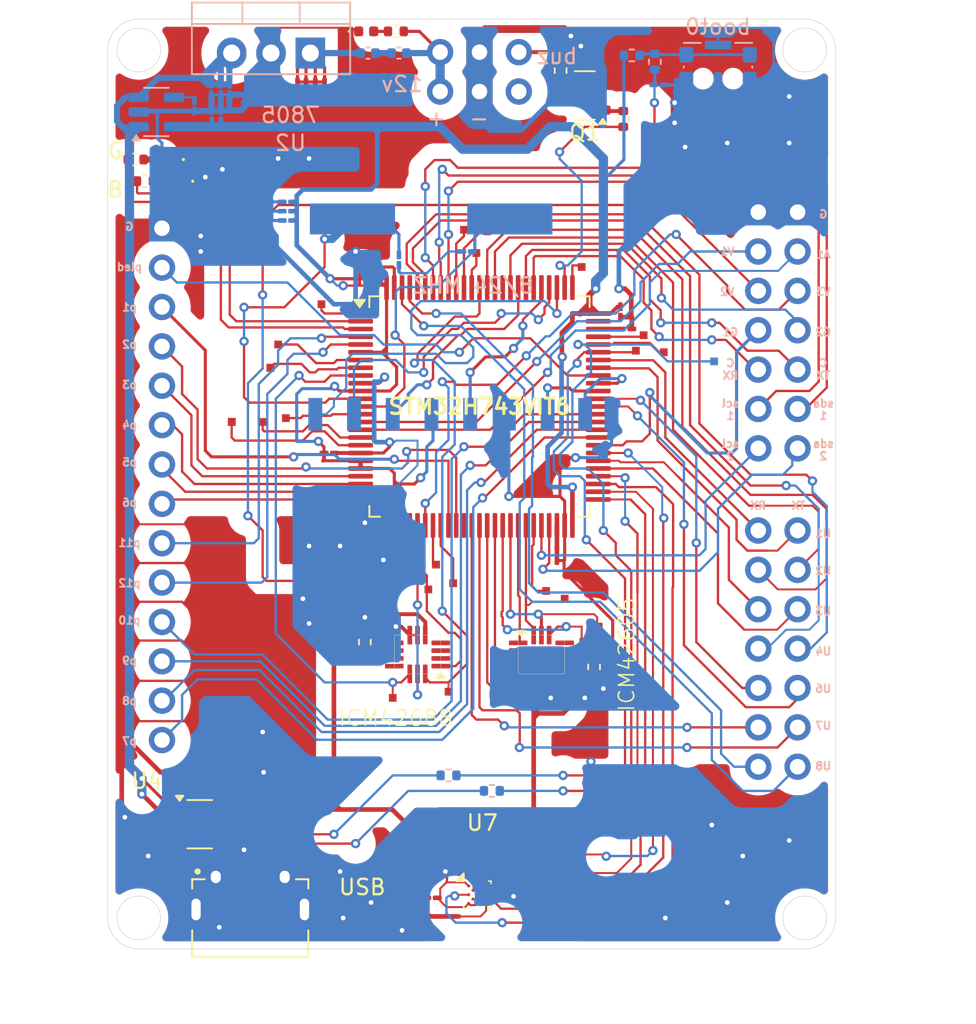
<source format=kicad_pcb>
(kicad_pcb (version 20241229) (generator "pcbnew") (generator_version "9.0")
  (layers (0 "F.Cu" mixed "Front") (2 "B.Cu" mixed "Back") (13 "F.Paste" user) (15 "B.Paste" user) (5 "F.SilkS" user "F.Silkscreen") (7 "B.SilkS" user "B.Silkscreen") (1 "F.Mask" user) (3 "B.Mask" user) (25 "Edge.Cuts" user))
  (net 0 "")
  (net 1 "GND")
  (net 2 "/5v_ref")
  (net 3 "/osc_2")
  (net 4 "/vcap1")
  (net 5 "/osc_1")
  (net 6 "/vcap2")
  (net 7 "/boot0")
  (net 8 "+12V")
  (net 9 "/mu_3.3v")
  (net 10 "Net-(U2-BP)")
  (net 11 "/mcu_3.3v")
  (net 12 "Net-(D1-A)")
  (net 13 "Net-(D2-A)")
  (net 14 "Net-(D3-K)")
  (net 15 "Net-(D5-A)")
  (net 16 "/SDMMC1_CK")
  (net 17 "/SDMMC1_D2")
  (net 18 "/SDMMC1_CMD")
  (net 19 "/SDMMC1_D1")
  (net 20 "/SDMMC1_D0")
  (net 21 "/SDMMC1_D3")
  (net 22 "Net-(Q1-B)")
  (net 23 "/buzzer_out")
  (net 24 "/blue")
  (net 25 "/green")
  (net 26 "Net-(U5-INT2)")
  (net 27 "Net-(U6-INT2)")
  (net 28 "/buzzer")
  (net 29 "Net-(R7-Pad2)")
  (net 30 "/i2c2_sda")
  (net 31 "/spi2_miso")
  (net 32 "/pwm6")
  (net 33 "/pwm9")
  (net 34 "/urt7_cts")
  (net 35 "unconnected-(U1-PB4-Pad90)")
  (net 36 "/spi1_miso")
  (net 37 "/pwm1")
  (net 38 "/OTG_FS_DP")
  (net 39 "/spi2_sck")
  (net 40 "/urt4_tx")
  (net 41 "/adc_v3")
  (net 42 "/pwm7")
  (net 43 "/spi4_cs")
  (net 44 "/urt8_tx")
  (net 45 "/spi2_mosi")
  (net 46 "/can1_tx")
  (net 47 "/adc_a1")
  (net 48 "unconnected-(U1-PB5-Pad91)")
  (net 49 "unconnected-(U1-PC4-Pad32)")
  (net 50 "unconnected-(U1-PC3_C-Pad18)")
  (net 51 "/spi2_drdy")
  (net 52 "/urt7_tx")
  (net 53 "/urt7_rx")
  (net 54 "/urt2_tx")
  (net 55 "/spi4_sck")
  (net 56 "/pwm11")
  (net 57 "unconnected-(U1-PC5-Pad33)")
  (net 58 "/pwm12")
  (net 59 "/can1_rx")
  (net 60 "/pwm4")
  (net 62 "/urt3_tx")
  (net 63 "/urt1_tx")
  (net 64 "/i2c1_sda")
  (net 65 "/urt6_rx")
  (net 66 "/pwm10")
  (net 67 "/urt2_rx")
  (net 68 "/spi1_sck")
  (net 69 "unconnected-(U1-PC13-Pad7)")
  (net 70 "unconnected-(U1-PA13-Pad72)")
  (net 71 "unconnected-(U1-PC14-Pad8)")
  (net 72 "/pwm2")
  (net 73 "/gpoi_out2")
  (net 74 "unconnected-(U1-PC2_C-Pad17)")
  (net 75 "/adc_v1")
  (net 76 "/pwm5")
  (net 77 "/i2c2_scl")
  (net 79 "unconnected-(U1-PA14-Pad76)")
  (net 80 "unconnected-(U1-PB3-Pad89)")
  (net 81 "/i2c1_scl")
  (net 82 "/pwm_led")
  (net 83 "/urt3_rx")
  (net 84 "/adc_v2")
  (net 86 "/urt4_rx")
  (net 87 "/spi4_mosi")
  (net 88 "/urt1_rx")
  (net 89 "unconnected-(U1-PE2-Pad1)")
  (net 90 "/spi1_cs")
  (net 91 "/gpoi_out1")
  (net 92 "/pwm3")
  (net 93 "/urt8_rx")
  (net 94 "/urt6_tx")
  (net 95 "/spi2_cs")
  (net 96 "unconnected-(U1-PE15-Pad45)")
  (net 97 "/urt7_rts")
  (net 98 "/spi1_mosi")
  (net 99 "/spi4_miso")
  (net 100 "/pwm8")
  (net 106 "unconnected-(U5-RESV-Pad10)")
  (net 114 "unconnected-(U1-NRST-Pad14)")
  (net 115 "/v_in")
  (net 116 "/OTG_FS_DM")
  (net 117 "Net-(J2-D+)")
  (net 118 "Net-(J2-D-)")
  (net 119 "Net-(Q1-C)")
  (footprint "fc_nickel:test_pt_smd" (layer "F.Cu") (at 190.2 111.2)
    (property "Reference" "REF**" (hide yes))
    (property "Value" "test_pt_smd")
  )
  (footprint "Capacitor_SMD:C_01005_0402Metric_Pad0.57x0.30mm_HandSolder" (layer "F.Cu") (at 162.95 122.5 180)
    (property "Reference" "C27" (hide yes))
    (property "Value" "2.2uf")
  )
  (footprint "Capacitor_SMD:C_01005_0402Metric_Pad0.57x0.30mm_HandSolder" (layer "F.Cu") (at 172.8 74.4 -90)
    (property "Reference" "C9" (hide yes))
    (property "Value" "2.2uf" (hide yes))
  )
  (footprint "fc_nickel:test_pt_smd" (layer "F.Cu") (at 180.7 106.2)
    (property "Reference" "REF**" (hide yes))
    (property "Value" "test_pt_smd")
  )
  (footprint "fc_nickel:test_pt_smd" (layer "F.Cu") (at 185.7 126)
    (property "Reference" "REF**" (hide yes))
    (property "Value" "test_pt_smd")
  )
  (footprint "Capacitor_SMD:C_01005_0402Metric_Pad0.57x0.30mm_HandSolder" (layer "F.Cu") (at 172.25 74.4 -90)
    (property "Reference" "C7" (hide yes))
    (property "Value" "2.2uf" (hide yes))
  )
  (footprint "fc_nickel:IDC-Header_P2.54mm_fc" (layer "F.Cu") (at 202 82.46)
    (property "Reference" "U10" (hide yes))
    (property "Value" "~" (hide yes))
  )
  (footprint "Package_TO_SOT_SMD:SOT-23" (layer "F.Cu") (at 190.8 74.93 180)
    (property "Reference" "Q1")
    (property "Value" "SS8050")
  )
  (footprint "fc_nickel:test_pt_smd" (layer "F.Cu") (at 179.2 107.2)
    (property "Reference" "REF**" (hide yes))
    (property "Value" "test_pt_smd")
  )
  (footprint "fc_nickel:test_pt_smd" (layer "F.Cu") (at 183.3 86.1)
    (property "Reference" "REF**" (hide yes))
    (property "Value" "test_pt_smd" (hide yes))
  )
  (footprint "Capacitor_SMD:C_01005_0402Metric_Pad0.57x0.30mm_HandSolder" (layer "F.Cu") (at 173.4 74.4 -90)
    (property "Reference" "C25" (hide yes))
    (property "Value" "2.2uf")
  )
  (footprint "fc_nickel:test_pt_smd" (layer "F.Cu") (at 169.5 97)
    (property "Reference" "REF**" (hide yes))
    (property "Value" "test_pt_smd" (hide yes))
  )
  (footprint "fc_nickel:IDC-Header_2x04_P2.54mm_fc" (layer "F.Cu") (at 163.5 83.5)
    (property "Reference" "U8" (hide yes))
    (property "Value" "~" (hide yes))
  )
  (footprint "fc_nickel:test_pt_smd" (layer "F.Cu") (at 180 125.9)
    (property "Reference" "REF**" (hide yes))
    (property "Value" "test_pt_smd")
  )
  (footprint "fc_nickel:test_pt_smd" (layer "F.Cu") (at 184 84.7)
    (property "Reference" "REF**" (hide yes))
    (property "Value" "test_pt_smd" (hide yes))
  )
  (footprint "fc_nickel:test_pt_smd" (layer "F.Cu") (at 165.3 119.7)
    (property "Reference" "REF**" (hide yes))
    (property "Value" "test_pt_smd")
  )
  (footprint "" (layer "F.Cu") (at 170.5 92.5)
    (property "Reference" "")
    (property "Value" "")
  )
  (footprint "" (layer "F.Cu") (at 168 96)
    (property "Reference" "")
    (property "Value" "")
  )
  (footprint "fc_nickel:test_pt_smd" (layer "F.Cu") (at 170 93.5)
    (property "Reference" "REF**" (hide yes))
    (property "Value" "test_pt_smd" (hide yes))
  )
  (footprint "" (layer "F.Cu") (at 168 96)
    (property "Reference" "")
    (property "Value" "")
  )
  (footprint "fc_nickel:usb_typ_b" (layer "F.Cu") (at 169.2 128)
    (property "Reference" "J2" (hide yes))
    (property "Value" "usb_typ_b_sym")
  )
  (footprint "LED_SMD:LED_0402_1005Metric" (layer "F.Cu") (at 163.795 79.065 180)
    (property "Reference" "D2" (hide yes))
    (property "Value" "GREEN" (hide yes))
  )
  (footprint "fc_nickel:test_pt_smd" (layer "F.Cu") (at 167.5 97)
    (property "Reference" "REF**" (hide yes))
    (property "Value" "test_pt_smd" (hide yes))
  )
  (footprint "Resistor_SMD:R_0402_1005Metric" (layer "F.Cu") (at 191.4 111.8 -90)
    (property "Reference" "R3" (hide yes))
    (property "Value" "1k")
  )
  (footprint "fc_nickel:LGA_14_ICM42688" (layer "F.Cu") (at 180 111 180)
    (property "Reference" "U6" (hide yes))
    (property "Value" "ICM42688")
  )
  (footprint "fc_nickel:test_pt_smd" (layer "F.Cu") (at 187.7 129.4)
    (property "Reference" "REF**" (hide yes))
    (property "Value" "test_pt_smd")
  )
  (footprint "fc_nickel:test_pt_smd" (layer "F.Cu") (at 177.9 114.8)
    (property "Reference" "REF**" (hide yes))
    (property "Value" "test_pt_smd")
  )
  (footprint "fc_nickel:IDC-Header_2x03_P2.54mm_fc_power" (layer "F.Cu") (at 181.46 74.68 90)
    (property "Reference" "U11" (hide yes))
    (property "Value" "~")
  )
  (footprint "Capacitor_SMD:C_01005_0402Metric_Pad0.57x0.30mm_HandSolder" (layer "F.Cu") (at 174 74.4 -90)
    (property "Reference" "C24" (hide yes))
    (property "Value" "2.2uf")
  )
  (footprint "fc_nickel:test_pt_smd" (layer "F.Cu") (at 165.3 119.3)
    (property "Reference" "REF**" (hide yes))
    (property "Value" "test_pt_smd")
  )
  (footprint "fc_nickel:test_pt_smd" (layer "F.Cu") (at 181.8 107.4)
    (property "Reference" "REF**" (hide yes))
    (property "Value" "test_pt_smd")
  )
  (footprint "Capacitor_SMD:C_01005_0402Metric_Pad0.57x0.30mm_HandSolder" (layer "F.Cu") (at 193.1 88.9 -90)
    (property "Reference" "C13" (hide yes))
    (property "Value" "2.2uf")
  )
  (footprint "fc_nickel:test_pt_smd" (layer "F.Cu") (at 165.8 119.7)
    (property "Reference" "REF**" (hide yes))
    (property "Value" "test_pt_smd")
  )
  (footprint "Capacitor_SMD:C_01005_0402Metric_Pad0.57x0.30mm_HandSolder" (layer "F.Cu") (at 180.9375 126.7)
    (property "Reference" "C21" (hide yes))
    (property "Value" "2.2uf")
  )
  (footprint "fc_nickel:test_pt_smd" (layer "F.Cu") (at 187.7 127.8)
    (property "Reference" "REF**" (hide yes))
    (property "Value" "test_pt_smd")
  )
  (footprint "" (layer "F.Cu") (at 168 96)
    (property "Reference" "")
    (property "Value" "")
  )
  (footprint "Resistor_SMD:R_0402_1005Metric" (layer "F.Cu") (at 162.4 80.465 180)
    (property "Reference" "R1" (hide yes))
    (property "Value" "2k" (hide yes))
  )
  (footprint "fc_nickel:test_pt_smd" (layer "F.Cu") (at 193.6 92.4)
    (property "Reference" "REF**" (hide yes))
    (property "Value" "test_pt_smd" (hide yes))
  )
  (footprint "fc_nickel:test_pt_smd" (layer "F.Cu") (at 191.2 110.2)
    (property "Reference" "REF**" (hide yes))
    (property "Value" "test_pt_smd")
  )
  (footprint "Capacitor_SMD:C_01005_0402Metric_Pad0.57x0.30mm_HandSolder" (layer "F.Cu") (at 162.95 121.75 180)
    (property "Reference" "C17" (hide yes))
    (property "Value" "2.2uf")
  )
  (footprint "Capacitor_SMD:C_01005_0402Metric_Pad0.57x0.30mm_HandSolder" (layer "F.Cu") (at 176.6 86)
    (property "Reference" "C8" (hide yes))
    (property "Value" "2.2uf")
  )
  (footprint "Resistor_SMD:R_0402_1005Metric" (layer "F.Cu") (at 189.24 73.33 90)
    (property "Reference" "R11" (hide yes))
    (property "Value" "20")
  )
  (footprint "Package_CSP:WLCSP-12_1.56x1.56mm_P0.4mm" (layer "F.Cu") (at 183.866 126.5)
    (property "Reference" "U7")
    (property "Value" "BMM150")
  )
  (footprint "fc_nickel:test_pt_smd" (layer "F.Cu") (at 189 108.4)
    (property "Reference" "REF**" (hide yes))
    (property "Value" "test_pt_smd")
  )
  (footprint "fc_nickel:test_pt_smd" (layer "F.Cu") (at 171 96.75)
    (property "Reference" "REF**" (hide yes))
    (property "Value" "test_pt_smd" (hide yes))
  )
  (footprint "fc_nickel:test_pt_smd" (layer "F.Cu") (at 187.8 107.9)
    (property "Reference" "REF**" (hide yes))
    (property "Value" "test_pt_smd" (hide yes))
  )
  (footprint "Resistor_SMD:R_0402_1005Metric" (layer "F.Cu") (at 161.8 79.065 180)
    (property "Reference" "R2" (hide yes))
    (property "Value" "2k" (hide yes))
  )
  (footprint "fc_nickel:test_pt_smd" (layer "F.Cu") (at 181.5 114.4)
    (property "Reference" "REF**" (hide yes))
    (property "Value" "test_pt_smd")
  )
  (footprint "" (layer "F.Cu") (at 170.5 92.5)
    (property "Reference" "")
    (property "Value" "")
  )
  (footprint "Capacitor_SMD:C_01005_0402Metric_Pad0.57x0.30mm_HandSolder" (layer "F.Cu") (at 177.5 107.8 180)
    (property "Reference" "C20" (hide yes))
    (property "Value" "2.2uf")
  )
  (footprint "fc_nickel:test_pt_smd" (layer "F.Cu") (at 182.5 84.6)
    (property "Reference" "REF**" (hide yes))
    (property "Value" "test_pt_smd" (hide yes))
  )
  (footprint "" (layer "F.Cu") (at 170.5 92.5)
    (property "Reference" "")
    (property "Value" "")
  )
  (footprint "LED_SMD:LED_0402_1005Metric" (layer "F.Cu") (at 176.685 70.8)
    (property "Reference" "D5" (hide yes))
    (property "Value" "RED" (hide yes))
  )
  (footprint "fc_nickel:test_pt_smd" (layer "F.Cu") (at 190.1 87)
    (property "Reference" "REF**" (hide yes))
    (property "Value" "test_pt_smd" (hide yes))
  )
  (footprint "fc_nickel:test_pt_smd" (layer "F.Cu") (at 194.1 91.4)
    (property "Reference" "REF**" (hide yes))
    (property "Value" "test_pt_smd" (hide yes))
  )
  (footprint "Package_TO_SOT_SMD:SOT-23-5" (layer "F.Cu") (at 165.9375 121.95)
    (property "Reference" "U4")
    (property "Value" "XC6504")
  )
  (footprint "Capacitor_SMD:C_01005_0402Metric_Pad0.57x0.30mm_HandSolder" (layer "F.Cu") (at 193.5 90)
    (property "Reference" "C5" (hide yes))
    (property "Value" "2.2uf")
  )
  (footprint "Capacitor_SMD:C_01005_0402Metric_Pad0.57x0.30mm_HandSolder" (layer "F.Cu") (at 189 104.6 90)
    (property "Reference" "C3" (hide yes))
    (property "Value" "2.2uf")
  )
  (footprint "fc_nickel:test_pt_smd" (layer "F.Cu") (at 170.5 92)
    (property "Reference" "REF**" (hide yes))
    (property "Value" "test_pt_smd" (hide yes))
  )
  (footprint "Resistor_SMD:R_0402_1005Metric" (layer "F.Cu") (at 178.6 70.8)
    (property "Reference" "R6" (hide yes))
    (property "Value" "2k" (hide yes))
  )
  (footprint "Capacitor_SMD:C_01005_0402Metric_Pad0.57x0.30mm_HandSolder" (layer "F.Cu") (at 174.3 98)
    (property "Reference" "C10" (hide yes))
    (property "Value" "2.2uf")
  )
  (footprint "Capacitor_SMD:C_01005_0402Metric_Pad0.57x0.30mm_HandSolder" (layer "F.Cu") (at 168.3 121.7 -90)
    (property "Reference" "C11" (hide yes))
    (property "Value" "2.2uf")
  )
  (footprint "fc_nickel:IDC-Header_P2.54mm_fc" (layer "F.Cu") (at 202 103)
    (property "Reference" "U9" (hide yes))
    (property "Value" "~" (hide yes))
  )
  (footprint "fc_nickel:LGA_14_ICM42688" (layer "F.Cu") (at 188 111)
    (property "Reference" "U5" (hide yes))
    (property "Value" "ICM42605")
  )
  (footprint "Resistor_SMD:R_0402_1005Metric" (layer "F.Cu") (at 176.6 110.2 90)
    (property "Reference" "R4" (hide yes))
    (property "Value" "1k" (hide yes))
  )
  (footprint "fc_nickel:test_pt_smd" (layer "F.Cu") (at 184.4 114.6)
    (property "Reference" "REF**" (hide yes))
    (property "Value" "test_pt_smd")
  )
  (footprint "fc_nickel:test_pt_smd" (layer "F.Cu") (at 165.8 119.3)
    (property "Reference" "REF**" (hide yes))
    (property "Value" "test_pt_smd")
  )
  (footprint "fc_nickel:test_pt_smd" (layer "F.Cu") (at 173.3 89.4)
    (property "Reference" "REF**" (hide yes))
    (property "Value" "test_pt_smd" (hide yes))
  )
  (footprint "fc_nickel:test_pt_smd" (layer "F.Cu") (at 185.7 114)
    (property "Reference" "REF**" (hide yes))
    (property "Value" "test_pt_smd")
  )
  (footprint "LED_SMD:LED_0402_1005Metric" (layer "F.Cu") (at 164.395 80.465 180)
    (property "Reference" "D1" (hide yes))
    (property "Value" "BLUE" (hide yes))
  )
  (footprint "fc_nickel:test_pt_smd" (layer "F.Cu") (at 195.4 92.5)
    (property "Reference" "REF**" (hide yes))
    (property "Value" "test_pt_smd" (hide yes))
  )
  (footprint "Resistor_SMD:R_0402_1005Metric" (layer "F.Cu") (at 193.2825 76.45 90)
    (property "Reference" "R5" (hide yes))
    (property "Value" "1k")
  )
  (footprint "Package_QFP:LQFP-100_14x14mm_P0.5mm" (layer "F.Cu") (at 184 95)
    (property "Reference" "U1" (hide yes))
    (property "Value" "STM32H743VITx")
  )
  (footprint "fc_nickel:test_pt_smd" (layer "F.Cu") (at 187.4 124.9)
    (property "Reference" "REF**" (hide yes))
    (property "Value" "test_pt_smd")
  )
  (footprint "fc_nickel:test_pt_smd" (layer "F.Cu") (at 180.2 107.8)
    (property "Reference" "REF**" (hide yes))
    (property "Value" "test_pt_smd")
  )
  (footprint "Capacitor_SMD:C_0402_1005Metric" (layer "B.Cu") (at 176.8 72.2)
    (property "Reference" "D4" (hide yes))
    (property "Value" "SM4007")
  )
  (footprint "Capacitor_SMD:C_01005_0402Metric_Pad0.57x0.30mm_HandSolder" (layer "B.Cu") (at 171.6 82.4 180)
    (property "Reference" "C15" (hide yes))
    (property "Value" "2.2uf")
  )
  (footprint "fc_nickel:XTAL1170X500X450_crystal" (layer "B.Cu") (at 180.88 82.9 180)
    (property "Reference" "Y2" (hide yes))
    (property "Value" "CRYSTAL, 12MHz, 20PF, SMD;")
  )
  (footprint "Capacitor_SMD:C_01005_0402Metric_Pad0.57x0.30mm_HandSolder" (layer "B.Cu") (at 183.2 85 180)
    (property "Reference" "C2" (hide yes))
    (property "Value" "2.2uf")
  )
  (footprint "Capacitor_SMD:C_01005_0402Metric_Pad0.57x0.30mm_HandSolder" (layer "B.Cu") (at 178.8 85.5625 -90)
    (property "Reference" "C4" (hide yes))
    (property "Value" "2.2uf")
  )
  (footprint "Capacitor_SMD:C_01005_0402Metric_Pad0.57x0.30mm_HandSolder" (layer "B.Cu") (at 171.6 81.8 180)
    (property "Reference" "C13" (hide yes))
    (property "Value" "2.2uf")
  )
  (footprint "Resistor_SMD:R_0402_1005Metric" (layer "B.Cu") (at 182 118.8 180)
    (property "Reference" "R9" (hide yes))
    (property "Value" "100")
  )
  (footprint "Capacitor_SMD:C_01005_0402Metric_Pad0.57x0.30mm_HandSolder" (layer "B.Cu") (at 167.3 74.55 -90)
    (property "Reference" "C18" (hide yes))
    (property "Value" "2.2uf")
  )
  (footprint "Capacitor_SMD:C_0402_1005Metric" (layer "B.Cu") (at 178.8 72.2)
    (property "Reference" "D3" (hide yes))
    (property "Value" "SM4007")
  )
  (footprint "Capacitor_SMD:C_01005_0402Metric_Pad0.57x0.30mm_HandSolder" (layer "B.Cu") (at 167.3 76.25 90)
    (property "Reference" "C15" (hide yes))
    (property "Value" "2.2uf")
  )
  (footprint "Capacitor_SMD:C_01005_0402Metric_Pad0.57x0.30mm_HandSolder" (layer "B.Cu") (at 165.6 75.6 -90)
    (property "Reference" "C12" (hide yes))
    (property "Value" "10nf")
  )
  (footprint "Resistor_SMD:R_0402_1005Metric" (layer "B.Cu") (at 184.8 119.8 180)
    (property "Reference" "R10" (hide yes))
    (property "Value" "100")
  )
  (footprint "fc_nickel:micro_sdcard_new" (layer "B.Cu") (at 182.155 118.1 180)
    (property "Reference" "J1" (hide yes))
    (property "Value" "Micro_SD_Card_fc")
  )
  (footprint "Resistor_SMD:R_0402_1005Metric" (layer "B.Cu") (at 195.325 72.76 90)
    (property "Reference" "R8" (hide yes))
    (property "Value" "5k")
  )
  (footprint "Capacitor_SMD:C_01005_0402Metric_Pad0.57x0.30mm_HandSolder" (layer "B.Cu") (at 166.7 76.2375 90)
    (property "Reference" "C14" (hide yes))
    (property "Value" "2.2uf")
  )
  (footprint "Button_Switch_SMD:SW_SPST_CK_KMS2xxGP" (layer "B.Cu") (at 199.4 73.1 180)
    (property "Reference" "boot0")
    (property "Value" "CK_KMS2xxG")
  )
  (footprint "Capacitor_SMD:C_01005_0402Metric_Pad0.57x0.30mm_HandSolder" (layer "B.Cu") (at 167.85 74.55 -90)
    (property "Reference" "C19" (hide yes))
    (property "Value" "2.2uf")
  )
  (footprint "Package_TO_SOT_THT:TO-220-3_Vertical" (layer "B.Cu") (at 173.08 72.2 180)
    (property "Reference" "U3" (hide yes))
    (property "Value" "LM7805_TO220")
  )
  (footprint "Capacitor_SMD:C_01005_0402Metric_Pad0.57x0.30mm_HandSolder" (layer "B.Cu") (at 195.5875 74.25)
    (property "Reference" "C6" (hide yes))
    (property "Value" "2.2uf")
  )
  (footprint "Resistor_SMD:R_0402_1005Metric" (layer "B.Cu") (at 193.835 72.35)
    (property "Reference" "R7" (hide yes))
    (property "Value" "5k")
  )
  (footprint "fc_nickel:test_pt_smd" (layer "B.Cu") (at 199.65 93.09 180)
    (property "Reference" "REF**" (hide yes))
    (property "Value" "test_pt_smd")
  )
  (footprint "Capacitor_SMD:C_01005_0402Metric_Pad0.57x0.30mm_HandSolder" (layer "B.Cu") (at 166.68 74.53 -90)
    (property "Reference" "C1" (hide yes))
    (property "Value" "2.2uf")
  )
  (footprint "Package_TO_SOT_SMD:SOT-23-5" (layer "B.Cu") (at 163.1375 76)
    (property "Reference" "U2")
    (property "Value" "SPX3819M5-L-3-3")
  )
  (footprint "Capacitor_SMD:C_01005_0402Metric_Pad0.57x0.30mm_HandSolder" (layer "B.Cu") (at 171.6 83 180)
    (property "Reference" "C16" (hide yes))
    (property "Value" "2.2uf")
  )
  (gr_line (start 186.95 109.5) (end 186.7 109.75) (stroke (width 0.1524)) (layer "F.SilkS"))
  (gr_line (start 186.45 109.5) (end 186.95 109.5) (stroke (width 0.1524)) (layer "F.SilkS"))
  (gr_line (start 181.75 112.5) (end 181.25 112.5) (stroke (width 0.1524)) (layer "F.SilkS"))
  (gr_line (start 181.25 112.5) (end 181.5 112.25) (stroke (width 0.1524)) (layer "F.SilkS"))
  (gr_line (start 181.75 112.5) (end 181.5 112.25) (stroke (width 0.1524)) (layer "F.SilkS"))
  (gr_line (start 181.5 112.5) (end 181.5 112.4) (stroke (width 0.1524)) (layer "F.SilkS"))
  (gr_line (start 186.7 109.5) (end 186.7 109.6) (stroke (width 0.1524)) (layer "F.SilkS"))
  (gr_line (start 186.45 109.5) (end 186.7 109.75) (stroke (width 0.1524)) (layer "F.SilkS"))
  (gr_circle (center 162 128) (end 161 129) (stroke (width 0.0381)) (fill no) (layer "Edge.Cuts"))
  (gr_circle (center 162 72) (end 161 71) (stroke (width 0.0381)) (fill no) (layer "Edge.Cuts"))
  (gr_line (start 205 130) (end 162 130) (stroke (width 0.0381)) (layer "Edge.Cuts"))
  (gr_line (start 162 70) (end 205 70) (stroke (width 0.0381)) (layer "Edge.Cuts"))
  (gr_circle (center 205 72) (end 206 71) (stroke (width 0.0381)) (fill no) (layer "Edge.Cuts"))
  (gr_arc (start 160 72) (mid 160.585786 70.585786) (end 162 70) (stroke (width 0.0381)) (layer "Edge.Cuts"))
  (gr_line (start 160 128) (end 160 72) (stroke (width 0.0381)) (layer "Edge.Cuts"))
  (gr_circle (center 205 128) (end 206 129) (stroke (width 0.0381)) (fill no) (layer "Edge.Cuts"))
  (gr_arc (start 205 70) (mid 206.414214 70.585786) (end 207 72) (stroke (width 0.0381)) (layer "Edge.Cuts"))
  (gr_line (start 207 72) (end 207 128) (stroke (width 0.0381)) (layer "Edge.Cuts"))
  (gr_arc (start 207 128) (mid 206.414214 129.414214) (end 205 130) (stroke (width 0.0381)) (layer "Edge.Cuts"))
  (gr_arc (start 162 130) (mid 160.585786 129.414214) (end 160 128) (stroke (width 0.0381)) (layer "Edge.Cuts"))
  (gr_text "G" (at 160.5 78.5 0) (layer "F.SilkS") (effects (font (size 1 1))))
  (gr_text "B" (at 160.5 81 0) (layer "F.SilkS") (effects (font (size 1 1))))
  (gr_text "STM32H743VIT6" (at 184 95 0) (layer "F.SilkS") (effects (font (size 1 1) (thickness 0.2) (bold yes))))
  (gr_text "USB" (at 176.43 126.01 0) (layer "F.SilkS") (effects (font (size 1 1))))
  (gr_text "p3" (at 161.4 93.6 0) (layer "B.SilkS") (effects (font (size 0.5 0.5) (thickness 0.125) (bold yes)) (justify mirror)))
  (gr_text "pled" (at 161.4 86 0) (layer "B.SilkS") (effects (font (size 0.5 0.5) (thickness 0.125) (bold yes)) (justify mirror)))
  (gr_text "A1\n" (at 206.2 85.2 0) (layer "B.SilkS") (effects (font (size 0.5 0.5) (thickness 0.125) (bold yes)) (justify mirror)))
  (gr_text "U3" (at 206.2 108.2 0) (layer "B.SilkS") (effects (font (size 0.5 0.5) (thickness 0.125) (bold yes)) (justify mirror)))
  (gr_text "12v\n" (at 179 74.2 0) (layer "B.SilkS") (effects (font (size 1 1)) (justify mirror)))
  (gr_text "sda\n1" (at 206.2 95.2 0) (layer "B.SilkS") (effects (font (size 0.5 0.5) (thickness 0.125) (bold yes)) (justify mirror)))
  (gr_text "p6\n" (at 161.4 101.2 0) (layer "B.SilkS") (effects (font (size 0.5 0.5) (thickness 0.125) (bold yes)) (justify mirror)))
  (gr_text "sda\n2" (at 206.2 97.8 0) (layer "B.SilkS") (effects (font (size 0.5 0.5) (thickness 0.125) (bold yes)) (justify mirror)))
  (gr_text "p8" (at 161.4 114 0) (layer "B.SilkS") (effects (font (size 0.5 0.5) (thickness 0.125) (bold yes)) (justify mirror)))
  (gr_text "p1" (at 161.4 88.6 0) (layer "B.SilkS") (effects (font (size 0.5 0.5) (thickness 0.125) (bold yes)) (justify mirror)))
  (gr_text "p2" (at 161.4 91 0) (layer "B.SilkS") (effects (font (size 0.5 0.5) (thickness 0.125) (bold yes)) (justify mirror)))
  (gr_text "scl\n1" (at 200.2 95.2 0) (layer "B.SilkS") (effects (font (size 0.5 0.5) (thickness 0.125) (bold yes)) (justify mirror)))
  (gr_text "U8" (at 206.2 118.2 0) (layer "B.SilkS") (effects (font (size 0.5 0.5) (thickness 0.125) (bold yes)) (justify mirror)))
  (gr_text "C\nTX" (at 206.2 92.6 0) (layer "B.SilkS") (effects (font (size 0.5 0.5) (thickness 0.125) (bold yes)) (justify mirror)))
  (gr_text "p4" (at 161.4 96.2 0) (layer "B.SilkS") (effects (font (size 0.5 0.5) (thickness 0.125) (bold yes)) (justify mirror)))
  (gr_text "-  +" (at 182.6 76.4 0) (layer "B.SilkS") (effects (font (size 1 1)) (justify mirror)))
  (gr_text "p7\n" (at 161.4 116.6 0) (layer "B.SilkS") (effects (font (size 0.5 0.5) (thickness 0.125) (bold yes)) (justify mirror)))
  (gr_text "U7" (at 206.2 115.6 0) (layer "B.SilkS") (effects (font (size 0.5 0.5) (thickness 0.125) (bold yes)) (justify mirror)))
  (gr_text "V3\n" (at 206.2 87.6 0) (layer "B.SilkS") (effects (font (size 0.5 0.5) (thickness 0.125) (bold yes)) (justify mirror)))
  (gr_text "buz" (at 189 72.4 0) (layer "B.SilkS") (effects (font (size 1 1)) (justify mirror)))
  (gr_text "p11" (at 161.4 103.8 0) (layer "B.SilkS") (effects (font (size 0.5 0.5) (thickness 0.125) (bold yes)) (justify mirror)))
  (gr_text "U6" (at 206.2 113.2 0) (layer "B.SilkS") (effects (font (size 0.5 0.5) (thickness 0.125) (bold yes)) (justify mirror)))
  (gr_text "8/24 MHZ" (at 183.6 87.2 0) (layer "B.SilkS") (effects (font (size 1 1)) (justify mirror)))
  (gr_text "U4" (at 206.2 110.8 0) (layer "B.SilkS") (effects (font (size 0.5 0.5) (thickness 0.125) (bold yes)) (justify mirror)))
  (gr_text "p10" (at 161.4 108.8 0) (layer "B.SilkS") (effects (font (size 0.5 0.5) (thickness 0.125) (bold yes)) (justify mirror)))
  (gr_text "U1" (at 206.2 103.2 0) (layer "B.SilkS") (effects (font (size 0.5 0.5) (thickness 0.125) (bold yes)) (justify mirror)))
  (gr_text "G2" (at 206.2 90.2 0) (layer "B.SilkS") (effects (font (size 0.5 0.5) (thickness 0.125) (bold yes)) (justify mirror)))
  (gr_text "G1" (at 200.2 90.2 0) (layer "B.SilkS") (effects (font (size 0.5 0.5) (thickness 0.125) (bold yes)) (justify mirror)))
  (gr_text "C\nRX" (at 200.2 92.6 0) (layer "B.SilkS") (effects (font (size 0.5 0.5) (thickness 0.125) (bold yes)) (justify mirror)))
  (gr_text "TX" (at 204.6 101.4 0) (layer "B.SilkS") (effects (font (size 0.5 0.5) (thickness 0.125) (bold yes)) (justify mirror)))
  (gr_text "G\n" (at 206.2 82.6 0) (layer "B.SilkS") (effects (font (size 0.5 0.5) (thickness 0.125) (bold yes)) (justify mirror)))
  (gr_text "scl\n2" (at 200.2 97.8 0) (layer "B.SilkS") (effects (font (size 0.5 0.5) (thickness 0.125) (bold yes)) (justify mirror)))
  (gr_text "V2\n" (at 200 87.6 0) (layer "B.SilkS") (effects (font (size 0.5 0.5) (thickness 0.125) (bold yes)) (justify mirror)))
  (gr_text "G" (at 161.4 83.4 0) (layer "B.SilkS") (effects (font (size 0.5 0.5) (thickness 0.125) (bold yes)) (justify mirror)))
  (gr_text "p5" (at 161.4 98.6 0) (layer "B.SilkS") (effects (font (size 0.5 0.5) (thickness 0.125) (bold yes)) (justify mirror)))
  (gr_text "V1" (at 200 85 0) (layer "B.SilkS") (effects (font (size 0.5 0.5) (thickness 0.125) (bold yes)) (justify mirror)))
  (gr_text "7805" (at 171.8 76.2 0) (layer "B.SilkS") (effects (font (size 1 1)) (justify mirror)))
  (gr_text "RX" (at 202 101.4 0) (layer "B.SilkS") (effects (font (size 0.5 0.5) (thickness 0.125) (bold yes)) (justify mirror)))
  (gr_text "p9" (at 161.4 111.4 0) (layer "B.SilkS") (effects (font (size 0.5 0.5) (thickness 0.125) (bold yes)) (justify mirror)))
  (gr_text "U2" (at 206.2 105.6 0) (layer "B.SilkS") (effects (font (size 0.5 0.5) (thickness 0.125) (bold yes)) (justify mirror)))
  (gr_text "p12\n" (at 161.4 106.4 0) (layer "B.SilkS") (effects (font (size 0.5 0.5) (thickness 0.125) (bold yes)) (justify mirror)))
  (segment (start 161.2 84.1) (end 161.2 102.6) (width 0.6) (layer "F.Cu") (net 1))
  (segment (start 165.9 112.7) (end 165.9 115.3) (width 0.6) (layer "F.Cu") (net 1))
  (segment (start 178.5 86.1) (end 178.4 86) (width 0.2) (layer "F.Cu") (net 1))
  (segment (start 168.3 122.0375) (end 168.3 123.1) (width 0.3) (layer "F.Cu") (net 1))
  (segment (start 191.675 89.5) (end 192.975 89.5) (width 0.127) (layer "F.Cu") (net 1))
  (segment (start 161.8 83.5) (end 161.2 84.1) (width 0.6) (layer "F.Cu") (net 1))
  (segment (start 173.4 74.7375) (end 173.4 77.3) (width 0.3) (layer "F.Cu") (net 1))
  (segment (start 192 113.2) (end 191.4 113.2) (width 0.2) (layer "F.Cu") (net 1))
  (segment (start 161.2 112.7) (end 161.2 115.3) (width 0.6) (layer "F.Cu") (net 1))
  (segment (start 176.6 85) (end 176 85) (width 0.2) (layer "F.Cu") (net 1))
  (segment (start 166.3 107.4) (end 165.9 107.8) (width 0.6) (layer "F.Cu") (net 1))
  (segment (start 170.5 125.9) (end 170.5 126.9) (width 0.4) (layer "F.Cu") (net 1))
  (segment (start 185.6 126.6) (end 185.5 126.5) (width 0.127) (layer "F.Cu") (net 1))
  (segment (start 181.866 127.3) (end 181.466 126.9) (width 0.127) (layer "F.Cu") (net 1))
  (segment (start 161.1 121.5) (end 161.35 121.75) (width 0.3) (layer "F.Cu") (net 1))
  (segment (start 170.875 125.9) (end 171.425 125.35) (width 0.4) (layer "F.Cu") (net 1))
  (segment (start 181.466 126.9) (end 181.466 126.1) (width 0.127) (layer "F.Cu") (net 1))
  (segment (start 184 74.68) (end 184 77.1) (width 0.6) (layer "F.Cu") (net 1))
  (segment (start 162.6125 124) (end 162.6125 122.5) (width 0.3) (layer "F.Cu") (net 1))
  (segment (start 165.9 115.3) (end 165.9 118.6) (width 0.6) (layer "F.Cu") (net 1))
  (segment (start 177 85.4) (end 176.6 85) (width 0.2) (layer "F.Cu") (net 1))
  (segment (start 161.2 102.6) (end 161.2 105.1) (width 0.6) (layer "F.Cu") (net 1))
  (segment (start 167.4 79.7) (end 166.34 78.64) (width 0.3) (layer "F.Cu") (net 1))
  (segment (start 189.9 98.3) (end 189.2 99) (width 0.2) (layer "F.Cu") (net 1))
  (segment (start 161.2 110.1) (end 164.8 110.1) (width 0.15) (layer "F.Cu") (net 1))
  (segment (start 176 70.8) (end 175.7645 70.5645) (width 0.127) (layer "F.Cu") (net 1))
  (segment (start 166.34 78.54) (end 165.49 79.39) (width 0.4) (layer "F.Cu") (net 1))
  (segment (start 184.37 71.77) (end 184 72.14) (width 0.3) (layer "F.Cu") (net 1))
  (segment (start 165.8 121.95) (end 166 122.15) (width 0.127) (layer "F.Cu") (net 1))
  (segment (start 184 74.68) (end 184 72.14) (width 0.6) (layer "F.Cu") (net 1))
  (segment (start 174 77.5) (end 173.2 77.5) (width 0.6) (layer "F.Cu") (net 1))
  (segment (start 176.325 98) (end 174.6375 98) (width 0.25) (layer "F.Cu") (net 1))
  (segment (start 174 75.06) (end 171.35 75.06) (width 0.6) (layer "F.Cu") (net 1))
  (segment (start 161.2 107.6) (end 164.8 107.6) (width 0.15) (layer "F.Cu") (net 1))
  (segment (start 163.5 83.5) (end 162.3 83.5) (width 0.6) (layer "F.Cu") (net 1))
  (segment (start 178.2 97.6) (end 178.2 97.3) (width 0.2) (layer "F.Cu") (net 1))
  (segment (start 165.9 107.8) (end 165.9 108.8) (width 0.6) (layer "F.Cu") (net 1))
  (segment (start 196.6 75.4) (end 196.6 76.7) (width 0.5) (layer "F.Cu") (net 1))
  (segment (start 164.8 121.95) (end 165.8 121.95) (width 0.4) (layer "F.Cu") (net 1))
  (segment (start 172.6 107.4) (end 166.6 107.4) (width 0.6) (layer "F.Cu") (net 1))
  (segment (start 181.9 125.1) (end 181.8 125) (width 0.15) (layer "F.Cu") (net 1))
  (segment (start 162.2 121.75) (end 162.2 123.4) (width 0.4) (layer "F.Cu") (net 1))
  (segment (start 176.6 108.6) (end 176.6 108.3625) (width 0.2) (layer "F.Cu") (net 1))
  (segment (start 173.2 77.5) (end 172.7 77.5) (width 0.6) (layer "F.Cu") (net 1))
  (segment (start 189.5 102.675) (end 189.5 104.9) (width 0.2) (layer "F.Cu") (net 1))
  (segment (start 192.6 113) (end 192.4 113.2) (width 0.2) (layer "F.Cu") (net 1))
  (segment (start 170.75 74.05) (end 170.75 74.13) (width 0.4) (layer "F.Cu") (net 1))
  (segment (start 172.7 77.5) (end 172.1 76.9) (width 0.6) (layer "F.Cu") (net 1))
  (segment (start 181.866 125.7) (end 181.9 125.666) (width 0.15) (layer "F.Cu") (net 1))
  (segment (start 164.8 107.6) (end 165.9 108.7) (width 0.15) (layer "F.Cu") (net 1))
  (segment (start 191.7375 73.98) (end 191.7375 72.9375) (width 0.5) (layer "F.Cu") (net 1))
  (segment (start 173.4 77.3) (end 173.2 77.5) (width 0.3) (layer "F.Cu") (net 1))
  (segment (start 160.9 116.7) (end 161.5 116.7) (width 0.3) (layer "F.Cu") (net 1))
  (segment (start 178.5 87.325) (end 178.5 86.1) (width 0.2) (layer "F.Cu") (net 1))
  (segment (start 163.1 124.8) (end 162.6125 124.3125) (width 0.3) (layer "F.Cu") (net 1))
  (segment (start 178.4 86) (end 176.9375 86) (width 0.2) (layer "F.Cu") (net 1))
  (segment (start 184.37 70.651) (end 184.37 71.77) (width 0.3) (layer "F.Cu") (net 1))
  (segment (start 192.975 89.5) (end 193.1 89.375) (width 0.127) (layer "F.Cu") (net 1))
  (segment (start 176.2 70.8) (end 176 70.8) (width 0.127) (layer "F.Cu") (net 1))
  (segment (start 190.05 71.25) (end 189.9 71.1) (width 0.5) (layer "F.Cu") (net 1))
  (segment (start 171.425 126.175) (end 172.7 127.45) (width 0.4) (layer "F.Cu") (net 1))
  (segment (start 193.8375 89.2375) (end 193.8 89.2) (width 0.3) (layer "F.Cu") (net 1))
  (segment (start 193.7625 89.2375) (end 193.1 89.2375) (width 0.3) (layer "F.Cu") (net 1))
  (segment (start 170.54 75.26) (end 170.54 72.2) (width 0.6) (layer "F.Cu") (net 1))
  (segment (start 160.9 121.3) (end 161.1 121.5) (width 0.3) (layer "F.Cu") (net 1))
  (segment (start 165.7 125.1) (end 166 124.8) (width 0.4) (layer "F.Cu") (net 1))
  (segment (start 195.58 73.98) (end 196.1 74.5) (width 0.5) (layer "F.Cu") (net 1))
  (segment (start 171.425 125.35) (end 171.425 126.175) (width 0.4) (layer "F.Cu") (net 1))
  (segment (start 164.88 79.665) (end 164.28 79.065) (width 0.3) (layer "F.Cu") (net 1))
  (segment (start 161.55 116.75) (end 163.4 118.6) (width 0.3) (layer "F.Cu") (net 1))
  (segment (start 181.866 125.7) (end 183.066 125.7) (width 0.127) (layer "F.Cu") (net 1))
  (segment (start 183.4 127.166) (end 183.3 127.066) (width 0.127) (layer "F.Cu") (net 1))
  (segment (start 172.25 76.75) (end 172.1 76.9) (width 0.3) (layer "F.Cu") (net 1))
  (segment (start 161.2 102.6) (end 165.2 102.6) (width 0.127) (layer "F.Cu") (net 1))
  (segment (start 176.775 102.675) (end 178 102.675) (width 0.127) (layer "F.Cu") (net 1))
  (segment (start 191.4 112.31) (end 191.4 113.2) (width 0.2) (layer "F.Cu") (net 1))
  (segment (start 184.22 70.801) (end 184.37 70.801) (width 0.6) (layer "F.Cu") (net 1))
  (segment (start 172.25 74.7375) (end 172.25 76.75) (width 0.3) (layer "F.Cu") (net 1))
  (segment (start 160.9 116.9) (end 160.9 121.3) (width 0.3) (layer "F.Cu") (net 1))
  (segment (start 192.4 113.2) (end 192 113.2) (width 0.2) (layer "F.Cu") (net 1))
  (segment (start 189.2 100.8) (end 189.5 101.1) (width 0.2) (layer "F.Cu") (net 1))
  (segment (start 161.2 110.1) (end 161.2 112.7) (width 0.6) (layer "F.Cu") (net 1))
  (segment (start 166.4 107.4) (end 165.9 106.9) (width 0.6) (layer "F.Cu") (net 1))
  (segment (start 177.8 104.9) (end 177.8 102.875) (width 0.3) (layer "F.Cu") (net 1))
  (segment (start 170.5 125.9) (end 170.5 126.5) (width 0.127) (layer "F.Cu") (net 1))
  (segment (start 162.6125 121.75) (end 162.6125 122.5) (width 0.3) (layer "F.Cu") (net 1))
  (segment (start 171.4375 74.7375) (end 170.75 74.05) (width 0.4) (layer "F.Cu") (net 1))
  (segment (start 177.5 93.5) (end 176.325 93.5) (width 0.2) (layer "F.Cu") (net 1))
  (segment (start 184 77.1) (end 183.6 77.5) (width 0.6) (layer "F.Cu") (net 1))
  (segment (start 188 112.25) (end 188.5 112.25) (width 0.15) (layer "F.Cu") (net 1))
  (segment (start 161.2 115.3) (end 165.9 115.3) (width 0.15) (layer "F.Cu") (net 1))
  (segment (start 175 74.7375) (end 175.6625 74.7375) (width 0.3) (layer "F.Cu") (net 1))
  (segment (start 193.4 87.4) (end 193.8 87.8) (width 0.3) (layer "F.Cu") (net 1))
  (segment (start 165.9 108.7) (end 165.9 108.8) (width 0.15) (layer "F.Cu") (net 1))
  (segment (start 161.2 115.3) (end 161.2 116.4) (width 0.6) (layer "F.Cu") (net 1))
  (segment (start 165.9 103.3) (end 165.9 107.8) (width 0.127) (layer "F.Cu") (net 1))
  (segment (start 192.6 108.8) (end 192.6 113) (width 0.2) (layer "F.Cu") (net 1))
  (segment (start 172.1 76.9) (end 170.5 75.3) (width 0.6) (layer "F.Cu") (net 1))
  (segment (start 162.44 121.9225) (end 162.44 123.34) (width 0.4) (layer "F.Cu") (net 1))
  (segment (start 191.2 116.1) (end 191.4 115.9) (width 0.3) (layer "F.Cu") (net 1))
  (segment (start 166 124.8) (end 163.1 124.8) (width 0.3) (layer "F.Cu") (net 1))
  (segment (start 161.2 105.1) (end 161.2 107.6) (width 0.6) (layer "F.Cu") (net 1))
  (segment (start 166.34 78.64) (end 166.34 78.54) (width 0.3) (layer "F.Cu") (net 1))
  (segment (start 166 118.7) (end 165.9 118.6) (width 0.127) (layer "F.Cu") (net 1))
  (segment (start 164.88 80.465) (end 164.88 79.665) (width 0.3) (layer "F.Cu") (net 1))
  (segment (start 169.2 127.45) (end 165.7 127.45) (width 0.4) (layer "F.Cu") (net 1))
  (segment (start 166.3 80.2) (end 165.49 79.39) (width 0.3) (layer "F.Cu") (net 1))
  (segment (start 177.8 102.875) (end 178 102.675) (width 0.3) (layer "F.Cu") (net 1))
  (segment (start 183.3 127.066) (end 183.066 127.3) (width 0.127) (layer "F.Cu") (net 1))
  (segment (start 193.8 87.8) (end 193.8 89.2) (width 0.3) (layer "F.Cu") (net 1))
  (segment (start 170.75 74.13) (end 166.34 78.54) (width 0.4) (layer "F.Cu") (net 1))
  (segment (start 161.5 116.7) (end 161.55 116.75) (width 0.3) (layer "F.Cu") (net 1))
  (segment (start 183.066 125.7) (end 183.3 125.934) (width 0.127) (layer "F.Cu") (net 1))
  (segment (start 190.2 98.3) (end 189.9 98.3) (width 0.2) (layer "F.Cu") (net 1))
  (segment (start 169.2 127.45) (end 172.7 127.45) (width 0.4) (layer "F.Cu") (net 1))
  (segment (start 177.7 93.275) (end 177.7 93.3) (width 0.127) (layer "F.Cu") (net 1))
  (segment (start 174 74.7375) (end 172.25 74.7375) (width 0.3) (layer "F.Cu") (net 1))
  (segment (start 193 87.4) (end 193.4 87.4) (width 0.3) (layer "F.Cu") (net 1))
  (segment (start 164.88 80) (end 164.88 80.465) (width 0.4) (layer "F.Cu") (net 1))
  (segment (start 185.5 126.5) (end 184.432 126.5) (width 0.127) (layer "F.Cu") (net 1))
  (segment (start 168.3 123.1) (end 168.8 123.6) (width 0.3) (layer "F.Cu") (net 1))
  (segment (start 191.2 117.9) (end 191.2 116.1) (width 0.3) (layer "F.Cu") (net 1))
  (segment (start 186.2 126.6) (end 185.6 126.6) (width 0.127) (layer "F.Cu") (net 1))
  (segment (start 166 121.95) (end 168.2125 121.95) (width 0.4) (layer "F.Cu") (net 1))
  (segment (start 183.066 127.3) (end 181.866 127.3) (width 0.127) (layer "F.Cu") (net 1))
  (segment (start 176.9375 86) (end 177 85.9375) (width 0.2) (layer "F.Cu") (net 1))
  (segment (start 165 105.1) (end 165.9 106) (width 0.15) (layer "F.Cu") (net 1))
  (segment (start 174 74.7375) (end 175 74.7375) (width 0.3) (layer "F.Cu") (net 1))
  (segment (start 170.065 118.6) (end 169.087 117.622) (width 0.6) (layer "F.Cu") (net 1))
  (segment (start 165.2 102.6) (end 165.9 103.3) (width 0.127) (layer "F.Cu") (net 1))
  (segment (start 170.5 75.3) (end 170.54 75.26) (width 0.6) (layer "F.Cu") (net 1))
  (segment (start 165.9 108.8) (end 165.9 111.1) (width 0.6) (layer "F.Cu") (net 1))
  (segment (start 165.7 127.45) (end 165.7 125.1) (width 0.4) (layer "F.Cu") (net 1))
  (segment (start 185.9 100.8) (end 189.2 100.8) (width 0.2) (layer "F.Cu") (net 1))
  (segment (start 170.5 125.9) (end 170.875 125.9) (width 0.4) (layer "F.Cu") (net 1))
  (segment (start 166.6 107.4) (end 166.3 107.4) (width 0.6) (layer "F.Cu") (net 1))
  (segment (start 189.9 71.1) (end 189.451 70.651) (width 0.5) (layer "F.Cu") (net 1))
  (segment (start 176.6 102.5) (end 176.775 102.675) (width 0.127) (layer "F.Cu") (net 1))
  (segment (start 193.8375 90) (end 193.8375 89.2375) (width 0.3) (layer "F.Cu") (net 1))
  (segment (start 188.451 70.651) (end 184.37 70.651) (width 0.5) (layer "F.Cu") (net 1))
  (segment (start 177 85.9375) (end 177 85.4) (width 0.2) (layer "F.Cu") (net 1))
  (segment (start 191.7375 72.9375) (end 190.55 71.75) (width 0.5) (layer "F.Cu") (net 1))
  (segment (start 191.4 115.9) (end 191.4 113.2) (width 0.3) (layer "F.Cu") (net 1))
  (segment (start 166.6 107.4) (end 166.4 107.4) (width 0.6) (layer "F.Cu") (net 1))
  (segment (start 175.6625 74.7375) (end 175.8 74.6) (width 0.3) (layer "F.Cu") (net 1))
  (segment (start 181.9 125.666) (end 181.9 125.1) (width 0.15) (layer "F.Cu") (net 1))
  (segment (start 175.8 74.6) (end 175.8 77.5) (width 0.3) (layer "F.Cu") (net 1))
  (segment (start 183.766 127.166) (end 183.4 127.166) (width 0.127) (layer "F.Cu") (net 1))
  (segment (start 190.55 71.75) (end 190.05 71.25) (width 0.5) (layer "F.Cu") (net 1))
  (segment (start 177.7 93.3) (end 177.5 93.5) (width 0.2) (layer "F.Cu") (net 1))
  (segment (start 179.5 109.75) (end 178.95 109.2) (width 0.25) (layer "F.Cu") (net 1))
  (segment (start 161.35 121.75) (end 162.2 121.75) (width 0.3) (layer "F.Cu") (net 1))
  (segment (start 170.54 71.0245) (end 170.54 72.2) (width 0.127) (layer "F.Cu") (net 1))
  (segment (start 191.7375 73.98) (end 195.58 73.98) (width 0.5) (layer "F.Cu") (net 1))
  (segment (start 162.6125 124.3125) (end 162.6125 124) (width 0.3) (layer "F.Cu") (net 1))
  (segment (start 162.3 83.5) (end 161.8 83.5) (width 0.6) (layer "F.Cu") (net 1))
  (segment (start 165.9 111.1) (end 165.9 112.7) (width 0.6) (layer "F.Cu") (net 1))
  (segment (start 168.2125 121.95) (end 168.3 122.0375) (width 0.2) (layer "F.Cu") (net 1))
  (segment (start 164.8 110.1) (end 165.8 111.1) (width 0.15) (layer "F.Cu") (net 1))
  (segment (start 189.4625 105.6625) (end 192.6 108.8) (width 0.2) (layer "F.Cu") (net 1))
  (segment (start 189.5 104.9) (end 189.4625 104.9375) (width 0.2) (layer "F.Cu") (net 1))
  (segment (start 170.54 73.84) (end 170.54 72.2) (width 0.4) (layer "F.Cu") (net 1))
  (segment (start 161.2 112.7) (end 165.9 112.7) (width 0.15) (layer "F.Cu") (net 1))
  (segment (start 174 75.06) (end 175.04 75.06) (width 0.6) (layer "F.Cu") (net 1))
  (segment (start 181.466 126.1) (end 181.866 125.7) (width 0.127) (layer "F.Cu") (net 1))
  (segment (start 177.875 93.1) (end 177.7 93.275) (width 0.127) (layer "F.Cu") (net 1))
  (segment (start 166 124.8) (end 166.55 125.35) (width 0.4) (layer "F.Cu") (net 1))
  (segment (start 189.2 99) (end 189.2 100.8) (width 0.2) (layer "F.Cu") (net 1))
  (segment (start 161.2 116.4) (end 161.55 116.75) (width 0.3) (layer "F.Cu") (net 1))
  (segment (start 188.6 112.35) (end 188.5 112.25) (width 0.2) (layer "F.Cu") (net 1))
  (segment (start 170.75 74.05) (end 170.54 73.84) (width 0.4) (layer "F.Cu") (net 1))
  (segment (start 176.6 108.6) (end 176.6 109.69) (width 0.2) (layer "F.Cu") (net 1))
  (segment (start 162.2 121.75) (end 162.6125 121.75) (width 0.3) (layer "F.Cu") (net 1))
  (segment (start 175.8 77.5) (end 174 77.5) (width 0.6) (layer "F.Cu") (net 1))
  (segment (start 196.1 74.5) (end 196.6 75) (width 0.5) (layer "F.Cu") (net 1))
  (segment (start 196.6 75) (end 196.6 75.4) (width 0.5) (layer "F.Cu") (net 1))
  (segment (start 191.4 113.2) (end 190.8 113.8) (width 0.2) (layer "F.Cu") (net 1))
  (segment (start 162.6125 121.75) (end 162.44 121.9225) (width 0.4) (layer "F.Cu") (net 1))
  (segment (start 175 74.7375) (end 175 70.651) (width 0.3) (layer "F.Cu") (net 1))
  (segment (start 189.451 70.651) (end 188.451 70.651) (width 0.5) (layer "F.Cu") (net 1))
  (segment (start 175.7645 70.5645) (end 171 70.5645) (width 0.127) (layer "F.Cu") (net 1))
  (segment (start 170.5 126.9) (end 169.95 127.45) (width 0.4) (layer "F.Cu") (net 1))
  (segment (start 170.8 72.46) (end 170.54 72.2) (width 0.4) (layer "F.Cu") (net 1))
  (segment (start 165.8 121.95) (end 166 121.95) (width 0.4) (layer "F.Cu") (net 1))
  (segment (start 174 74.7375) (end 174 75.06) (width 0.3) (layer "F.Cu") (net 1))
  (segment (start 166 121.95) (end 166 118.7) (width 0.127) (layer "F.Cu") (net 1))
  (segment (start 184 72.14) (end 184 71.021) (width 0.6) (layer "F.Cu") (net 1))
  (segment (start 163.4 118.6) (end 165.9 118.6) (width 0.3) (layer "F.Cu") (net 1))
  (segment (start 165.8 111.1) (end 165.9 111.1) (width 0.15) (layer "F.Cu") (net 1))
  (segment (start 169.95 127.45) (end 169.2 127.45) (width 0.4) (layer "F.Cu") (net 1))
  (segment (start 165.9 106.9) (end 165.9 107.8) (width 0.6) (layer "F.Cu") (net 1))
  (segment (start 160.9 116.7) (end 161.2 116.4) (width 0.3) (layer "F.Cu") (net 1))
  (segment (start 177.8 98) (end 178.2 97.6) (width 0.2) (layer "F.Cu") (net 1))
  (segment (start 175.04 75.06) (end 175.05 75.07) (width 0.4) (layer "F.Cu") (net 1))
  (segment (start 189.5 101.1) (end 189.5 102.675) (width 0.2) (layer "F.Cu") (net 1))
  (segment (start 160.9 116.9) (end 160.9 116.7) (width 0.3) (layer "F.Cu") (net 1))
  (segment (start 188.6 113.8) (end 188.6 112.35) (width 0.2) (layer "F.Cu") (net 1))
  (segment (start 183.866 127.066) (end 183.766 127.166) (width 0.127) (layer "F.Cu") (net 1))
  (segment (start 174 75.06) (end 174 77.5) (width 0.3) (layer "F.Cu") (net 1))
  (segment (start 189.4625 104.9375) (end 189.4625 105.6625) (width 0.2) (layer "F.Cu") (net 1))
  (segment (start 165.9 106) (end 165.9 106.9) (width 0.6) (layer "F.Cu") (net 1))
  (segment (start 169.087 117.622) (end 165.9 117.622) (width 0.6) (layer "F.Cu") (net 1))
  (segment (start 183.6 77.5) (end 175.8 77.5) (width 0.6) (layer "F.Cu") (net 1))
  (segment (start 189.4625 104.9375) (end 189 104.9375) (width 0.2) (layer "F.Cu") (net 1))
  (segment (start 172.8 74.7375) (end 172.8 77.4) (width 0.3) (layer "F.Cu") (net 1))
  (segment (start 172.25 74.7375) (end 171.4375 74.7375) (width 0.4) (layer "F.Cu") (net 1))
  (segment (start 161.2 105.1) (end 165 105.1) (width 0.15) (layer "F.Cu") (net 1))
  (segment (start 166.55 125.35) (end 166.975 125.35) (width 0.4) (layer "F.Cu") (net 1))
  (segment (start 171 70.5645) (end 170.54 71.0245) (width 0.127) (layer "F.Cu") (net 1))
  (segment (start 178.95 109.2) (end 178.6 109.2) (width 0.25) (layer "F.Cu") (net 1))
  (segment (start 184 71.021) (end 184.22 70.801) (width 0.6) (layer "F.Cu") (net 1))
  (segment (start 165.49 79.39) (end 164.88 80) (width 0.4) (layer "F.Cu") (net 1))
  (segment (start 161.2 107.6) (end 161.2 110.1) (width 0.6) (layer "F.Cu") (net 1))
  (segment (start 176.6 108.3625) (end 177.1625 107.8) (width 0.2) (layer "F.Cu") (net 1))
  (segment (start 180 109.75) (end 179.5 109.75) (width 0.15) (layer "F.Cu") (net 1))
  (segment (start 172.8 77.4) (end 172.7 77.5) (width 0.3) (layer "F.Cu") (net 1))
  (segment (start 176.325 98) (end 177.8 98) (width 0.2) (layer "F.Cu") (net 1))
  (segment (start 193.8 89.2) (end 193.7625 89.2375) (width 0.3) (layer "F.Cu") (net 1))
  (via (at 176.6 108.6) (size 0.6) (drill 0.3) (layers "F.Cu" "B.Cu") (net 1))
  (via (at 190.55 71.75) (size 0.6) (drill 0.3) (layers "F.Cu" "B.Cu") (net 1))
  (via (at 192 113.2) (size 0.6) (drill 0.3) (layers "F.Cu" "B.Cu") (net 1))
  (via (at 177.8 104.9) (size 0.6) (drill 0.3) (layers "F.Cu" "B.Cu") (net 1))
  (via (at 173 109) (size 0.6) (drill 0.3) (layers "F.Cu" "B.Cu") (net 1))
  (via (at 196 128) (size 0.6) (drill 0.3) (layers "F.Cu" "B.Cu") (net 1))
  (via (at 189.9 71.1) (size 0.6) (drill 0.3) (layers "F.Cu" "B.Cu") (net 1))
  (via (at 171 79) (size 0.6) (drill 0.3) (layers "F.Cu" "B.Cu") (net 1))
  (via (at 196.6 76.7) (size 0.6) (drill 0.3) (layers "F.Cu" "B.Cu") (net 1))
  (via (at 166 84) (size 0.6) (drill 0.3) (layers "F.Cu" "B.Cu") (net 1))
  (via (at 197.28 78.26) (size 0.6) (drill 0.3) (layers "F.Cu" "B.Cu") (net 1))
  (via (at 193 87.4) (size 0.6) (drill 0.3) (layers "F.Cu" "B.Cu") (net 1))
  (via (at 172.6 107.4) (size 0.6) (drill 0.3) (layers "F.Cu" "B.Cu") (net 1))
  (via (at 175.2 128) (size 0.6) (drill 0.3) (layers "F.Cu" "B.Cu") (net 1))
  (via (at 190.8 113.8) (size 0.6) (drill 0.3) (layers "F.Cu" "B.Cu") (net 1))
  (via (at 161.1 121.5) (size 0.6) (drill 0.3) (layers "F.Cu" "B.Cu") (net 1))
  (via (at 199 122) (size 0.6) (drill 0.3) (layers "F.Cu" "B.Cu") (net 1))
  (via (at 200 78) (size 0.6) (drill 0.3) (layers "F.Cu" "B.Cu") (net 1))
  (via (at 167.4 79.7) (size 0.6) (drill 0.3) (layers "F.Cu" "B.Cu") (net 1))
  (via (at 175 125) (size 0.6) (drill 0.3) (layers "F.Cu" "B.Cu") (net 1))
  (via (at 168.8 123.6) (size 0.6) (drill 0.3) (layers "F.Cu" "B.Cu") (net 1))
  (via (at 166.3 80.2) (size 0.6) (drill 0.3) (layers "F.Cu" "B.Cu") (net 1))
  (via (at 176.6 102.5) (size 0.6) (drill 0.3) (layers "F.Cu" "B.Cu") (net 1))
  (via (at 167.2 128.6) (size 0.6) (drill 0.3) (layers "F.Cu" "B.Cu") (net 1))
  (via (at 204 75) (size 0.6) (drill 0.3) (layers "F.Cu" "B.Cu") (net 1))
  (via (at 177.875 93.1) (size 0.6) (drill 0.3) (layers "F.Cu" "B.Cu") (net 1))
  (via (at 162.6125 124) (size 0.6) (drill 0.3) (layers "F.Cu" "B.Cu") (net 1))
  (via (at 178.6 109.2) (size 0.6) (drill 0.3) (layers "F.Cu" "B.Cu") (net 1))
  (via (at 176 85) (size 0.6) (drill 0.3) (layers "F.Cu" "B.Cu") (net 1))
  (via (at 204 78) (size 0.6) (drill 0.3) (layers "F.Cu" "B.Cu") (net 1))
  (via (at 173 79) (size 0.6) (drill 0.3) (layers "F.Cu" "B.Cu") (net 1))
  (via (at 201 124) (size 0.6) (drill 0.3) (layers "F.Cu" "B.Cu") (net 1))
  (via (at 170.065 118.6) (size 0.6) (drill 0.3) (layers "F.Cu" "B.Cu") (net 1))
  (via (at 178.2 97.3) (size 0.6) (drill 0.3) (layers "F.Cu" "B.Cu") (net 1))
  (via (at 204 123) (size 0.6) (drill 0.3) (layers "F.Cu" "B.Cu") (net 1))
  (via (at 186.2 126.6) (size 0.6) (drill 0.3) (layers "F.Cu" "B.Cu") (net 1))
  (via (at 188.6 113.8) (size 0.6) (drill 0.3) (layers "F.Cu" "B.Cu") (net 1))
  (via (at 185.9 100.8) (size 0.6) (drill 0.3) (layers "F.Cu" "B.Cu") (net 1))
  (via (at 177 127) (size 0.6) (drill 0.3) (layers "F.Cu" "B.Cu") (net 1))
  (via (at 173 104) (size 0.6) (drill 0.3) (layers "F.Cu" "B.Cu") (net 1))
  (via (at 170 116) (size 0.6) (drill 0.3) (layers "F.Cu" "B.Cu") (net 1))
  (via (at 196.6 75.4) (size 0.6) (drill 0.3) (layers "F.Cu" "B.Cu") (net 1))
  (via (at 200 127) (size 0.6) (drill 0.3) (layers "F.Cu" "B.Cu") (net 1))
  (via (at 179 128.8) (size 0.6) (drill 0.3) (layers "F.Cu" "B.Cu") (net 1))
  (via (at 181.8 125) (size 0.6) (drill 0.3) (layers "F.Cu" "B.Cu") (net 1))
  (via (at 191.2 117.9) (size 0.6) (drill 0.3) (layers "F.Cu" "B.Cu") (net 1))
  (via (at 175 104) (size 0.6) (drill 0.3) (layers "F.Cu" "B.Cu") (net 1))
  (via (at 190.2 98.3) (size 0.6) (drill 0.3) (layers "F.Cu" "B.Cu") (net 1))
  (via (at 166 85) (size 0.6) (drill 0.3) (layers "F.Cu" "B.Cu") (net 1))
  (segment (start 168.9625 74.8875) (end 169 74.85) (width 0.4) (layer "B.Cu") (net 1))
  (segment (start 177.3 97.3) (end 177.2 97.2) (width 0.3) (layer "B.Cu") (net 1))
  (segment (start 192.525 97.475) (end 192.525 95.5) (width 0.2) (layer "B.Cu") (net 1))
  (segment (start 166.6625 75.9375) (end 166.7 75.9) (width 0.2) (layer "B.Cu") (net 1))
  (segment (start 170.5 82.4) (end 170.5 83) (width 0.4) (layer "B.Cu") (net 1))
  (segment (start 168.6 75.9) (end 167.85 75.9) (width 0.4) (layer "B.Cu") (net 1))
  (segment (start 178.6 97.2) (end 180 97.2) (width 0.127) (layer "B.Cu") (net 1))
  (segment (start 178.5 97.3) (end 178.6 97.2) (width 0.127) (layer "B.Cu") (net 1))
  (segment (start 167.4 80.9) (end 167.4 79.7) (width 0.3) (layer "B.Cu") (net 1))
  (segment (start 186.7 77.2) (end 190.55 73.35) (width 0.3) (layer "B.Cu") (net 1))
  (segment (start 202.376 70.576) (end 203 71.2) (width 0.15) (layer "B.Cu") (net 1))
  (segment (start 204.54 82.46) (end 202 82.46) (width 0.6) (layer "B.Cu") (net 1))
  (segment (start 191.7 98.3) (end 192.525 97.475) (width 0.2) (layer "B.Cu") (net 1))
  (segment (start 176.6 106.1) (end 177.8 104.9) (width 0.3) (layer "B.Cu") (net 1))
  (segment (start 179.4 99.4) (end 177.9 100.9) (width 0.127) (layer "B.Cu") (net 1))
  (segment (start 170.5 81.7) (end 170.5 82.4) (width 0.4) (layer "B.Cu") (net 1))
  (segment (start 172.7 107.3) (end 172.6 107.4) (width 0.6) (layer "B.Cu") (net 1))
  (segment (start 184 74.68) (end 184 76.5) (width 0.3) (layer "B.Cu") (net 1))
  (segment (start 178.2 97.3) (end 177.3 97.3) (width 0.3) (layer "B.Cu") (net 1))
  (segment (start 193 85) (end 195.54 82.46) (width 0.3) (layer "B.Cu") (net 1))
  (segment (start 185.9 95.5) (end 185.9 100.8) (width 0.2) (layer "B.Cu") (net 1))
  (segment (start 165.6 75.9375) (end 166.6625 75.9375) (width 0.4) (layer "B.Cu") (net 1))
  (segment (start 167.85 74.8875) (end 167.85 75.9) (width 0.4) (layer "B.Cu") (net 1))
  (segment (start 166.3 80.7) (end 163.5 83.5) (width 0.3) (layer "B.Cu") (net 1))
  (segment (start 201.9 76.7) (end 202 76.8) (width 0.4) (layer "B.Cu") (net 1))
  (segment (start 191.2 120.95) (end 191.4 120.95) (width 0.3) (layer "B.Cu") (net 1))
  (segment (start 184 76.5) (end 184.7 77.2) (width 0.3) (layer "B.Cu") (net 1))
  (segment (start 170.5 84.3) (end 170.5 83) (width 0.3) (layer "B.Cu") (net 1))
  (segment (start 163.2 75.9375) (end 163.2 77.7) (width 0.2) (layer "B.Cu") (net 1))
  (segment (start 169.7 80.9) (end 170.5 81.7) (width 0.4) (layer "B.Cu") (net 1))
  (segment (start 197.35 75.95) (end 197.35 75.4) (width 0.3) (layer "B.Cu") (net 1))
  (segment (start 196.6 75.4) (end 197.35 75.4) (width 0.4) (layer "B.Cu") (net 1))
  (segment (start 166.3 80.2) (end 166.3 80.7) (width 0.3) (layer "B.Cu") (net 1))
  (segment (start 202 74.8) (end 202 74.45) (width 0.4) (layer "B.Cu") (net 1))
  (segment (start 191.2 117.9) (end 191.2 120.95) (width 0.3) (layer "B.Cu") (net 1))
  (segment (start 163.5 78) (end 163.5 83.5) (width 0.2) (layer "B.Cu") (net 1))
  (segment (start 177.2 97.2) (end 177.2 93.4) (width 0.3) (layer "B.Cu") (net 1))
  (segment (start 182.8625 85) (end 182 85) (width 0.15) (layer "B.Cu") (net 1))
  (segment (start 166.7 74.8875) (end 166.7 75.9) (width 0.4) (layer "B.Cu") (net 1))
  (segment (start 167.2 81.1) (end 167.4 80.9) (width 0.3) (layer "B.Cu") (net 1))
  (segment (start 167.85 74.8875) (end 166.7 74.8875) (width 0.2) (layer "B.Cu") (net 1))
  (segment (start 177.9 100.9) (end 177.9 101.2) (width 0.127) (layer "B.Cu") (net 1))
  (segment (start 182.2 121.15) (end 184.8 121.15) (width 0.6) (layer "B.Cu") (net 1))
  (segment (start 171.2625 82.4) (end 170.5 82.4) (width 0.2) (layer "B.Cu") (net 1))
  (segment (start 163.5 78) (end 163.2 77.7) (width 0.2) (layer "B.Cu") (net 1))
  (segment (start 191.2 121.15) (end 193.845 121.15) (width 0.6) (layer "B.Cu") (net 1))
  (segment (start 202 76.8) (end 202 74.8) (width 0.4) (layer "B.Cu") (net 1))
  (segment (start 176.6 107.3) (end 176.6 106.1) (width 0.3) (layer "B.Cu") (net 1))
  (segment (start 176 88.2) (end 175.8 88.4) (width 0.3) (layer "B.Cu") (net 1))
  (segment (start 162.0625 75.9375) (end 162 76) (width 0.3) (layer "B.Cu") (net 1))
  (segment (start 180 97.2) (end 180 98.8) (width 0.127) (layer "B.Cu") (net 1))
  (segment (start 163.2 75.9375) (end 162.0625 75.9375) (width 0.3) (layer "B.Cu") (net 1))
  (segment (start 185.2 125.6) (end 185.2 121.55) (width 0.3) (layer "B.Cu") (net 1))
  (segment (start 196.6 76.7) (end 201.9 76.7) (width 0.4) (layer "B.Cu") (net 1))
  (segment (start 175.8 88.4) (end 174.6 88.4) (width 0.3) (layer "B.Cu") (net 1))
  (segment (start 166.7 74.8875) (end 166.68 74.8675) (width 0.2) (layer "B.Cu") (net 1))
  (segment (start 178.6 109.2) (end 178 108.6) (width 0.2) (layer "B.Cu") (net 1))
  (segment (start 167.85 75.9) (end 166.7 75.9) (width 0.4) (layer "B.Cu") (net 1))
  (segment (start 177.2 93.4) (end 177.575 93.4) (width 0.3) (layer "B.Cu") (net 1))
  (segment (start 181.8 125) (end 181.8 121.55) (width 0.3) (layer "B.Cu") (net 1))
  (segment (start 165.6 75.9375) (end 163.2 75.9375) (width 0.3) (layer "B.Cu") (net 1))
  (segment (start 195.925 74.25) (end 197 74.25) (width 0.2) (layer "B.Cu") (net 1))
  (segment (start 170.6 81.8) (end 170.5 81.7) (width 0.2) (layer "B.Cu") (net 1))
  (segment (start 168.8 122.415) (end 170.065 121.15) (width 0.3) (layer "B.Cu") (net 1))
  (segment (start 177.9 101.2) (end 176.6 102.5) (width 0.127) (layer "B.Cu") (net 1))
  (segment (start 169 73.74) (end 169 74.85) (width 0.4) (layer "B.Cu") (net 1))
  (segment (start 169 75.5) (end 168.6 75.9) (width 0.4) (layer "B.Cu") (net 1))
  (segment (start 181.8 121.55) (end 182.2 121.15) (width 0.3) (layer "B.Cu") (net 1))
  (segment (start 178.8 85.9) (end 178.8 86.3) (width 0.2) (layer "B.Cu") (net 1))
  (segment (start 202.8 73.9) (end 201.45 73.9) (width 0.15) (layer "B.Cu") (net 1))
  (segment (start 180.6 86.4) (end 178.9 86.4) (width 0.15) (layer "B.Cu") (net 1))
  (segment (start 197 74.25) (end 197.35 73.9) (width 0.2) (layer "B.Cu") (net 1))
  (segment (start 199.4 71.675) (end 199.4 70.8) (width 0.15) (layer "B.Cu") (net 1))
  (segment (start 184.7 77.2) (end 186.7 77.2) (width 0.3) (layer "B.Cu") (net 1))
  (segment (start 170.5 83) (end 171.2625 83) (width 0.2) (layer "B.Cu") (net 1))
  (segment (start 182 85) (end 180.6 86.4) (width 0.15) (layer "B.Cu") (net 1))
  (segment (start 170.065 118.6) (end 170.065 121.15) (width 0.6) (layer "B.Cu") (net 1))
  (segment (start 176.6 108.6) (end 176.6 107.3) (width 0.3) (layer "B.Cu") (net 1))
  (segment (start 170.54 72.2) (end 169 73.74) (width 0.4) (layer "B.Cu") (net 1))
  (segment (start 163.5 83.5) (end 164.8 83.5) (width 0.3) (layer "B.Cu") (net 1))
  (segment (start 167.3 74.8875) (end 167.3 75.9125) (width 0.4) (layer "B.Cu") (net 1))
  (segment (start 174.6 88.4) (end 170.5 84.3) (width 0.3) (layer "B.Cu") (net 1))
  (segment (start 191.4 120.95) (end 191.2 121.15) (width 0.3) (layer "B.Cu") (net 1))
  (segment (start 171.2625 81.8) (end 170.6 81.8) (width 0.2) (layer "B.Cu") (net 1))
  (segment (start 197.35 74.399999) (end 197.35 73.9) (width 0.2) (layer "B.Cu") (net 1))
  (segment (start 195.54 82.46) (end 202 82.46) (width 0.3) (layer "B.Cu") (net 1))
  (segment (start 203 73.7) (end 202.8 73.9) (width 0.15) (layer "B.Cu") (net 1))
  (segment (start 197.35 75.4) (end 197.35 73.9) (width 0.3) (layer "B.Cu") (net 1))
  (segment (start 185.6 121.15) (end 191.2 121.15) (width 0.6) (layer "B.Cu") (net 1))
  (segment (start 169 74.85) (end 169 75.5) (width 0.4) (layer "B.Cu") (net 1))
  (segment (start 185.2 121.55) (end 185.6 121.15) (width 0.3) (layer "B.Cu") (net 1))
  (segment (start 178.8 86.3) (end 178.9 86.4) (width 0.2) (layer "B.Cu") (net 1))
  (segment (start 178.2 97.3) (end 178.5 97.3) (width 0.127) (layer "B.Cu") (net 1))
  (segment (start 190.55 73.35) (end 190.55 71.75) (width 0.3) (layer "B.Cu") (net 1))
  (segment (start 190.8 113.8) (end 188.6 113.8) (width 0.2) (layer "B.Cu") (net 1))
  (segment (start 181.8 121.55) (end 181.4 121.15) (width 0.3) (layer "B.Cu") (net 1))
  (segment (start 180 98.8) (end 179.4 99.4) (width 0.127) (layer "B.Cu") (net 1))
  (segment (start 202 82.46) (end 202 76.8) (width 0.6) (layer "B.Cu") (net 1))
  (segment (start 167.4 80.9) (end 169.7 80.9) (width 0.4) (layer "B.Cu") (net 1))
  (segment (start 184.8 121.15) (end 185.2 121.55) (width 0.3) (layer "B.Cu") (net 1))
  (segment (start 177.575 93.4) (end 177.875 93.1) (width 0.3) (layer "B.Cu") (net 1))
  (segment (start 168.8 123.6) (end 168.8 122.415) (width 0.3) (layer "B.Cu") (net 1))
  (segment (start 181.4 121.15) (end 182.2 121.15) (width 0.6) (layer "B.Cu") (net 1))
  (segment (start 186.2 126.6) (end 185.2 125.6) (width 0.3) (layer "B.Cu") (net 1))
  (segment (start 193 87.4) (end 193 85) (width 0.3) (layer "B.Cu") (net 1))
  (segment (start 164.8 83.5) (end 167.2 81.1) (width 0.3) (layer "B.Cu") (net 1))
  (segment (start 167.85 74.8875) (end 168.9625 74.8875) (width 0.4) (layer "B.Cu") (net 1))
  (segment (start 196.6 76.7) (end 197.35 75.95) (width 0.3) (layer "B.Cu") (net 1))
  (segment (start 202 74.45) (end 201.45 73.9) (width 0.4) (layer "B.Cu") (net 1))
  (segment (start 176.6 107.3) (end 172.7 107.3) (width 0.6) (layer "B.Cu") (net 1))
  (segment (start 184.8 121.15) (end 185.6 121.15) (width 0.6) (layer "B.Cu") (net 1))
  (segment (start 176 85) (end 176 88.2) (width 0.3) (layer "B.Cu") (net 1))
  (segment (start 184 75.7) (end 184 74.68) (width 0.3) (layer "B.Cu") (net 1))
  (segment (start 199.624 70.576) (end 202.376 70.576) (width 0.15) (layer "B.Cu") (net 1))
  (segment (start 199.4 70.8) (end 199.624 70.576) (width 0.15) (layer "B.Cu") (net 1))
  (segment (start 178 108.6) (end 176.6 108.6) (width 0.2) (layer "B.Cu") (net 1))
  (segment (start 190.2 98.3) (end 191.7 98.3) (width 0.2) (layer "B.Cu") (net 1))
  (segment (start 203 71.2) (end 203 73.7) (width 0.15) (layer "B.Cu") (net 1))
  (segment (start 163.6 121) (end 163.6 121.25) (width 0.3) (layer "F.Cu") (net 2))
  (segment (start 165.7 123.8) (end 164.8 122.9) (width 0.3) (layer "F.Cu") (net 2))
  (segment (start 163.5 120.3) (end 164.1 120.3) (width 0.2) (layer "F.Cu") (net 2))
  (segment (start 163.6 121) (end 163.95 121) (width 0.3) (layer "F.Cu") (net 2))
  (segment (start 167.4 123.8) (end 165.7 123.8) (width 0.15) (layer "F.Cu") (net 2))
  (segment (start 167.9 125.9) (end 167.9 124.3) (width 0.15) (layer "F.Cu") (net 2))
  (segment (start 163.35 121) (end 163.6 121) (width 0.3) (layer "F.Cu") (net 2))
  (segment (start 163.6 122.9) (end 163.65 122.95) (width 0.2) (layer "F.Cu") (net 2))
  (segment (start 167.9 124.3) (end 167.4 123.8) (width 0.15) (layer "F.Cu") (net 2))
  (segment (start 164.1 120.3) (end 164.8 121) (width 0.2) (layer "F.Cu") (net 2))
  (segment (start 164.8 121) (end 165.4 121) (width 0.127) (layer "F.Cu") (net 2))
  (segment (start 163.6 121.25) (end 163.35 121) (width 0.15) (layer "F.Cu") (net 2))
  (segment (start 163.2 121) (end 163.35 121) (width 0.3) (layer "F.Cu") (net 2))
  (segment (start 163.95 121) (end 164.8 121) (width 0.3) (layer "F.Cu") (net 2))
  (segment (start 163.65 122.95) (end 164.75 122.95) (width 0.2) (layer "F.Cu") (net 2))
  (segment (start 164.75 122.95) (end 164.8 122.9) (width 0.2) (layer "F.Cu") (net 2))
  (segment (start 163.6 121.25) (end 163.6 122.9) (width 0.3) (layer "F.Cu") (net 2))
  (segment (start 163.85 121) (end 163.95 121) (width 0.15) (layer "F.Cu") (net 2))
  (segment (start 162.2 120) (end 163.2 121) (width 0.3) (layer "F.Cu") (net 2))
  (segment (start 162.2 119) (end 163.5 120.3) (width 0.2) (layer "F.Cu") (net 2))
  (segment (start 163.6 121.25) (end 163.85 121) (width 0.15) (layer "F.Cu") (net 2))
  (via (at 162.2 120) (size 0.6) (drill 0.3) (layers "F.Cu" "B.Cu") (net 2))
  (via (at 162.2 119) (size 0.6) (drill 0.3) (layers "F.Cu" "B.Cu") (net 2))
  (segment (start 166.235 74.015) (end 166.235 73.965) (width 0.4) (layer "B.Cu") (net 2))
  (segment (start 161.15 75.05) (end 162 75.05) (width 0.4) (layer "B.Cu") (net 2))
  (segment (start 167.6 72.2) (end 168 72.2) (width 0.4) (layer "B.Cu") (net 2))
  (segment (start 161.95 77) (end 161.4 77.55) (width 0.6) (layer "B.Cu") (net 2))
  (segment (start 162 76.95) (end 161.95 77) (width 0.15) (layer "B.Cu") (net 2))
  (segment (start 166.775 73.425) (end 168 72.2) (width 0.4) (layer "B.Cu") (net 2))
  (segment (start 166.235 73.965) (end 166.775 73.425) (width 0.4) (layer "B.Cu") (net 2))
  (segment (start 167.85 74.2125) (end 167.85 72.35) (width 0.4) (layer "B.Cu") (net 2))
  (segment (start 166 73.8) (end 167.6 72.2) (width 0.4) (layer "B.Cu") (net 2))
  (segment (start 161.4 118.2) (end 161.4 77.55) (width 0.6) (layer "B.Cu") (net 2))
  (segment (start 162.2 119) (end 161.4 118.2) (width 0.6) (layer "B.Cu") (net 2))
  (segment (start 167.85 72.35) (end 168 72.2) (width 0.4) (layer "B.Cu") (net 2))
  (segment (start 167.3 74.2125) (end 167.3 72.9) (width 0.4) (layer "B.Cu") (net 2))
  (segment (start 166 73.8) (end 166.02 73.8) (width 0.4) (layer "B.Cu") (net 2))
  (segment (start 162 75.05) (end 163.25 73.8) (width 0.4) (layer "B.Cu") (net 2))
  (segment (start 166.02 73.8) (end 166.235 74.015) (width 0.4) (layer "B.Cu") (net 2))
  (segment (start 160.9 76.9) (end 160.6 76.6) (width 0.4) (layer "B.Cu") (net 2))
  (segment (start 161 77) (end 160.9 76.9) (width 0.4) (layer "B.Cu") (net 2))
  (segment (start 167.3 72.9) (end 168 72.2) (width 0.4) (layer "B.Cu") (net 2))
  (segment (start 160.6 76.6) (end 160.6 75.6) (width 0.4) (layer "B.Cu") (net 2))
  (segment (start 166.44 74.22) (end 167.84 74.22) (width 0.4) (layer "B.Cu") (net 2))
  (segment (start 161.4 77.4) (end 161.4 77.55) (width 0.4) (layer "B.Cu") (net 2))
  (segment (start 166.235 74.015) (end 166.44 74.22) (width 0.4) (layer "B.Cu") (net 2))
  (segment (start 161.95 77) (end 161 77) (width 0.4) (layer "B.Cu") (net 2))
  (segment (start 160.9 76.9) (end 161.4 77.4) (width 0.4) (layer "B.Cu") (net 2))
  (segment (start 166.68 73.52) (end 166.775 73.425) (width 0.4) (layer "B.Cu") (net 2))
  (segment (start 163.25 73.8) (end 166 73.8) (width 0.4) (layer "B.Cu") (net 2))
  (segment (start 162.2 119) (end 162.2 120) (width 0.6) (layer "B.Cu") (net 2))
  (segment (start 160.6 75.6) (end 161.15 75.05) (width 0.4) (layer "B.Cu") (net 2))
  (segment (start 167.84 74.22) (end 167.85 74.21) (width 0.4) (layer "B.Cu") (net 2))
  (segment (start 166.68 74.1925) (end 166.68 73.52) (width 0.4) (layer "B.Cu") (net 2))
  (segment (start 179.15 93.8) (end 177.95 95) (width 0.15) (layer "F.Cu") (net 3))
  (segment (start 179.15 90.998) (end 179.15 93.8) (width 0.15) (layer "F.Cu") (net 3))
  (segment (start 178.552 90.4) (end 179.15 90.998) (width 0.15) (layer "F.Cu") (net 3))
  (segment (start 177.95 95) (end 176.325 95) (width 0.15) (layer "F.Cu") (net 3))
  (via (at 178.552 90.4) (size 0.6) (drill 0.3) (layers "F.Cu" "B.Cu") (net 3))
  (segment (start 181.3 87.3) (end 183.5375 85.0625) (width 0.15) (layer "B.Cu") (net 3))
  (segment (start 181.3 87.3) (end 181.4 87.2) (width 0.15) (layer "B.Cu") (net 3))
  (segment (start 178.6 90.352) (end 178.6 87.6) (width 0.15) (layer "B.Cu") (net 3))
  (segment (start 183.5375 85.0625) (end 183.5375 85) (width 0.15) (layer "B.Cu") (net 3))
  (segment (start 183.7 84) (end 184.8 82.9) (width 0.2) (layer "B.Cu") (net 3))
  (segment (start 183.7 85.0625) (end 183.7 84) (width 0.2) (layer "B.Cu") (net 3))
  (segment (start 184.8 82.9) (end 185.96 82.9) (width 0.2) (layer "B.Cu") (net 3))
  (segment (start 178.6 87.6) (end 178.9 87.3) (width 0.15) (layer "B.Cu") (net 3))
  (segment (start 178.552 90.4) (end 178.6 90.352) (width 0.15) (layer "B.Cu") (net 3))
  (segment (start 178.9 87.3) (end 181.3 87.3) (width 0.15) (layer "B.Cu") (net 3))
  (segment (start 189 104.2625) (end 189 102.675) (width 0.3) (layer "F.Cu") (net 4))
  (segment (start 168.8 88.6) (end 171.4 88.6) (width 0.15) (layer "F.Cu") (net 5))
  (segment (start 176.325 94.5) (end 174.3 94.5) (width 0.15) (layer "F.Cu") (net 5))
  (segment (start 174.05 94.75) (end 169.15 94.75) (width 0.15) (layer "F.Cu") (net 5))
  (segment (start 171.4 88.6) (end 174 86) (width 0.15) (layer "F.Cu") (net 5))
  (segment (start 174 86) (end 174 84.2) (width 0.15) (layer "F.Cu") (net 5))
  (segment (start 168.8 94.4) (end 168.8 90.8) (width 0.15) (layer "F.Cu") (net 5))
  (segment (start 174.3 94.5) (end 174.05 94.75) (width 0.15) (layer "F.Cu") (net 5))
  (segment (start 169.15 94.75) (end 168.8 94.4) (width 0.15) (layer "F.Cu") (net 5))
  (via (at 174 84.2) (size 0.6) (drill 0.3) (layers "F.Cu" "B.Cu") (net 5))
  (via (at 168.8 88.6) (size 0.6) (drill 0.3) (layers "F.Cu" "B.Cu") (net 5))
  (via (at 168.8 90.8) (size 0.6) (drill 0.3) (layers "F.Cu" "B.Cu") (net 5))
  (segment (start 174.5 84.2) (end 175.8 82.9) (width 0.5) (layer "B.Cu") (net 5))
  (segment (start 168.8 90.8) (end 168.8 88.6) (width 0.15) (layer "B.Cu") (net 5))
  (segment (start 174 84.2) (end 174.5 84.2) (width 0.5) (layer "B.Cu") (net 5))
  (segment (start 178.8 83.9) (end 177.8 82.9) (width 0.2) (layer "B.Cu") (net 5))
  (segment (start 177.8 82.9) (end 175.8 82.9) (width 0.2) (layer "B.Cu") (net 5))
  (segment (start 178.8 85.225) (end 178.8 83.9) (width 0.2) (layer "B.Cu") (net 5))
  (segment (start 191.675 90) (end 193.1625 90) (width 0.3) (layer "F.Cu") (net 6))
  (segment (start 180.5 79.7) (end 181.1 79.1) (width 0.15) (layer "F.Cu") (net 7))
  (segment (start 195 79.6) (end 195.3 79.3) (width 0.15) (layer "F.Cu") (net 7))
  (segment (start 182.1 79.1) (end 182.6 79.6) (width 0.15) (layer "F.Cu") (net 7))
  (segment (start 181 87.325) (end 181 85.9) (width 0.15) (layer "F.Cu") (net 7))
  (segment (start 182.6 79.6) (end 195 79.6) (width 0.15) (layer "F.Cu") (net 7))
  (segment (start 180.5 80.8) (end 180.5 79.7) (width 0.15) (layer "F.Cu") (net 7))
  (segment (start 181.1 79.1) (end 182.1 79.1) (width 0.15) (layer "F.Cu") (net 7))
  (segment (start 195.3 79.3) (end 195.3 75.4) (width 0.15) (layer "F.Cu") (net 7))
  (segment (start 181 85.9) (end 180.5 85.4) (width 0.15) (layer "F.Cu") (net 7))
  (via (at 195.3 75.4) (size 0.6) (drill 0.3) (layers "F.Cu" "B.Cu") (net 7))
  (via (at 180.5 80.8) (size 0.6) (drill 0.3) (layers "F.Cu" "B.Cu") (net 7))
  (via (at 180.5 85.4) (size 0.6) (drill 0.3) (layers "F.Cu" "B.Cu") (net 7))
  (segment (start 180.5 85.4) (end 180.5 80.8) (width 0.15) (layer "B.Cu") (net 7))
  (segment (start 195.325 74.175) (end 195.25 74.25) (width 0.2) (layer "B.Cu") (net 7))
  (segment (start 195.3 74.3) (end 195.25 74.25) (width 0.15) (layer "B.Cu") (net 7))
  (segment (start 195.3 75.4) (end 195.3 74.3) (width 0.15) (layer "B.Cu") (net 7))
  (segment (start 195.325 73.27) (end 195.325 74.175) (width 0.2) (layer "B.Cu") (net 7))
  (segment (start 181.46 72.14) (end 181.46 74.68) (width 0.6) (layer "B.Cu") (net 8))
  (segment (start 179.28 72.2) (end 181.4 72.2) (width 0.4) (layer "B.Cu") (net 8))
  (segment (start 181.4 72.2) (end 181.46 72.14) (width 0.4) (layer "B.Cu") (net 8))
  (segment (start 182.666 127.9) (end 180.8 127.9) (width 0.3) (layer "F.Cu") (net 9))
  (segment (start 180.5 108.9) (end 180.5 109.75) (width 0.25) (layer "F.Cu") (net 9))
  (segment (start 177.8 108.8) (end 178.2 108.4) (width 0.25) (layer "F.Cu") (net 9))
  (segment (start 180.5 127.6) (end 180.5 123.866) (width 0.3) (layer "F.Cu") (net 9))
  (segment (start 180.866 123.5) (end 181.183 123.183) (width 0.3) (layer "F.Cu") (net 9))
  (segment (start 178.366 121) (end 180.866 123.5) (width 0.3) (layer "F.Cu") (net 9))
  (segment (start 187.5 115.1) (end 187.8 114.8) (width 0.3) (layer "F.Cu") (net 9))
  (segment (start 174.6 120.6) (end 175 121) (width 0.3) (layer "F.Cu") (net 9))
  (segment (start 187.5 122) (end 187.5 115.2) (width 0.3) (layer "F.Cu") (net 9))
  (segment (start 187.5 115.2) (end 187.5 114.8) (width 0.3) (layer "F.Cu") (net 9))
  (segment (start 189.8 112.05) (end 189.8 114.4) (width 0.3) (layer "F.Cu") (net 9))
  (segment (start 167.075 121) (end 174.2 121) (width 0.3) (layer "F.Cu") (net 9))
  (segment (start 174.6 121) (end 175 121) (width 0.3) (layer "F.Cu") (net 9))
  (segment (start 189.8 114.4) (end 189.4 114.8) (width 0.3) (layer "F.Cu") (net 9))
  (segment (start 178.5 110.25) (end 177.8 109.55) (width 0.25) (layer "F.Cu") (net 9))
  (segment (start 178.5 110.25) (end 178.47 110.22) (width 0.25) (layer "F.Cu") (net 9))
  (segment (start 178.2 108.4) (end 180 108.4) (width 0.25) (layer "F.Cu") (net 9))
  (segment (start 189.4 114.8) (end 187.8 114.8) (width 0.3) (layer "F.Cu") (net 9))
  (segment (start 177.8 109.55) (end 177.8 108.8) (width 0.25) (layer "F.Cu") (net 9))
  (segment (start 178.2 108.4) (end 178.2 107.2) (width 0.3) (layer "F.Cu") (net 9))
  (segment (start 180.8 127.9) (end 180.5 127.6) (width 0.3) (layer "F.Cu") (net 9))
  (segment (start 187.5 114.8) (end 187.5 114.4) (width 0.3) (layer "F.Cu") (net 9))
  (segment (start 178.2 107.2) (end 175.1 107.2) (width 0.3) (layer "F.Cu") (net 9))
  (segment (start 184.432 127.066) (end 184.432 127.534) (width 0.127) (layer "F.Cu") (net 9))
  (segment (start 187.5 114.4) (end 187.5 114.5) (width 0.3) (layer "F.Cu") (net 9))
  (segment (start 174.2 121) (end 174.6 121) (width 0.3) (layer "F.Cu") (net 9))
  (segment (start 180.5 123.866) (end 180.866 123.5) (width 0.3) (layer "F.Cu") (net 9))
  (segment (start 189.5 111.75) (end 189.8 112.05) (width 0.3) (layer "F.Cu") (net 9))
  (segment (start 183.583 125.583) (end 183.4 125.4) (width 0.05) (layer "F.Cu") (net 9))
  (segment (start 175 121) (end 178.366 121) (width 0.3) (layer "F.Cu") (net 9))
  (segment (start 174.6 121) (end 174.6 120.6) (width 0.3) (layer "F.Cu") (net 9))
  (segment (start 174.6 120.6) (end 174.2 121) (width 0.3) (layer "F.Cu") (net 9))
  (segment (start 182.366 122) (end 187.5 122) (width 0.3) (layer "F.Cu") (net 9))
  (segment (start 184.066 127.9) (end 184.432 127.534) (width 0.127) (layer "F.Cu") (net 9))
  (segment (start 174.6 107.7) (end 174.6 120.6) (width 0.3) (layer "F.Cu") (net 9))
  (segment (start 181.183 123.183) (end 182.366 122) (width 0.3) (layer "F.Cu") (net 9))
  (segment (start 182.666 127.9) (end 184.066 127.9) (width 0.127) (layer "F.Cu") (net 9))
  (segment (start 175.1 107.2) (end 174.6 107.7) (width 0.3) (layer "F.Cu") (net 9))
  (segment (start 183.583 126.217) (end 183.583 125.583) (width 0.05) (layer "F.Cu") (net 9))
  (segment (start 187.5 114.5) (end 187.8 114.8) (width 0.3) (layer "F.Cu") (net 9))
  (segment (start 183.4 125.4) (end 181.183 123.183) (width 0.15) (layer "F.Cu") (net 9))
  (segment (start 187.5 115.2) (end 187.5 115.1) (width 0.3) (layer "F.Cu") (net 9))
  (segment (start 187.5 114.4) (end 187.5 112.25) (width 0.3) (layer "F.Cu") (net 9))
  (segment (start 180 108.4) (end 180.5 108.9) (width 0.25) (layer "F.Cu") (net 9))
  (segment (start 187.8 114.8) (end 187.5 114.8) (width 0.3) (layer "F.Cu") (net 9))
  (segment (start 165.6 75.2625) (end 165.3875 75.05) (width 0.127) (layer "B.Cu") (net 10))
  (segment (start 165.3875 75.05) (end 164.275 75.05) (width 0.127) (layer "B.Cu") (net 10))
  (segment (start 177.875 87.2) (end 178 87.325) (width 0.15) (layer "F.Cu") (net 11))
  (segment (start 178.5 99.3) (end 178.2 99) (width 0.2) (layer "F.Cu") (net 11))
  (segment (start 173.9625 98.4375) (end 173.9 98.5) (width 0.25) (layer "F.Cu") (net 11))
  (segment (start 178.65 92.45) (end 178 91.8) (width 0.2) (layer "F.Cu") (net 11))
  (segment (start 191.1 88.4) (end 191.1 88.425) (width 0.25) (layer "F.Cu") (net 11))
  (segment (start 189.32 90.24) (end 190 89.56) (width 0.3) (layer "F.Cu") (net 11))
  (segment (start 177.6 91.5) (end 177.7 91.5) (width 0.2) (layer "F.Cu") (net 11))
  (segment (start 192.475 89) (end 191.675 89) (width 0.25) (layer "F.Cu") (net 11))
  (segment (start 178.65 93.575) (end 178.65 92.45) (width 0.2) (layer "F.Cu") (net 11))
  (segment (start 178 91.5) (end 177.7 91.5) (width 0.2) (layer "F.Cu") (net 11))
  (segment (start 177.6 91.5) (end 176.325 91.5) (width 0.2) (layer "F.Cu") (net 11))
  (segment (start 191.01 88.82) (end 191.495 88.82) (width 0.25) (layer "F.Cu") (net 11))
  (segment (start 174.354968 86.754968) (end 177.429968 86.754968) (width 0.2) (layer "F.Cu") (net 11))
  (segment (start 176.2625 86) (end 176.2625 87.1375) (width 0.2) (layer "F.Cu") (net 11))
  (segment (start 192.9125 88.5625) (end 192.475 89) (width 0.25) (layer "F.Cu") (net 11))
  (segment (start 191.5 87.4) (end 191.1 87.8) (width 0.4) (layer "F.Cu") (net 11))
  (segment (start 189.344968 91.8) (end 189.344968 91.594968) (width 0.3) (layer "F.Cu") (net 11))
  (segment (start 191.1 88.425) (end 191.3925 88.7175) (width 0.25) (layer "F.Cu") (net 11))
  (segment (start 173.9 98.5) (end 176.325 98.5) (width 0.2) (layer "F.Cu") (net 11))
  (segment (start 174.354968 86.754968) (end 176.445032 86.754968) (width 0.2) (layer "F.Cu") (net 11))
  (segment (start 173.9625 98) (end 173.9625 98.4375) (width 0.25) (layer "F.Cu") (net 11))
  (segment (start 178.8 100) (end 178.5 100) (width 0.2) (layer "F.Cu") (net 11))
  (segment (start 178 91.2) (end 177.7 91.5) (width 0.2) (layer "F.Cu") (net 11))
  (segment (start 174.95 94) (end 176.325 94) (width 0.2) (layer "F.Cu") (net 11))
  (segment (start 177.7 91.5) (end 178 91.8) (width 0.2) (layer "F.Cu") (net 11))
  (segment (start 190 100.2) (end 190 102.675) (width 0.3) (layer "F.Cu") (net 11))
  (segment (start 177.429968 86.754968) (end 178 87.325) (width 0.2) (layer "F.Cu") (net 11))
  (segment (start 191.1125 88.7175) (end 191.01 88.82) (width 0.25) (layer "F.Cu") (net 11))
  (segment (start 176.325 99) (end 176.325 98.5) (width 0.3) (layer "F.Cu") (net 11))
  (segment (start 178.5 100.2) (end 178.5 100) (width 0.2) (layer "F.Cu") (net 11))
  (segment (start 178.225 94) (end 178.65 93.575) (width 0.2) (layer "F.Cu") (net 11))
  (segment (start 173.9625 97.6125) (end 173.6 97.25) (width 0.2) (layer "F.Cu") (net 11))
  (segment (start 178.2 99) (end 176.325 99) (width 0.2) (layer "F.Cu") (net 11))
  (segment (start 191.3925 88.7175) (end 191.1125 88.7175) (width 0.25) (layer "F.Cu") (net 11))
  (segment (start 178.5 99.8) (end 178.5 99.3) (width 0.2) (layer "F.Cu") (net 11))
  (segment (start 179.8 100) (end 178.8 100) (width 0.2) (layer "F.Cu") (net 11))
  (segment (start 178 91.8) (end 178 91.5) (width 0.2) (layer "F.Cu") (net 11))
  (segment (start 174.65 93.7) (end 174.95 94) (width 0.2) (layer "F.Cu") (net 11))
  (segment (start 176.2 87.2) (end 177.875 87.2) (width 0.15) (layer "F.Cu") (net 11))
  (segment (start 191.1 88.4) (end 190.5 89) (width 0.4) (layer "F.Cu") (net 11))
  (segment (start 178 91.5) (end 178 91.2) (width 0.2) (layer "F.Cu") (net 11))
  (segment (start 180.2 99.6) (end 179.8 100) (width 0.2) (layer "F.Cu") (net 11))
  (segment (start 178 87.325) (end 178 91.2) (width 0.2) (layer "F.Cu") (net 11))
  (segment (start 178.7 100) (end 178.5 99.8) (width 0.2) (layer "F.Cu") (net 11))
  (segment (start 178.8 100) (end 178.7 100) (width 0.2) (layer "F.Cu") (net 11))
  (segment (start 189.32 91.57) (end 189.32 90.24) (width 0.3) (layer "F.Cu") (net 11))
  (segment (start 191.1 87.8) (end 191.1 88.4) (width 0.4) (layer "F.Cu") (net 11))
  (segment (start 190 89.56) (end 190 89) (width 0.3) (layer "F.Cu") (net 11))
  (segment (start 178.5 100) (end 178.5 99.8) (width 0.2) (layer "F.Cu") (net 11))
  (segment (start 178.5 102.675) (end 178.5 100.2) (width 0.2) (layer "F.Cu") (net 11))
  (segment (start 176.325 94) (end 178.225 94) (width 0.2) (layer "F.Cu") (net 11))
  (segment (start 173.9625 98) (end 173.9625 97.6125) (width 0.2) (layer "F.Cu") (net 11))
  (segment (start 190 89) (end 191.675 89) (width 0.3) (layer "F.Cu") (net 11))
  (segment (start 191.495 88.82) (end 191.675 89) (width 0.25) (layer "F.Cu") (net 11))
  (segment (start 178.7 100) (end 178.5 100.2) (width 0.2) (layer "F.Cu") (net 11))
  (segment (start 175.2 87.2) (end 176.2 87.2) (width 0.15) (layer "F.Cu") (net 11))
  (segment (start 189.344968 91.594968) (end 189.32 91.57) (width 0.3) (layer "F.Cu") (net 11))
  (segment (start 193.1 88.5625) (end 192.9125 88.5625) (width 0.25) (layer "F.Cu") (net 11))
  (via (at 175.2 87.2) (size 0.6) (drill 0.3) (layers "F.Cu" "B.Cu") (net 11))
  (via (at 190 100.2) (size 0.6) (drill 0.3) (layers "F.Cu" "B.Cu") (net 11))
  (via (at 191.5 87.4) (size 0.6) (drill 0.3) (layers "F.Cu" "B.Cu") (net 11))
  (via (at 174.65 93.7) (size 0.6) (drill 0.3) (layers "F.Cu" "B.Cu") (net 11))
  (via (at 189.344968 91.8) (size 0.6) (drill 0.3) (layers "F.Cu" "B.Cu") (net 11))
  (via (at 173.6 97.25) (size 0.6) (drill 0.3) (layers "F.Cu" "B.Cu") (net 11))
  (via (at 174.354968 86.754968) (size 0.6) (drill 0.3) (layers "F.Cu" "B.Cu") (net 11))
  (via (at 180.2 99.6) (size 0.6) (drill 0.3) (layers "F.Cu" "B.Cu") (net 11))
  (segment (start 174.354968 86.754968) (end 172.2 84.6) (width 0.3) (layer "B.Cu") (net 11))
  (segment (start 189.95 76.95) (end 188.55 76.95) (width 0.6) (layer "B.Cu") (net 11))
  (segment (start 175.2 87.2) (end 174.8 87.2) (width 0.15) (layer "B.Cu") (net 11))
  (segment (start 181 95.6) (end 181 97.2) (width 0.2) (layer "B.Cu") (net 11))
  (segment (start 188.55 76.95) (end 187.1 78.4) (width 0.6) (layer "B.Cu") (net 11))
  (segment (start 180.6 99.2) (end 180.2 99.6) (width 0.2) (layer "B.Cu") (net 11))
  (segment (start 177.4 77.35) (end 177 76.95) (width 0.3) (layer "B.Cu") (net 11))
  (segment (start 181.45 76.95) (end 177.8 76.95) (width 0.6) (layer "B.Cu") (net 11))
  (segment (start 172.6 81) (end 177 81) (width 0.3) (layer "B.Cu") (net 11))
  (segment (start 192 80.4) (end 192 79) (width 0.6) (layer "B.Cu") (net 11))
  (segment (start 193.325 72.35) (end 193.325 79.075) (width 0.2) (layer "B.Cu") (net 11))
  (segment (start 182.9 78.4) (end 181.45 76.95) (width 0.6) (layer "B.Cu") (net 11))
  (segment (start 188.4 97.6) (end 188.4 100) (width 0.3) (layer "B.Cu") (net 11))
  (segment (start 172.2 81.4) (end 172.6 81) (width 0.3) (layer "B.Cu") (net 11))
  (segment (start 189.3 92) (end 189.3 96.7) (width 0.3) (layer "B.Cu") (net 11))
  (segment (start 192 86.4) (end 192 80.4) (width 0.6) (layer "B.Cu") (net 11))
  (segment (start 172.2 84.6) (end 172.2 81.4) (width 0.3) (layer "B.Cu") (net 11))
  (segment (start 177 76.95) (end 164.275 76.95) (width 0.6) (layer "B.Cu") (net 11))
  (segment (start 177.8 76.95) (end 177.4 76.95) (width 0.6) (layer "B.Cu") (net 11))
  (segment (start 180.9 95.5) (end 181 95.6) (width 0.2) (layer "B.Cu") (net 11))
  (segment (start 188.4 100) (end 188.6 100.2) (width 0.3) (layer "B.Cu") (net 11))
  (segment (start 191.5 86.9) (end 192 86.4) (width 0.6) (layer "B.Cu") (net 11))
  (segment (start 172.2 97.25) (end 173.6 97.25) (width 0.2) (layer "B.Cu") (net 11))
  (segment (start 189.344968 91.955032) (end 189.3 92) (width 0.3) (layer "B.Cu") (net 11))
  (segment (start 189.344968 91.8) (end 189.344968 91.955032) (width 0.3) (layer "B.Cu") (net 11))
  (segment (start 189.3 96.7) (end 188.4 97.6) (width 0.3) (layer "B.Cu") (net 11))
  (segment (start 172.55 93.85) (end 174.5 93.85) (width 0.2) (layer "B.Cu") (net 11))
  (segment (start 177.4 80.6) (end 177.4 77.35) (width 0.3) (layer "B.Cu") (net 11))
  (segment (start 177.4 77.35) (end 177.4 76.95) (width 0.3) (layer "B.Cu") (net 11))
  (segment (start 181 97.2) (end 180.6 97.6) (width 0.2) (layer "B.Cu") (net 11))
  (segment (start 191.5 87.4) (end 191.5 86.9) (width 0.6) (layer "B.Cu") (net 11))
  (segment (start 180.6 98.2) (end 180.6 99.2) (width 0.2) (layer "B.Cu") (net 11))
  (segment (start 172.2 97.25) (end 172.2 94.2) (width 0.2) (layer "B.Cu") (net 11))
  (segment (start 188.6 100.2) (end 190 100.2) (width 0.3) (layer "B.Cu") (net 11))
  (segment (start 193.325 79.075) (end 192 80.4) (width 0.2) (layer "B.Cu") (net 11))
  (segment (start 177.4 76.95) (end 177 76.95) (width 0.6) (layer "B.Cu") (net 11))
  (segment (start 192 79) (end 189.95 76.95) (width 0.6) (layer "B.Cu") (net 11))
  (segment (start 174.5 93.85) (end 174.65 93.7) (width 0.2) (layer "B.Cu") (net 11))
  (segment (start 172.2 94.2) (end 172.55 93.85) (width 0.2) (layer "B.Cu") (net 11))
  (segment (start 180.6 97.6) (end 180.6 98.2) (width 0.2) (layer "B.Cu") (net 11))
  (segment (start 187.1 78.4) (end 182.9 78.4) (width 0.6) (layer "B.Cu") (net 11))
  (segment (start 177.4 77.35) (end 177.8 76.95) (width 0.3) (layer "B.Cu") (net 11))
  (segment (start 177 81) (end 177.4 80.6) (width 0.3) (layer "B.Cu") (net 11))
  (segment (start 174.8 87.2) (end 174.354968 86.754968) (width 0.15) (layer "B.Cu") (net 11))
  (segment (start 163.91 80.465) (end 162.91 80.465) (width 0.4) (layer "F.Cu") (net 12))
  (segment (start 163.31 79.065) (end 162.32 79.065) (width 0.4) (layer "F.Cu") (net 13))
  (segment (start 178.32 72.2) (end 177.28 72.2) (width 0.4) (layer "B.Cu") (net 14))
  (segment (start 178.09 70.8) (end 177.17 70.8) (width 0.2) (layer "F.Cu") (net 15))
  (segment (start 184.4 91.8) (end 185.652 91.8) (width 0.2) (layer "F.Cu") (net 16))
  (segment (start 183.4 92.8) (end 184.4 91.8) (width 0.2) (layer "F.Cu") (net 16))
  (segment (start 186.8 89.8) (end 186.8 89.4) (width 0.15) (layer "F.Cu") (net 16))
  (segment (start 185.652 91.8) (end 186.2 91.252) (width 0.2) (layer "F.Cu") (net 16))
  (segment (start 188 88.2) (end 188 87.325) (width 0.15) (layer "F.Cu") (net 16))
  (segment (start 186.8 89.4) (end 188 88.2) (width 0.15) (layer "F.Cu") (net 16))
  (via (at 186.2 91.252) (size 0.6) (drill 0.3) (layers "F.Cu" "B.Cu") (net 16))
  (via (at 183.4 92.8) (size 0.6) (drill 0.3) (layers "F.Cu" "B.Cu") (net 16))
  (via (at 186.8 89.8) (size 0.6) (drill 0.3) (layers "F.Cu" "B.Cu") (net 16))
  (segment (start 186.2 91.2) (end 186.2 91.252) (width 0.2) (layer "B.Cu") (net 16))
  (segment (start 183.4 95.5) (end 183.4 92.8) (width 0.2) (layer "B.Cu") (net 16))
  (segment (start 186.8 90.6) (end 186.2 91.2) (width 0.2) (layer "B.Cu") (net 16))
  (segment (start 186.8 89.8) (end 186.8 90.6) (width 0.2) (layer "B.Cu") (net 16))
  (segment (start 189 89) (end 189 87.325) (width 0.15) (layer "F.Cu") (net 17))
  (via (at 189 89) (size 0.6) (drill 0.3) (layers "F.Cu" "B.Cu") (net 17))
  (segment (start 188.2 88.2) (end 189 89) (width 0.15) (layer "B.Cu") (net 17))
  (segment (start 175.4 93.8) (end 175.4 92) (width 0.15) (layer "B.Cu") (net 17))
  (segment (start 181.2 91.6) (end 181.8 92.2) (width 0.15) (layer "B.Cu") (net 17))
  (segment (start 174.1 95.5) (end 174.6 95) (width 0.127) (layer "B.Cu") (net 17))
  (segment (start 181.8 92.2) (end 183.2 92.2) (width 0.15) (layer "B.Cu") (net 17))
  (segment (start 173.4 95.5) (end 174.1 95.5) (width 0.127) (layer "B.Cu") (net 17))
  (segment (start 183.6 91.8) (end 183.6 91.2) (width 0.15) (layer "B.Cu") (net 17))
  (segment (start 179.6 90) (end 179.6 88.8) (width 0.15) (layer "B.Cu") (net 17))
  (segment (start 180 90.4) (end 179.6 90) (width 0.15) (layer "B.Cu") (net 17))
  (segment (start 180.2 88.2) (end 188.2 88.2) (width 0.15) (layer "B.Cu") (net 17))
  (segment (start 174.6 94.6) (end 175.4 93.8) (width 0.127) (layer "B.Cu") (net 17))
  (segment (start 174.6 95) (end 174.6 94.6) (width 0.127) (layer "B.Cu") (net 17))
  (segment (start 182.8 90.4) (end 180 90.4) (width 0.15) (layer "B.Cu") (net 17))
  (segment (start 175.8 91.6) (end 181.2 91.6) (width 0.15) (layer "B.Cu") (net 17))
  (segment (start 179.6 88.8) (end 180.2 88.2) (width 0.15) (layer "B.Cu") (net 17))
  (segment (start 183.2 92.2) (end 183.6 91.8) (width 0.15) (layer "B.Cu") (net 17))
  (segment (start 175.4 92) (end 175.8 91.6) (width 0.15) (layer "B.Cu") (net 17))
  (segment (start 183.6 91.2) (end 182.8 90.4) (width 0.15) (layer "B.Cu") (net 17))
  (segment (start 182.615585 90.4) (end 182.8 90.4) (width 0.15) (layer "F.Cu") (net 18))
  (segment (start 181 92.015585) (end 182.615585 90.4) (width 0.15) (layer "F.Cu") (net 18))
  (segment (start 186.5 89.1) (end 186.5 87.325) (width 0.15) (layer "F.Cu") (net 18))
  (segment (start 182.8 90.4) (end 183.2 90) (width 0.15) (layer "F.Cu") (net 18))
  (segment (start 180.6 93.6) (end 181 93.2) (width 0.15) (layer "F.Cu") (net 18))
  (segment (start 181 93.2) (end 181 92.015585) (width 0.15) (layer "F.Cu") (net 18))
  (segment (start 183.2 90) (end 185.6 90) (width 0.15) (layer "F.Cu") (net 18))
  (segment (start 185.6 90) (end 186.5 89.1) (width 0.15) (layer "F.Cu") (net 18))
  (via (at 180.6 93.6) (size 0.6) (drill 0.3) (layers "F.Cu" "B.Cu") (net 18))
  (segment (start 179.4 94.2) (end 179.4 94.5) (width 0.2) (layer "B.Cu") (net 18))
  (segment (start 179.4 94.5) (end 178.4 95.5) (width 0.2) (layer "B.Cu") (net 18))
  (segment (start 180 93.6) (end 179.4 94.2) (width 0.2) (layer "B.Cu") (net 18))
  (segment (start 180.6 93.6) (end 180 93.6) (width 0.2) (layer "B.Cu") (net 18))
  (segment (start 192.9 93.5) (end 193.2 93.2) (width 0.2) (layer "F.Cu") (net 19))
  (segment (start 191.675 93.5) (end 192.9 93.5) (width 0.2) (layer "F.Cu") (net 19))
  (via (at 193.2 93.2) (size 0.6) (drill 0.3) (layers "F.Cu" "B.Cu") (net 19))
  (segment (start 191.8 93.2) (end 190.825 94.175) (width 0.2) (layer "B.Cu") (net 19))
  (segment (start 190.825 94.175) (end 190.825 95.5) (width 0.2) (layer "B.Cu") (net 19))
  (segment (start 193.2 93.2) (end 191.8 93.2) (width 0.2) (layer "B.Cu") (net 19))
  (segment (start 189.8 93.8) (end 188.4 93.8) (width 0.2) (layer "F.Cu") (net 20))
  (segment (start 190 94) (end 189.8 93.8) (width 0.2) (layer "F.Cu") (net 20))
  (segment (start 191.675 94) (end 190 94) (width 0.2) (layer "F.Cu") (net 20))
  (via (at 188.4 93.8) (size 0.6) (drill 0.3) (layers "F.Cu" "B.Cu") (net 20))
  (segment (start 188.4 93.8) (end 188.4 95.5) (width 0.2) (layer "B.Cu") (net 20))
  (segment (start 187.8 89.4) (end 188.2 89) (width 0.15) (layer "F.Cu") (net 21))
  (segment (start 182.6 90) (end 183 89.6) (width 0.15) (layer "F.Cu") (net 21))
  (segment (start 183 89.6) (end 185 89.6) (width 0.15) (layer "F.Cu") (net 21))
  (segment (start 180.4 92.8) (end 180.4 91.8) (width 0.15) (layer "F.Cu") (net 21))
  (segment (start 185.4 89.2) (end 185.4 89) (width 0.15) (layer "F.Cu") (net 21))
  (segment (start 188.2 88.6) (end 188.5 88.3) (width 0.15) (layer "F.Cu") (net 21))
  (segment (start 182.2 90) (end 182.6 90) (width 0.15) (layer "F.Cu") (net 21))
  (segment (start 188.2 89) (end 188.2 88.6) (width 0.15) (layer "F.Cu") (net 21))
  (segment (start 180.4 91.8) (end 182.2 90) (width 0.15) (layer "F.Cu") (net 21))
  (segment (start 185 89.6) (end 185.4 89.2) (width 0.15) (layer "F.Cu") (net 21))
  (segment (start 188.5 88.3) (end 188.5 87.325) (width 0.15) (layer "F.Cu") (net 21))
  (via (at 180.4 92.8) (size 0.6) (drill 0.3) (layers "F.Cu" "B.Cu") (net 21))
  (via (at 187.8 89.4) (size 0.6) (drill 0.3) (layers "F.Cu" "B.Cu") (net 21))
  (via (at 185.4 89) (size 0.6) (drill 0.3) (layers "F.Cu" "B.Cu") (net 21))
  (segment (start 179.39165 92.8) (end 178.59165 92) (width 0.15) (layer "B.Cu") (net 21))
  (segment (start 175.9 92.5) (end 175.9 95.5) (width 0.15) (layer "B.Cu") (net 21))
  (segment (start 187.4 89) (end 185.4 89) (width 0.15) (layer "B.Cu") (net 21))
  (segment (start 187.8 89.4) (end 187.4 89) (width 0.15) (layer "B.Cu") (net 21))
  (segment (start 175.9 95.9) (end 175.6 96.2) (width 0.15) (layer "B.Cu") (net 21))
  (segment (start 175.9 95.5) (end 175.9 95.9) (width 0.15) (layer "B.Cu") (net 21))
  (segment (start 180.4 92.8) (end 179.39165 92.8) (width 0.15) (layer "B.Cu") (net 21))
  (segment (start 178.59165 92) (end 176.4 92) (width 0.15) (layer "B.Cu") (net 21))
  (segment (start 176.4 92) (end 175.9 92.5) (width 0.15) (layer "B.Cu") (net 21))
  (segment (start 193.2825 75.94) (end 191.7975 75.94) (width 0.25) (layer "F.Cu") (net 22))
  (segment (start 191.7975 75.94) (end 191.7375 75.88) (width 0.25) (layer "F.Cu") (net 22))
  (segment (start 186.54 72.14) (end 188.59 72.14) (width 0.25) (layer "F.Cu") (net 23))
  (segment (start 189.24 72.79) (end 189.24 72.82) (width 0.25) (layer "F.Cu") (net 23))
  (segment (start 188.59 72.14) (end 189.24 72.79) (width 0.25) (layer "F.Cu") (net 23))
  (segment (start 176.325 89.5) (end 168.3 89.5) (width 0.15) (layer "F.Cu") (net 24))
  (segment (start 168.3 89.5) (end 167.875 89.075) (width 0.15) (layer "F.Cu") (net 24))
  (segment (start 167.025 81.25) (end 161.95 81.25) (width 0.15) (layer "F.Cu") (net 24))
  (segment (start 167.875 82.1) (end 167.025 81.25) (width 0.15) (layer "F.Cu") (net 24))
  (segment (start 167.875 89.075) (end 167.875 82.1) (width 0.15) (layer "F.Cu") (net 24))
  (segment (start 161.89 81.19) (end 161.89 80.465) (width 0.15) (layer "F.Cu") (net 24))
  (segment (start 161.7 80.655) (end 161.89 80.465) (width 0.15) (layer "F.Cu") (net 24))
  (segment (start 161.95 81.25) (end 161.89 81.19) (width 0.15) (layer "F.Cu") (net 24))
  (segment (start 161.2 79.065) (end 161.29 79.065) (width 0.15) (layer "F.Cu") (net 25))
  (segment (start 175.2 89.9) (end 175.3 90) (width 0.15) (layer "F.Cu") (net 25))
  (segment (start 167.3 82.5) (end 167.3 89.4) (width 0.15) (layer "F.Cu") (net 25))
  (segment (start 161.2 79.665) (end 161.2 81.4) (width 0.15) (layer "F.Cu") (net 25))
  (segment (start 161.2 79.665) (end 161.29 79.575) (width 0.15) (layer "F.Cu") (net 25))
  (segment (start 161.29 79.575) (end 161.29 79.065) (width 0.15) (layer "F.Cu") (net 25))
  (segment (start 166.6 81.8) (end 167.3 82.5) (width 0.15) (layer "F.Cu") (net 25))
  (segment (start 161.3 79.075) (end 161.29 79.065) (width 0.15) (layer "F.Cu") (net 25))
  (segment (start 161.2 81.4) (end 161.6 81.8) (width 0.15) (layer "F.Cu") (net 25))
  (segment (start 167.8 89.9) (end 175.2 89.9) (width 0.15) (layer "F.Cu") (net 25))
  (segment (start 161.6 81.8) (end 166.6 81.8) (width 0.15) (layer "F.Cu") (net 25))
  (segment (start 167.3 89.4) (end 167.8 89.9) (width 0.15) (layer "F.Cu") (net 25))
  (segment (start 175.3 90) (end 176.325 90) (width 0.15) (layer "F.Cu") (net 25))
  (segment (start 189.5 111.25) (end 191.54 111.25) (width 0.2) (layer "F.Cu") (net 26))
  (segment (start 191.54 111.25) (end 191.6 111.31) (width 0.2) (layer "F.Cu") (net 26))
  (segment (start 178.5 110.75) (end 176.74 110.75) (width 0.2) (layer "F.Cu") (net 27))
  (segment (start 176.74 110.75) (end 176.6 110.89) (width 0.2) (layer "F.Cu") (net 27))
  (segment (start 189.398 85.9) (end 189.5 86.002) (width 0.15) (layer "F.Cu") (net 28))
  (segment (start 190.79 76.96) (end 193.2825 76.96) (width 0.15) (layer "F.Cu") (net 28))
  (segment (start 189.2 85.9) (end 189.398 85.9) (width 0.15) (layer "F.Cu") (net 28))
  (segment (start 189.5 86.002) (end 189.5 87.325) (width 0.15) (layer "F.Cu") (net 28))
  (segment (start 189.175 78.575) (end 190.79 76.96) (width 0.15) (layer "F.Cu") (net 28))
  (via (at 189.2 85.9) (size 0.6) (drill 0.3) (layers "F.Cu" "B.Cu") (net 28))
  (via (at 189.175 78.575) (size 0.6) (drill 0.3) (layers "F.Cu" "B.Cu") (net 28))
  (segment (start 190.6 85) (end 189.7 85.9) (width 0.15) (layer "B.Cu") (net 28))
  (segment (start 189.175 78.575) (end 189.175 79.025) (width 0.15) (layer "B.Cu") (net 28))
  (segment (start 189.175 79.025) (end 190.6 80.45) (width 0.15) (layer "B.Cu") (net 28))
  (segment (start 189.7 85.9) (end 189.2 85.9) (width 0.15) (layer "B.Cu") (net 28))
  (segment (start 190.6 80.45) (end 190.6 85) (width 0.15) (layer "B.Cu") (net 28))
  (segment (start 194.445 72.25) (end 194.345 72.35) (width 0.2) (layer "B.Cu") (net 29))
  (segment (start 195.375 72.3) (end 195.325 72.25) (width 0.2) (layer "B.Cu") (net 29))
  (segment (start 201.45 72.3) (end 197.35 72.3) (width 0.2) (layer "B.Cu") (net 29))
  (segment (start 197.35 72.3) (end 195.375 72.3) (width 0.2) (layer "B.Cu") (net 29))
  (segment (start 195.325 72.25) (end 194.445 72.25) (width 0.2) (layer "B.Cu") (net 29))
  (segment (start 188.503 104.39165) (end 188.5 104.38865) (width 0.15) (layer "F.Cu") (net 30))
  (segment (start 188.5 104.38865) (end 188.5 102.675) (width 0.15) (layer "F.Cu") (net 30))
  (segment (start 188.5 104.81135) (end 188.503 104.80835) (width 0.15) (layer "F.Cu") (net 30))
  (segment (start 188.1 105.5) (end 188.5 105.1) (width 0.15) (layer "F.Cu") (net 30))
  (segment (start 188.5 105.1) (end 188.5 104.81135) (width 0.15) (layer "F.Cu") (net 30))
  (segment (start 188.503 104.80835) (end 188.503 104.39165) (width 0.15) (layer "F.Cu") (net 30))
  (via (at 188.1 105.5) (size 0.6) (drill 0.3) (layers "F.Cu" "B.Cu") (net 30))
  (segment (start 204.2 98.04) (end 204.54 97.7) (width 0.15) (layer "B.Cu") (net 30))
  (segment (start 201.6 99.4) (end 203.6 99.4) (width 0.15) (layer "B.Cu") (net 30))
  (segment (start 199.4 101.6) (end 201.6 99.4) (width 0.15) (layer "B.Cu") (net 30))
  (segment (start 199.4 104.4) (end 199.4 101.6) (width 0.15) (layer "B.Cu") (net 30))
  (segment (start 188.1 105.5) (end 188.2 105.6) (width 0.15) (layer "B.Cu") (net 30))
  (segment (start 204.2 98.8) (end 204.2 98.04) (width 0.15) (layer "B.Cu") (net 30))
  (segment (start 203.6 99.4) (end 204.2 98.8) (width 0.15) (layer "B.Cu") (net 30))
  (segment (start 198.2 105.6) (end 199.4 104.4) (width 0.15) (layer "B.Cu") (net 30))
  (segment (start 188.2 105.6) (end 198.2 105.6) (width 0.15) (layer "B.Cu") (net 30))
  (segment (start 196.466 124.7) (end 193.866 127.3) (width 0.15) (layer "F.Cu") (net 31))
  (segment (start 196.466 106.7) (end 196.466 124.7) (width 0.15) (layer "F.Cu") (net 31))
  (segment (start 193.866 127.3) (end 190.5 127.3) (width 0.15) (layer "F.Cu") (net 31))
  (segment (start 195.4 100.2) (end 196.503 101.303) (width 0.15) (layer "F.Cu") (net 31))
  (segment (start 193 100.2) (end 195.4 100.2) (width 0.15) (layer "F.Cu") (net 31))
  (segment (start 189.5 128.3) (end 185.466 128.3) (width 0.15) (layer "F.Cu") (net 31))
  (segment (start 191.675 100) (end 192.8 100) (width 0.15) (layer "F.Cu") (net 31))
  (segment (start 182.4 126.5755) (end 182.4755 126.5) (width 0.127) (layer "F.Cu") (net 31))
  (segment (start 182.4755 126.5) (end 183.3 126.5) (width 0.127) (layer "F.Cu") (net 31))
  (segment (start 190.5 127.3) (end 189.5 128.3) (width 0.15) (layer "F.Cu") (net 31))
  (segment (start 196.503 106.663) (end 196.466 106.7) (width 0.15) (layer "F.Cu") (net 31))
  (segment (start 196.503 101.303) (end 196.503 106.663) (width 0.15) (layer "F.Cu") (net 31))
  (segment (start 192.8 100) (end 193 100.2) (width 0.15) (layer "F.Cu") (net 31))
  (via (at 185.466 128.3) (size 0.6) (drill 0.3) (layers "F.Cu" "B.Cu") (net 31))
  (via (at 182.4 126.5755) (size 0.6) (drill 0.3) (layers "F.Cu" "B.Cu") (net 31))
  (segment (start 182.4 126.5755) (end 181.9905 126.5755) (width 0.127) (layer "B.Cu") (net 31))
  (segment (start 182.466 128.3) (end 181.866 127.7) (width 0.15) (layer "B.Cu") (net 31))
  (segment (start 185.466 128.3) (end 182.466 128.3) (width 0.15) (layer "B.Cu") (net 31))
  (segment (start 181.866 127.7) (end 181.866 126.7) (width 0.15) (layer "B.Cu") (net 31))
  (segment (start 181.9905 126.5755) (end 181.866 126.7) (width 0.127) (layer "B.Cu") (net 31))
  (segment (start 176.325 101) (end 163.78 101) (width 0.15) (layer "F.Cu") (net 32))
  (segment (start 163.78 101) (end 163.5 101.28) (width 0.15) (layer "F.Cu") (net 32))
  (segment (start 184.4 98.8) (end 187.2 96) (width 0.15) (layer "F.Cu") (net 33))
  (segment (start 183.4 98.8) (end 184.4 98.8) (width 0.15) (layer "F.Cu") (net 33))
  (segment (start 187.2 96) (end 191.675 96) (width 0.15) (layer "F.Cu") (net 33))
  (via (at 183.4 98.8) (size 0.6) (drill 0.3) (layers "F.Cu" "B.Cu") (net 33))
  (segment (start 169.84 111.44) (end 163.5 111.44) (width 0.15) (layer "B.Cu") (net 33))
  (segment (start 182.8 99.4) (end 182.8 114) (width 0.15) (layer "B.Cu") (net 33))
  (segment (start 183.4 98.8) (end 182.8 99.4) (width 0.15) (layer "B.Cu") (net 33))
  (segment (start 181.2 115.6) (end 174 115.6) (width 0.15) (layer "B.Cu") (net 33))
  (segment (start 182.8 114) (end 181.2 115.6) (width 0.15) (layer "B.Cu") (net 33))
  (segment (start 174 115.6) (end 169.84 111.44) (width 0.15) (layer "B.Cu") (net 33))
  (segment (start 185.5 112.9) (end 185.6 113) (width 0.15) (layer "F.Cu") (net 34))
  (segment (start 185.6 113) (end 186.3 113) (width 0.15) (layer "F.Cu") (net 34))
  (segment (start 185 102.675) (end 185 112.4) (width 0.15) (layer "F.Cu") (net 34))
  (segment (start 185 112.4) (end 185.5 112.9) (width 0.15) (layer "F.Cu") (net 34))
  (segment (start 184.1 83.7) (end 184.6 83.7) (width 0.15) (layer "F.Cu") (net 35))
  (segment (start 183 87.325) (end 183 84.8) (width 0.15) (layer "F.Cu") (net 35))
  (segment (start 183 84.8) (end 184.1 83.7) (width 0.15) (layer "F.Cu") (net 35))
  (segment (start 182.45 111.75) (end 182.8 111.4) (width 0.15) (layer "F.Cu") (net 36))
  (segment (start 180 105.3) (end 180 102.675) (width 0.15) (layer "F.Cu") (net 36))
  (segment (start 182.4 109.6) (end 182 109.6) (width 0.15) (layer "F.Cu") (net 36))
  (segment (start 180.6 108.2) (end 180.6 105.9) (width 0.15) (layer "F.Cu") (net 36))
  (segment (start 182.8 110) (end 182.4 109.6) (width 0.15) (layer "F.Cu") (net 36))
  (segment (start 182 109.6) (end 180.6 108.2) (width 0.15) (layer "F.Cu") (net 36))
  (segment (start 182.8 111.4) (end 182.8 110) (width 0.15) (layer "F.Cu") (net 36))
  (segment (start 181.5 111.75) (end 182.45 111.75) (width 0.15) (layer "F.Cu") (net 36))
  (segment (start 180.6 105.9) (end 180 105.3) (width 0.15) (layer "F.Cu") (net 36))
  (segment (start 166.3 97.85) (end 166.3 91.38) (width 0.2) (layer "F.Cu") (net 37))
  (segment (start 166.3 91.38) (end 163.5 88.58) (width 0.2) (layer "F.Cu") (net 37))
  (segment (start 172 98.25) (end 166.7 98.25) (width 0.2) (layer "F.Cu") (net 37))
  (segment (start 182 98.5) (end 182 102.675) (width 0.15) (layer "F.Cu") (net 37))
  (segment (start 178.6 98.5) (end 182 98.5) (width 0.15) (layer "F.Cu") (net 37))
  (segment (start 166.7 98.25) (end 166.3 97.85) (width 0.2) (layer "F.Cu") (net 37))
  (segment (start 178.5 98.4) (end 178.6 98.5) (width 0.15) (layer "F.Cu") (net 37))
  (via (at 178.5 98.4) (size 0.6) (drill 0.3) (layers "F.Cu" "B.Cu") (net 37))
  (via (at 172 98.25) (size 0.6) (drill 0.3) (layers "F.Cu" "B.Cu") (net 37))
  (segment (start 163.5 88.3) (end 163.5 88.58) (width 0.15) (layer "B.Cu") (net 37))
  (segment (start 174.65 98.1) (end 172.15 98.1) (width 0.2) (layer "B.Cu") (net 37))
  (segment (start 172.15 98.1) (end 172 98.25) (width 0.2) (layer "B.Cu") (net 37))
  (segment (start 174.95 98.4) (end 174.65 98.1) (width 0.2) (layer "B.Cu") (net 37))
  (segment (start 178.5 98.4) (end 174.95 98.4) (width 0.2) (layer "B.Cu") (net 37))
  (segment (start 190.34 90.98) (end 190.36 91) (width 0.15) (layer "F.Cu") (net 38))
  (segment (start 194.7 90.9) (end 195 90.9) (width 0.15) (layer "F.Cu") (net 38))
  (segment (start 192.8 103.8) (end 192 103) (width 0.15) (layer "F.Cu") (net 38))
  (segment (start 192.8 104.6) (end 192.8 103.8) (width 0.15) (layer "F.Cu") (net 38))
  (segment (start 189.4 119.8) (end 192.8 119.8) (width 0.15) (layer "F.Cu") (net 38))
  (segment (start 191.675 91) (end 192.6 91) (width 0.15) (layer "F.Cu") (net 38))
  (segment (start 192.8 119.8) (end 193.8 118.8) (width 0.15) (layer "F.Cu") (net 38))
  (segment (start 192.6 91) (end 192.7 90.9) (width 0.15) (layer "F.Cu") (net 38))
  (segment (start 193.8 105.6) (end 192.8 104.6) (width 0.15) (layer "F.Cu") (net 38))
  (segment (start 195.4 91.3) (end 195.6 91.5) (width 0.15) (layer "F.Cu") (net 38))
  (segment (start 193.8 118.8) (end 193.8 114) (width 0.15) (layer "F.Cu") (net 38))
  (segment (start 192.7 90.9) (end 194.7 90.9) (width 0.15) (layer "F.Cu") (net 38))
  (segment (start 191.675 91) (end 190.36 91) (width 0.15) (layer "F.Cu") (net 38))
  (segment (start 193.8 114) (end 193.8 105.6) (width 0.15) (layer "F.Cu") (net 38))
  (segment (start 195 90.9) (end 195.4 91.3) (width 0.15) (layer "F.Cu") (net 38))
  (segment (start 195.6 91.5) (end 196 91.5) (width 0.15) (layer "F.Cu") (net 38))
  (via (at 190.36 91) (size 0.6) (drill 0.3) (layers "F.Cu" "B.Cu") (net 38))
  (via (at 189.4 119.8) (size 0.6) (drill 0.3) (layers "F.Cu" "B.Cu") (net 38))
  (via (at 192 103) (size 0.6) (drill 0.3) (layers "F.Cu" "B.Cu") (net 38))
  (segment (start 189.5 99) (end 191 99) (width 0.15) (layer "B.Cu") (net 38))
  (segment (start 190.36 91) (end 190.8 91) (width 0.15) (layer "B.Cu") (net 38))
  (segment (start 189.4 119.8) (end 185.31 119.8) (width 0.15) (layer "B.Cu") (net 38))
  (segment (start 192 103) (end 192 100) (width 0.15) (layer "B.Cu") (net 38))
  (segment (start 189.2 98.7) (end 189.5 99) (width 0.15) (layer "B.Cu") (net 38))
  (segment (start 191.2 91.4) (end 191.2 92.8) (width 0.15) (layer "B.Cu") (net 38))
  (segment (start 191 99) (end 191.4 99.4) (width 0.15) (layer "B.Cu") (net 38))
  (segment (start 190.8 91) (end 191.2 91.4) (width 0.15) (layer "B.Cu") (net 38))
  (segment (start 189.4 120) (end 189.4 119.8) (width 0.15) (layer "B.Cu") (net 38))
  (segment (start 190.36 91) (end 195.06 91) (width 0.15) (layer "B.Cu") (net 38))
  (segment (start 196.15 92.09) (end 199.08 92.09) (width 0.15) (layer "B.Cu") (net 38))
  (segment (start 195.06 91) (end 195.22 91.16) (width 0.15) (layer "B.Cu") (net 38))
  (segment (start 190 94) (end 190 97.275) (width 0.15) (layer "B.Cu") (net 38))
  (segment (start 192 100) (end 191.4 99.4) (width 0.15) (layer "B.Cu") (net 38))
  (segment (start 189.2 98.075) (end 189.2 98.7) (width 0.15) (layer "B.Cu") (net 38))
  (segment (start 195.22 91.16) (end 196.15 92.09) (width 0.15) (layer "B.Cu") (net 38))
  (segment (start 191.2 92.8) (end 190 94) (width 0.15) (layer "B.Cu") (net 38))
  (segment (start 190 97.275) (end 189.2 98.075) (width 0.15) (layer "B.Cu") (net 38))
  (segment (start 189.2 119.8) (end 189.4 120) (width 0.15) (layer "B.Cu") (net 38))
  (segment (start 194.1 100.5) (end 191.675 100.5) (width 0.127) (layer "F.Cu") (net 39))
  (segment (start 195.2 101.6) (end 194.1 100.5) (width 0.127) (layer "F.Cu") (net 39))
  (segment (start 192.183 124.017) (end 192.066 123.9) (width 0.127) (layer "F.Cu") (net 39))
  (segment (start 184.3 123.9) (end 183.866 124.334) (width 0.127) (layer "F.Cu") (net 39))
  (segment (start 195.2 123.65) (end 195.2 101.6) (width 0.127) (layer "F.Cu") (net 39))
  (segment (start 183.866 124.334) (end 183.866 125.934) (width 0.127) (layer "F.Cu") (net 39))
  (segment (start 192.066 123.9) (end 184.3 123.9) (width 0.127) (layer "F.Cu") (net 39))
  (via (at 195.2 123.65) (size 0.6) (drill 0.3) (layers "F.Cu" "B.Cu") (net 39))
  (via (at 192.183 124.017) (size 0.6) (drill 0.3) (layers "F.Cu" "B.Cu") (net 39))
  (segment (start 192.183 124.017) (end 192.2 124) (width 0.15) (layer "B.Cu") (net 39))
  (segment (start 192.2 124) (end 194.85 124) (width 0.15) (layer "B.Cu") (net 39))
  (segment (start 194.85 124) (end 195.2 123.65) (width 0.15) (layer "B.Cu") (net 39))
  (segment (start 181.2 82.6) (end 194.3 82.6) (width 0.15) (layer "F.Cu") (net 40))
  (segment (start 205.1 99.4) (end 205.5 99.8) (width 0.15) (layer "F.Cu") (net 40))
  (segment (start 179.3 84.5) (end 181.2 82.6) (width 0.15) (layer "F.Cu") (net 40))
  (segment (start 179.3 85.8) (end 179.3 84.5) (width 0.15) (layer "F.Cu") (net 40))
  (segment (start 198.2 96.1) (end 201.5 99.4) (width 0.15) (layer "F.Cu") (net 40))
  (segment (start 194.3 82.6) (end 198.2 86.5) (width 0.15) (layer "F.Cu") (net 40))
  (segment (start 198.2 86.5) (end 198.2 96.1) (width 0.15) (layer "F.Cu") (net 40))
  (segment (start 180 87.325) (end 180 86.5) (width 0.15) (layer "F.Cu") (net 40))
  (segment (start 180 86.5) (end 179.3 85.8) (width 0.15) (layer "F.Cu") (net 40))
  (segment (start 201.5 99.4) (end 205.1 99.4) (width 0.15) (layer "F.Cu") (net 40))
  (via (at 205.5 99.8) (size 0.6) (drill 0.3) (layers "F.Cu" "B.Cu") (net 40))
  (segment (start 204.54 110.62) (end 205.38 110.62) (width 0.15) (layer "B.Cu") (net 40))
  (segment (start 205.38 110.62) (end 206.424 109.576) (width 0.15) (layer "B.Cu") (net 40))
  (segment (start 205.5 100.5) (end 205.5 99.8) (width 0.15) (layer "B.Cu") (net 40))
  (segment (start 206.424 101.424) (end 205.5 100.5) (width 0.15) (layer "B.Cu") (net 40))
  (segment (start 206.424 109.576) (end 206.424 101.424) (width 0.15) (layer "B.Cu") (net 40))
  (segment (start 185.15 93.6) (end 187.020032 91.729968) (width 0.15) (layer "F.Cu") (net 41))
  (segment (start 182.5 93.6) (end 185.15 93.6) (width 0.15) (layer "F.Cu") (net 41))
  (segment (start 181.6 93.4) (end 182.3 93.4) (width 0.15) (layer "F.Cu") (net 41))
  (segment (start 200 87.2) (end 200 87.6) (width 0.15) (layer "F.Cu") (net 41))
  (segment (start 203.33 88.75) (end 204.54 87.54) (width 0.15) (layer "F.Cu") (net 41))
  (segment (start 180.5 102.675) (end 180.5 101.25) (width 0.15) (layer "F.Cu") (net 41))
  (segment (start 182.3 93.4) (end 182.5 93.6) (width 0.15) (layer "F.Cu") (net 41))
  (segment (start 200 87.6) (end 201.15 88.75) (width 0.15) (layer "F.Cu") (net 41))
  (segment (start 201.15 88.75) (end 203.33 88.75) (width 0.15) (layer "F.Cu") (net 41))
  (segment (start 196.7 83.9) (end 200 87.2) (width 0.15) (layer "F.Cu") (net 41))
  (via (at 181.6 93.4) (size 0.6) (drill 0.3) (layers "F.Cu" "B.Cu") (net 41))
  (via (at 187.020032 91.729968) (size 0.6) (drill 0.3) (layers "F.Cu" "B.Cu") (net 41))
  (via (at 180.5 101.25) (size 0.6) (drill 0.3) (layers "F.Cu" "B.Cu") (net 41))
  (via (at 196.7 83.9) (size 0.6) (drill 0.3) (layers "F.Cu" "B.Cu") (net 41))
  (segment (start 196.7 83.9) (end 196.3 83.9) (width 0.15) (layer "B.Cu") (net 41))
  (segment (start 181.2 97.95) (end 181.2 100.55) (width 0.15) (layer "B.Cu") (net 41))
  (segment (start 194 87.8) (end 192.8 89) (width 0.15) (layer "B.Cu") (net 41))
  (segment (start 181.2 100.55) (end 180.5 101.25) (width 0.15) (layer "B.Cu") (net 41))
  (segment (start 192.8 89) (end 190 89) (width 0.15) (layer "B.Cu") (net 41))
  (segment (start 196.3 83.9) (end 194 86.2) (width 0.15) (layer "B.Cu") (net 41))
  (segment (start 188.525 90.475) (end 188.275 90.475) (width 0.15) (layer "B.Cu") (net 41))
  (segment (start 196.7 83.9) (end 196.4 83.9) (width 0.15) (layer "B.Cu") (net 41))
  (segment (start 190 89) (end 188.525 90.475) (width 0.15) (layer "B.Cu") (net 41))
  (segment (start 182 93.8) (end 182 97.15) (width 0.15) (layer "B.Cu") (net 41))
  (segment (start 182 97.15) (end 181.2 97.95) (width 0.15) (layer "B.Cu") (net 41))
  (segment (start 181.6 93.4) (end 182 93.8) (width 0.15) (layer "B.Cu") (net 41))
  (segment (start 188.275 90.475) (end 187.020032 91.729968) (width 0.15) (layer "B.Cu") (net 41))
  (segment (start 194 86.2) (end 194 87.8) (width 0.15) (layer "B.Cu") (net 41))
  (segment (start 184.2 100.9) (end 184.3 100.9) (width 0.15) (layer "F.Cu") (net 42))
  (segment (start 188.2 97) (end 191.675 97) (width 0.15) (layer "F.Cu") (net 42))
  (segment (start 184.3 100.9) (end 188.2 97) (width 0.15) (layer "F.Cu") (net 42))
  (via (at 184.2 100.9) (size 0.6) (drill 0.3) (layers "F.Cu" "B.Cu") (net 42))
  (segment (start 184.2 100.9) (end 183.6 101.5) (width 0.15) (layer "B.Cu") (net 42))
  (segment (start 173.5 116.5) (end 169.6 112.6) (width 0.15) (layer "B.Cu") (net 42))
  (segment (start 183.6 101.5) (end 183.6 114.5) (width 0.15) (layer "B.Cu") (net 42))
  (segment (start 164.8 115.22) (end 163.5 116.52) (width 0.15) (layer "B.Cu") (net 42))
  (segment (start 165.8 112.6) (end 164.8 113.6) (width 0.15) (layer "B.Cu") (net 42))
  (segment (start 183.6 114.5) (end 181.6 116.5) (width 0.15) (layer "B.Cu") (net 42))
  (segment (start 169.6 112.6) (end 165.8 112.6) (width 0.15) (layer "B.Cu") (net 42))
  (segment (start 181.6 116.5) (end 173.5 116.5) (width 0.15) (layer "B.Cu") (net 42))
  (segment (start 164.8 113.6) (end 164.8 115.22) (width 0.15) (layer "B.Cu") (net 42))
  (segment (start 189.05 109.2) (end 189.6 109.2) (width 0.15) (layer "F.Cu") (net 43))
  (segment (start 190.6 109.2) (end 190.6 110.4) (width 0.127) (layer "F.Cu") (net 43))
  (segment (start 185.5 108.61135) (end 185.43 108.54135) (width 0.15) (layer "F.Cu") (net 43))
  (segment (start 188.5 109.75) (end 189.05 109.2) (width 0.15) (layer "F.Cu") (net 43))
  (segment (start 189.6 109.2) (end 190.6 109.2) (width 0.127) (layer "F.Cu") (net 43))
  (segment (start 185.43 108.54135) (end 185.43 108.25865) (width 0.15) (layer "F.Cu") (net 43))
  (segment (start 185.43 108.25865) (end 185.5 108.18865) (width 0.15) (layer "F.Cu") (net 43))
  (segment (start 185.5 108.18865) (end 185.5 102.675) (width 0.15) (layer "F.Cu") (net 43))
  (segment (start 185.8 109.4) (end 185.5 109.1) (width 0.15) (layer "F.Cu") (net 43))
  (segment (start 185.5 109.1) (end 185.5 108.61135) (width 0.15) (layer "F.Cu") (net 43))
  (via (at 185.8 109.4) (size 0.6) (drill 0.3) (layers "F.Cu" "B.Cu") (net 43))
  (via (at 189.6 109.2) (size 0.6) (drill 0.3) (layers "F.Cu" "B.Cu") (net 43))
  (segment (start 189.4 109.4) (end 185.8 109.4) (width 0.15) (layer "B.Cu") (net 43))
  (segment (start 189.6 109.2) (end 189.4 109.4) (width 0.15) (layer "B.Cu") (net 43))
  (segment (start 180.4 89.8) (end 179 88.4) (width 0.15) (layer "F.Cu") (net 44))
  (segment (start 179 88.4) (end 179 87.325) (width 0.15) (layer "F.Cu") (net 44))
  (via (at 180.4 89.8) (size 0.6) (drill 0.3) (layers "F.Cu" "B.Cu") (net 44))
  (segment (start 182.8 89.8) (end 186.89 93.89) (width 0.15) (layer "B.Cu") (net 44))
  (segment (start 186.6 106.8) (end 187.4 107.6) (width 0.15) (layer "B.Cu") (net 44))
  (segment (start 186.89 93.89) (end 186.89 100.91) (width 0.15) (layer "B.Cu") (net 44))
  (segment (start 186.89 100.91) (end 186.6 101.2) (width 0.15) (layer "B.Cu") (net 44))
  (segment (start 199 114.8) (end 199 117.8) (width 0.15) (layer "B.Cu") (net 44))
  (segment (start 180.4 89.8) (end 182.8 89.8) (width 0.15) (layer "B.Cu") (net 44))
  (segment (start 186.6 101.2) (end 186.6 106.8) (width 0.15) (layer "B.Cu") (net 44))
  (segment (start 191.8 107.6) (end 199 114.8) (width 0.15) (layer "B.Cu") (net 44))
  (segment (start 202.98 119.8) (end 204.54 118.24) (width 0.15) (layer "B.Cu") (net 44))
  (segment (start 201 119.8) (end 202.98 119.8) (width 0.15) (layer "B.Cu") (net 44))
  (segment (start 199 117.8) (end 201 119.8) (width 0.15) (layer "B.Cu") (net 44))
  (segment (start 187.4 107.6) (end 191.8 107.6) (width 0.15) (layer "B.Cu") (net 44))
  (segment (start 194.2 107) (end 194.2 122.2) (width 0.127) (layer "F.Cu") (net 45))
  (segment (start 193.8 124.166) (end 192.866 125.1) (width 0.127) (layer "F.Cu") (net 45))
  (segment (start 194.2 103.2) (end 194.2 107) (width 0.15) (layer "F.Cu") (net 45))
  (segment (start 191.675 99.5) (end 193.3 99.5) (width 0.127) (layer "F.Cu") (net 45))
  (segment (start 184.4 125.2) (end 184.149 125.451) (width 0.15) (layer "F.Cu") (net 45))
  (segment (start 194.2 106.934) (end 194.2 107) (width 0.127) (layer "F.Cu") (net 45))
  (segment (start 193.8 122.6) (end 193.8 124.166) (width 0.127) (layer "F.Cu") (net 45))
  (segment (start 194.2 122.2) (end 193.8 122.6) (width 0.127) (layer "F.Cu") (net 45))
  (segment (start 184.5 125.1) (end 184.4 125.2) (width 0.15) (layer "F.Cu") (net 45))
  (segment (start 186.1415 125.1) (end 184.5 125.1) (width 0.15) (layer "F.Cu") (net 45))
  (segment (start 184.149 125.451) (end 184.149 126.217) (width 0.05) (layer "F.Cu") (net 45))
  (segment (start 192.866 125.1) (end 186.1415 125.1) (width 0.127) (layer "F.Cu") (net 45))
  (segment (start 193.3 99.5) (end 193.4 99.6) (width 0.127) (layer "F.Cu") (net 45))
  (segment (start 193.4 102.4) (end 194.2 103.2) (width 0.15) (layer "F.Cu") (net 45))
  (via (at 193.4 102.4) (size 0.6) (drill 0.3) (layers "F.Cu" "B.Cu") (net 45))
  (via (at 193.4 99.6) (size 0.6) (drill 0.3) (layers "F.Cu" "B.Cu") (net 45))
  (segment (start 193.4 99.6) (end 193.4 102.4) (width 0.127) (layer "B.Cu") (net 45))
  (segment (start 187.4 84.9) (end 187 85.3) (width 0.15) (layer "F.Cu") (net 46))
  (segment (start 195.7 89.6) (end 195.7 88.8) (width 0.15) (layer "F.Cu") (net 46))
  (segment (start 195 88.1) (end 195 86.6) (width 0.15) (layer "F.Cu") (net 46))
  (segment (start 199 89.6) (end 199.5 89.6) (width 0.15) (layer "F.Cu") (net 46))
  (segment (start 187 85.3) (end 187 87.325) (width 0.15) (layer "F.Cu") (net 46))
  (segment (start 199.5 89.6) (end 201.3 91.4) (width 0.15) (layer "F.Cu") (net 46))
  (segment (start 203.32 91.4) (end 204.54 92.62) (width 0.15) (layer "F.Cu") (net 46))
  (segment (start 195 86.6) (end 193.3 84.9) (width 0.15) (layer "F.Cu") (net 46))
  (segment (start 195.7 88.8) (end 195 88.1) (width 0.15) (layer "F.Cu") (net 46))
  (segment (start 201.3 91.4) (end 203.32 91.4) (width 0.15) (layer "F.Cu") (net 46))
  (segment (start 193.3 84.9) (end 187.4 84.9) (width 0.15) (layer "F.Cu") (net 46))
  (via (at 199 89.6) (size 0.6) (drill 0.3) (layers "F.Cu" "B.Cu") (net 46))
  (via (at 195.7 89.6) (size 0.6) (drill 0.3) (layers "F.Cu" "B.Cu") (net 46))
  (segment (start 199 89.6) (end 195.7 89.6) (width 0.15) (layer "B.Cu") (net 46))
  (segment (start 188.4 92.8) (end 184.7 96.5) (width 0.15) (layer "F.Cu") (net 47))
  (segment (start 184.7 96.5) (end 176.325 96.5) (width 0.15) (layer "F.Cu") (net 47))
  (via (at 188.4 92.8) (size 0.6) (drill 0.3) (layers "F.Cu" "B.Cu") (net 47))
  (segment (start 188.4 92.8) (end 188.6 92.6) (width 0.15) (layer "B.Cu") (net 47))
  (segment (start 190.2 90.1) (end 193.3 90.1) (width 0.15) (layer "B.Cu") (net 47))
  (segment (start 193.3 90.1) (end 195 88.4) (width 0.15) (layer "B.Cu") (net 47))
  (segment (start 195 87) (end 195.15 86.85) (width 0.15) (layer "B.Cu") (net 47))
  (segment (start 195.75 86.25) (end 195.15 86.85) (width 0.127) (layer "B.Cu") (net 47))
  (segment (start 195 88.4) (end 195 87) (width 0.15) (layer "B.Cu") (net 47))
  (segment (start 203.29 86.25) (end 195.75 86.25) (width 0.127) (layer "B.Cu") (net 47))
  (segment (start 204.54 85) (end 203.29 86.25) (width 0.127) (layer "B.Cu") (net 47))
  (segment (start 188.6 91.7) (end 190.2 90.1) (width 0.15) (layer "B.Cu") (net 47))
  (segment (start 188.6 92.6) (end 188.6 91.7) (width 0.15) (layer "B.Cu") (net 47))
  (segment (start 182.5 87.325) (end 182.5 84.5) (width 0.15) (layer "F.Cu") (net 48))
  (segment (start 182.8 84.2) (end 183 84) (width 0.15) (layer "F.Cu") (net 48))
  (segment (start 183 84) (end 183 83.6) (width 0.15) (layer "F.Cu") (net 48))
  (segment (start 182.5 84.5) (end 182.8 84.2) (width 0.15) (layer "F.Cu") (net 48))
  (segment (start 181 104.5) (end 181 105.3) (width 0.15) (layer "F.Cu") (net 49))
  (segment (start 181 102.675) (end 181 104.5) (width 0.15) (layer "F.Cu") (net 49))
  (segment (start 171 97.2) (end 168.2 97.2) (width 0.15) (layer "F.Cu") (net 50))
  (segment (start 176.325 97.5) (end 174.9 97.5) (width 0.15) (layer "F.Cu") (net 50))
  (segment (start 172.6 97.2) (end 171 97.2) (width 0.15) (layer "F.Cu") (net 50))
  (segment (start 174 96.6) (end 173.2 96.6) (width 0.15) (layer "F.Cu") (net 50))
  (segment (start 173.2 96.6) (end 172.6 97.2) (width 0.15) (layer "F.Cu") (net 50))
  (segment (start 168.2 97.2) (end 168 97) (width 0.15) (layer "F.Cu") (net 50))
  (segment (start 168 97) (end 168 96) (width 0.15) (layer "F.Cu") (net 50))
  (segment (start 174.9 97.5) (end 174 96.6) (width 0.15) (layer "F.Cu") (net 50))
  (segment (start 184.149 126.783) (end 184.783 126.783) (width 0.05) (layer "F.Cu") (net 51))
  (segment (start 184.8 126.8) (end 185 127) (width 0.05) (layer "F.Cu") (net 51))
  (segment (start 195.9 102.2) (end 195.9 102.3) (width 0.15) (layer "F.Cu") (net 51))
  (segment (start 186.9 127.4) (end 185.4 127.4) (width 0.15) (layer "F.Cu") (net 51))
  (segment (start 186.9 127.4) (end 187.6 126.7) (width 0.15) (layer "F.Cu") (net 51))
  (segment (start 195.866 124.1) (end 193.266 126.7) (width 0.15) (layer "F.Cu") (net 51))
  (segment (start 184.783 126.783) (end 184.8 126.8) (width 0.05) (layer "F.Cu") (net 51))
  (segment (start 191.675 98) (end 193.6 98) (width 0.127) (layer "F.Cu") (net 51))
  (segment (start 185.4 127.4) (end 185 127) (width 0.15) (layer "F.Cu") (net 51))
  (segment (start 193.266 126.7) (end 187.6 126.7) (width 0.15) (layer "F.Cu") (net 51))
  (segment (start 195.866 102.334) (end 195.866 124.1) (width 0.15) (layer "F.Cu") (net 51))
  (segment (start 195.9 102.3) (end 195.866 102.334) (width 0.15) (layer "F.Cu") (net 51))
  (via (at 193.6 98) (size 0.6) (drill 0.3) (layers "F.Cu" "B.Cu") (net 51))
  (via (at 195.9 102.2) (size 0.6) (drill 0.3) (layers "F.Cu" "B.Cu") (net 51))
  (segment (start 195.8 102.1) (end 195.8 100.2) (width 0.127) (layer "B.Cu") (net 51))
  (segment (start 195.9 102.2) (end 195.8 102.1) (width 0.127) (layer "B.Cu") (net 51))
  (segment (start 195.8 100.2) (end 193.6 98) (width 0.127) (layer "B.Cu") (net 51))
  (segment (start 184 114.4) (end 184 102.675) (width 0.15) (layer "F.Cu") (net 52))
  (segment (start 186.58 117) (end 186.58 116.82) (width 0.15) (layer "F.Cu") (net 52))
  (segment (start 186.6 114.8) (end 186.4 114.6) (width 0.15) (layer "F.Cu") (net 52))
  (segment (start 186.58 116.82) (end 186.6 116.8) (width 0.15) (layer "F.Cu") (net 52))
  (segment (start 184.2 114.6) (end 184 114.4) (width 0.15) (layer "F.Cu") (net 52))
  (segment (start 203.24 117) (end 197.4 117) (width 0.15) (layer "F.Cu") (net 52))
  (segment (start 204.54 115.7) (end 203.24 117) (width 0.15) (layer "F.Cu") (net 52))
  (segment (start 186.4 114.6) (end 184.2 114.6) (width 0.15) (layer "F.Cu") (net 52))
  (segment (start 186.6 116.8) (end 186.6 114.8) (width 0.15) (layer "F.Cu") (net 52))
  (via (at 197.4 117) (size 0.6) (drill 0.3) (layers "F.Cu" "B.Cu") (net 52))
  (via (at 186.58 117) (size 0.6) (drill 0.3) (layers "F.Cu" "B.Cu") (net 52))
  (segment (start 186.58 117) (end 197.4 117) (width 0.15) (layer "B.Cu") (net 52))
  (segment (start 185.2 115.2) (end 183.8 115.2) (width 0.15) (layer "F.Cu") (net 53))
  (segment (start 183.5 114.9) (end 183.5 102.675) (width 0.15) (layer "F.Cu") (net 53))
  (segment (start 202 115.7) (end 197.4 115.7) (width 0.15) (layer "F.Cu") (net 53))
  (segment (start 183.8 115.2) (end 183.5 114.9) (width 0.15) (layer "F.Cu") (net 53))
  (segment (start 185.6 115.6) (end 185.2 115.2) (width 0.15) (layer "F.Cu") (net 53))
  (via (at 185.6 115.6) (size 0.6) (drill 0.3) (layers "F.Cu" "B.Cu") (net 53))
  (via (at 197.4 115.7) (size 0.6) (drill 0.3) (layers "F.Cu" "B.Cu") (net 53))
  (segment (start 185.8 115.7) (end 185.7 115.7) (width 0.15) (layer "B.Cu") (net 53))
  (segment (start 185.7 115.7) (end 185.6 115.6) (width 0.15) (layer "B.Cu") (net 53))
  (segment (start 197.4 115.7) (end 185.8 115.7) (width 0.15) (layer "B.Cu") (net 53))
  (segment (start 201.4 101.4) (end 196.5 96.5) (width 0.15) (layer "F.Cu") (net 54))
  (segment (start 205.9 104.18) (end 205.9 101.8) (width 0.127) (layer "F.Cu") (net 54))
  (segment (start 185 85) (end 185 87.325) (width 0.15) (layer "F.Cu") (net 54))
  (segment (start 201.9 101.4) (end 201.4 101.4) (width 0.15) (layer "F.Cu") (net 54))
  (segment (start 205.5 101.4) (end 201.9 101.4) (width 0.127) (layer "F.Cu") (net 54))
  (segment (start 204.54 105.54) (end 205.9 104.18) (width 0.127) (layer "F.Cu") (net 54))
  (segment (start 196.5 87) (end 193.6 84.1) (width 0.15) (layer "F.Cu") (net 54))
  (segment (start 193.6 84.1) (end 185.9 84.1) (width 0.15) (layer "F.Cu") (net 54))
  (segment (start 205.9 101.8) (end 205.5 101.4) (width 0.127) (layer "F.Cu") (net 54))
  (segment (start 185.9 84.1) (end 185 85) (width 0.15) (layer "F.Cu") (net 54))
  (segment (start 196.5 96.5) (end 196.5 87) (width 0.15) (layer "F.Cu") (net 54))
  (segment (start 188 108.6) (end 187.8 108.4) (width 0.15) (layer "F.Cu") (net 55))
  (segment (start 188 109.75) (end 188 108.6) (width 0.2) (layer "F.Cu") (net 55))
  (segment (start 187.8 108.4) (end 191.4 108.4) (width 0.127) (layer "F.Cu") (net 55))
  (segment (start 191.6 108.6) (end 191.6 109.2) (width 0.127) (layer "F.Cu") (net 55))
  (segment (start 191.4 108.4) (end 191.6 108.6) (width 0.127) (layer "F.Cu") (net 55))
  (segment (start 186 102.675) (end 186 108.4) (width 0.15) (layer "F.Cu") (net 55))
  (via (at 186 108.4) (size 0.6) (drill 0.3) (layers "F.Cu" "B.Cu") (net 55))
  (via (at 187.8 108.4) (size 0.6) (drill 0.3) (layers "F.Cu" "B.Cu") (net 55))
  (segment (start 187.8 108.4) (end 186 108.4) (width 0.15) (layer "B.Cu") (net 55))
  (segment (start 173.9 90.5) (end 176.325 90.5) (width 0.15) (layer "F.Cu") (net 56))
  (segment (start 173.8 90.6) (end 173.9 90.5) (width 0.15) (layer "F.Cu") (net 56))
  (via (at 173.8 90.6) (size 0.6) (drill 0.3) (layers "F.Cu" "B.Cu") (net 56))
  (segment (start 171 92.3) (end 169.75 93.55) (width 0.15) (layer "B.Cu") (net 56))
  (segment (start 173.8 90.6) (end 171.8 90.6) (width 0.15) (layer "B.Cu") (net 56))
  (segment (start 169.75 103.5) (end 169.43 103.82) (width 0.15) (layer "B.Cu") (net 56))
  (segment (start 169.43 103.82) (end 163.5 103.82) (width 0.15) (layer "B.Cu") (net 56))
  (segment (start 169.75 93.55) (end 169.75 103.5) (width 0.15) (layer "B.Cu") (net 56))
  (segment (start 171.8 90.6) (end 171 91.4) (width 0.15) (layer "B.Cu") (net 56))
  (segment (start 171 91.4) (end 171 92.3) (width 0.15) (layer "B.Cu") (net 56))
  (segment (start 182.3 104.8) (end 182.3 106.5) (width 0.15) (layer "F.Cu") (net 57))
  (segment (start 181.5 104) (end 182 104.5) (width 0.15) (layer "F.Cu") (net 57))
  (segment (start 181.5 102.675) (end 181.5 104) (width 0.15) (layer "F.Cu") (net 57))
  (segment (start 182 104.5) (end 182.3 104.8) (width 0.15) (layer "F.Cu") (net 57))
  (segment (start 173.9 91.5) (end 174.4 91) (width 0.15) (layer "F.Cu") (net 58))
  (segment (start 174.4 91) (end 176.325 91) (width 0.15) (layer "F.Cu") (net 58))
  (via (at 173.9 91.5) (size 0.6) (drill 0.3) (layers "F.Cu" "B.Cu") (net 58))
  (segment (start 169.94 106.36) (end 163.5 106.36) (width 0.15) (layer "B.Cu") (net 58))
  (segment (start 170.3 94.2) (end 170.3 106) (width 0.15) (layer "B.Cu") (net 58))
  (segment (start 170.3 106) (end 170.3 106.02) (width 0.15) (layer "B.Cu") (net 58))
  (segment (start 170.3 106) (end 169.94 106.36) (width 0.15) (layer "B.Cu") (net 58))
  (segment (start 173.9 91.5) (end 173.8 91.6) (width 0.15) (layer "B.Cu") (net 58))
  (segment (start 171.6 92) (end 171.6 92.9) (width 0.15) (layer "B.Cu") (net 58))
  (segment (start 171.6 92.9) (end 170.3 94.2) (width 0.15) (layer "B.Cu") (net 58))
  (segment (start 172 91.6) (end 171.6 92) (width 0.15) (layer "B.Cu") (net 58))
  (segment (start 173.8 91.6) (end 172 91.6) (width 0.15) (layer "B.Cu") (net 58))
  (segment (start 199 90.7) (end 199.9 90.7) (width 0.15) (layer "F.Cu") (net 59))
  (segment (start 187.6 85.3) (end 193.1 85.3) (width 0.15) (layer "F.Cu") (net 59))
  (segment (start 195.1 88.8) (end 195.1 90) (width 0.15) (layer "F.Cu") (net 59))
  (segment (start 194.6 86.8) (end 194.6 88.3) (width 0.15) (layer "F.Cu") (net 59))
  (segment (start 201.82 92.62) (end 202 92.62) (width 0.15) (layer "F.Cu") (net 59))
  (segment (start 194.6 88.3) (end 195.1 88.8) (width 0.15) (layer "F.Cu") (net 59))
  (segment (start 195.1 90) (end 195.6 90.5) (width 0.15) (layer "F.Cu") (net 59))
  (segment (start 195.6 90.3) (end 195.6 90.5) (width 0.15) (layer "F.Cu") (net 59))
  (segment (start 187.5 87.325) (end 187.5 85.4) (width 0.15) (layer "F.Cu") (net 59))
  (segment (start 193.1 85.3) (end 194.6 86.8) (width 0.15) (layer "F.Cu") (net 59))
  (segment (start 187.5 85.4) (end 187.6 85.3) (width 0.15) (layer "F.Cu") (net 59))
  (segment (start 199.9 90.7) (end 201.82 92.62) (width 0.15) (layer "F.Cu") (net 59))
  (via (at 195.6 90.5) (size 0.6) (drill 0.3) (layers "F.Cu" "B.Cu") (net 59))
  (via (at 199 90.7) (size 0.6) (drill 0.3) (layers "F.Cu" "B.Cu") (net 59))
  (segment (start 195.8 90.7) (end 195.6 90.5) (width 0.15) (layer "B.Cu") (net 59))
  (segment (start 199 90.7) (end 195.8 90.7) (width 0.15) (layer "B.Cu") (net 59))
  (segment (start 164.8 99.2) (end 164.8 96.8) (width 0.15) (layer "F.Cu") (net 60))
  (segment (start 164.8 96.8) (end 164.2 96.2) (width 0.15) (layer "F.Cu") (net 60))
  (segment (start 165.6 100) (end 164.8 99.2) (width 0.15) (layer "F.Cu") (net 60))
  (segment (start 164.2 96.2) (end 163.5 96.2) (width 0.15) (layer "F.Cu") (net 60))
  (segment (start 176.325 100) (end 165.6 100) (width 0.15) (layer "F.Cu") (net 60))
  (segment (start 195.2 99) (end 194.2 99) (width 0.15) (layer "F.Cu") (net 62))
  (segment (start 194.3 99) (end 194.2 99) (width 0.127) (layer "F.Cu") (net 62))
  (segment (start 194.2 99) (end 191.675 99) (width 0.15) (layer "F.Cu") (net 62))
  (segment (start 199.4 107.7) (end 199.4 103.2) (width 0.15) (layer "F.Cu") (net 62))
  (segment (start 203.22 109.4) (end 201.1 109.4) (width 0.127) (layer "F.Cu") (net 62))
  (segment (start 204.54 108.08) (end 203.22 109.4) (width 0.127) (layer "F.Cu") (net 62))
  (segment (start 201.1 109.4) (end 199.4 107.7) (width 0.15) (layer "F.Cu") (net 62))
  (segment (start 199.4 103.2) (end 195.2 99) (width 0.15) (layer "F.Cu") (net 62))
  (segment (start 191.715 92.54) (end 191.675 92.5) (width 0.15) (layer "F.Cu") (net 63))
  (segment (start 203.24 104.3) (end 202.6 104.3) (width 0.127) (layer "F.Cu") (net 63))
  (segment (start 201.3 104.3) (end 200.6 103.6) (width 0.15) (layer "F.Cu") (net 63))
  (segment (start 204.54 103) (end 203.24 104.3) (width 0.127) (layer "F.Cu") (net 63))
  (segment (start 195.5 93.1) (end 194.94 92.54) (width 0.15) (layer "F.Cu") (net 63))
  (segment (start 202.6 104.3) (end 201.3 104.3) (width 0.15) (layer "F.Cu") (net 63))
  (segment (start 194.94 92.54) (end 191.715 92.54) (width 0.15) (layer "F.Cu") (net 63))
  (segment (start 200.6 102.3) (end 195.5 97.2) (width 0.15) (layer "F.Cu") (net 63))
  (segment (start 195.5 97.2) (end 195.5 93.1) (width 0.15) (layer "F.Cu") (net 63))
  (segment (start 200.6 103.6) (end 200.6 102.3) (width 0.15) (layer "F.Cu") (net 63))
  (segment (start 204.8 80.1) (end 182 80.1) (width 0.15) (layer "F.Cu") (net 64))
  (segment (start 204.54 95.16) (end 205.04 95.16) (width 0.15) (layer "F.Cu") (net 64))
  (segment (start 205.04 95.16) (end 205.8 94.4) (width 0.15) (layer "F.Cu") (net 64))
  (segment (start 181.4 85.6) (end 181.4 84.4) (width 0.15) (layer "F.Cu") (net 64))
  (segment (start 181.5 87.325) (end 181.5 85.7) (width 0.15) (layer "F.Cu") (net 64))
  (segment (start 206 80.3) (end 205.8 80.1) (width 0.15) (layer "F.Cu") (net 64))
  (segment (start 181.5 85.7) (end 181.4 85.6) (width 0.15) (layer "F.Cu") (net 64))
  (segment (start 206.424 80.724) (end 206 80.3) (width 0.15) (layer "F.Cu") (net 64))
  (segment (start 206.424 93.776) (end 206.424 80.8) (width 0.15) (layer "F.Cu") (net 64))
  (segment (start 205.8 94.4) (end 206.424 93.776) (width 0.15) (layer "F.Cu") (net 64))
  (segment (start 182 80.1) (end 181.6 79.7) (width 0.15) (layer "F.Cu") (net 64))
  (segment (start 206.424 80.8) (end 206.424 80.724) (width 0.15) (layer "F.Cu") (net 64))
  (segment (start 205.8 80.1) (end 204.8 80.1) (width 0.15) (layer "F.Cu") (net 64))
  (via (at 181.6 79.7) (size 0.6) (drill 0.3) (layers "F.Cu" "B.Cu") (net 64))
  (via (at 181.4 84.4) (size 0.6) (drill 0.3) (layers "F.Cu" "B.Cu") (net 64))
  (segment (start 181.4 84.4) (end 181.4 79.9) (width 0.15) (layer "B.Cu") (net 64))
  (segment (start 181.4 79.9) (end 181.6 79.7) (width 0.15) (layer "B.Cu") (net 64))
  (segment (start 194.3 94.5) (end 194.4 94.6) (width 0.127) (layer "F.Cu") (net 65))
  (segment (start 198 110.2) (end 200.96 113.16) (width 0.15) (layer "F.Cu") (net 65))
  (segment (start 200.96 113.16) (end 202 113.16) (width 0.15) (layer "F.Cu") (net 65))
  (segment (start 198 103.8) (end 198 110.2) (width 0.15) (layer "F.Cu") (net 65))
  (segment (start 191.675 94.5) (end 194.3 94.5) (width 0.127) (layer "F.Cu") (net 65))
  (via (at 198 103.8) (size 0.6) (drill 0.3) (layers "F.Cu" "B.Cu") (net 65))
  (via (at 194.4 94.6) (size 0.6) (drill 0.3) (layers "F.Cu" "B.Cu") (net 65))
  (segment (start 198 98.2) (end 198 103.8) (width 0.15) (layer "B.Cu") (net 65))
  (segment (start 197.5 97.7) (end 198 98.2) (width 0.15) (layer "B.Cu") (net 65))
  (segment (start 194.4 94.6) (end 197.5 97.7) (width 0.15) (layer "B.Cu") (net 65))
  (segment (start 184.804902 97.595098) (end 186.9 95.5) (width 0.15) (layer "F.Cu") (net 66))
  (segment (start 191.675 95.5) (end 186.9 95.5) (width 0.15) (layer "F.Cu") (net 66))
  (segment (start 182.996732 97.595098) (end 184.804902 97.595098) (width 0.15) (layer "F.Cu") (net 66))
  (via (at 182.996732 97.595098) (size 0.6) (drill 0.3) (layers "F.Cu" "B.Cu") (net 66))
  (segment (start 165.6 111) (end 165.8 111) (width 0.15) (layer "B.Cu") (net 66))
  (segment (start 165.8 111) (end 170 111) (width 0.15) (layer "B.Cu") (net 66))
  (segment (start 183 97.598366) (end 182.996732 97.595098) (width 0.15) (layer "B.Cu") (net 66))
  (segment (start 174.2 115.2) (end 181 115.2) (width 0.15) (layer "B.Cu") (net 66))
  (segment (start 170 111) (end 174.2 115.2) (width 0.15) (layer "B.Cu") (net 66))
  (segment (start 183 97.6) (end 183 97.598366) (width 0.15) (layer "B.Cu") (net 66))
  (segment (start 182.2 98.4) (end 183 97.6) (width 0.15) (layer "B.Cu") (net 66))
  (segment (start 182.2 114) (end 182.2 98.4) (width 0.15) (layer "B.Cu") (net 66))
  (segment (start 181 115.2) (end 182.2 114) (width 0.15) (layer "B.Cu") (net 66))
  (segment (start 163.5 108.9) (end 165.6 111) (width 0.15) (layer "B.Cu") (net 66))
  (segment (start 206.4 106.1) (end 205.7 106.8) (width 0.127) (layer "F.Cu") (net 67))
  (segment (start 205.7 106.8) (end 203.26 106.8) (width 0.127) (layer "F.Cu") (net 67))
  (segment (start 206.4 101.6) (end 206.4 102.4) (width 0.15) (layer "F.Cu") (net 67))
  (segment (start 201.5 100.7) (end 205.5 100.7) (width 0.15) (layer "F.Cu") (net 67))
  (segment (start 184.5 84.9) (end 185.8 83.6) (width 0.15) (layer "F.Cu") (net 67))
  (segment (start 197.1 96.3) (end 201.5 100.7) (width 0.15) (layer "F.Cu") (net 67))
  (segment (start 197.1 86.8) (end 197.1 96.3) (width 0.15) (layer "F.Cu") (net 67))
  (segment (start 185.8 83.6) (end 193.9 83.6) (width 0.15) (layer "F.Cu") (net 67))
  (segment (start 206.4 102.4) (end 206.4 106.1) (width 0.127) (layer "F.Cu") (net 67))
  (segment (start 205.5 100.7) (end 206.4 101.6) (width 0.15) (layer "F.Cu") (net 67))
  (segment (start 203.26 106.8) (end 202 105.54) (width 0.127) (layer "F.Cu") (net 67))
  (segment (start 184.5 87.325) (end 184.5 84.9) (width 0.15) (layer "F.Cu") (net 67))
  (segment (start 193.9 83.6) (end 197.1 86.8) (width 0.15) (layer "F.Cu") (net 67))
  (segment (start 180 107.8) (end 180 106) (width 0.15) (layer "F.Cu") (net 68))
  (segment (start 180 112.25) (end 180 113.6) (width 0.15) (layer "F.Cu") (net 68))
  (segment (start 179.5 105.5) (end 179.5 102.675) (width 0.15) (layer "F.Cu") (net 68))
  (segment (start 180 106) (end 179.5 105.5) (width 0.15) (layer "F.Cu") (net 68))
  (via (at 180 113.6) (size 0.6) (drill 0.3) (layers "F.Cu" "B.Cu") (net 68))
  (via (at 180 107.8) (size 0.6) (drill 0.3) (layers "F.Cu" "B.Cu") (net 68))
  (segment (start 180 107.8) (end 180 113.6) (width 0.15) (layer "B.Cu") (net 68))
  (segment (start 172.25 91) (end 173.45 92.2) (width 0.15) (layer "F.Cu") (net 69))
  (segment (start 174.8 92) (end 176.325 92) (width 0.15) (layer "F.Cu") (net 69))
  (segment (start 174.6 92.2) (end 174.8 92) (width 0.15) (layer "F.Cu") (net 69))
  (segment (start 173.45 92.2) (end 174.6 92.2) (width 0.15) (layer "F.Cu") (net 69))
  (segment (start 171 91) (end 172.25 91) (width 0.15) (layer "F.Cu") (net 69))
  (segment (start 194.5 90.5) (end 194.6 90.4) (width 0.15) (layer "F.Cu") (net 70))
  (segment (start 191.675 90.5) (end 194.5 90.5) (width 0.15) (layer "F.Cu") (net 70))
  (segment (start 172.5 92.25) (end 171.5 92.25) (width 0.15) (layer "F.Cu") (net 71))
  (segment (start 173.4 92.8) (end 173.05 92.8) (width 0.15) (layer "F.Cu") (net 71))
  (segment (start 171.5 92.25) (end 170.75 92.25) (width 0.15) (layer "F.Cu") (net 71))
  (segment (start 173.6 92.6) (end 173.4 92.8) (width 0.15) (layer "F.Cu") (net 71))
  (segment (start 173.05 92.8) (end 172.5 92.25) (width 0.15) (layer "F.Cu") (net 71))
  (segment (start 174.9 92.5) (end 174.8 92.6) (width 0.15) (layer "F.Cu") (net 71))
  (segment (start 170.75 92.25) (end 170.5 92.5) (width 0.15) (layer "F.Cu") (net 71))
  (segment (start 174.8 92.6) (end 173.6 92.6) (width 0.15) (layer "F.Cu") (net 71))
  (segment (start 176.325 92.5) (end 174.9 92.5) (width 0.15) (layer "F.Cu") (net 71))
  (segment (start 165.8 98.4) (end 165.8 95.2) (width 0.15) (layer "F.Cu") (net 72))
  (segment (start 179.4 97.8) (end 182 97.8) (width 0.15) (layer "F.Cu") (net 72))
  (segment (start 164.8 94.2) (end 164.8 92.42) (width 0.15) (layer "F.Cu") (net 72))
  (segment (start 172.7 98.9) (end 172.6 99) (width 0.15) (layer "F.Cu") (net 72))
  (segment (start 165.8 95.2) (end 164.8 94.2) (width 0.15) (layer "F.Cu") (net 72))
  (segment (start 164.8 92.42) (end 163.5 91.12) (width 0.15) (layer "F.Cu") (net 72))
  (segment (start 166.4 99) (end 165.8 98.4) (width 0.15) (layer "F.Cu") (net 72))
  (segment (start 172.6 99) (end 166.4 99) (width 0.15) (layer "F.Cu") (net 72))
  (segment (start 172.8 98.9) (end 172.7 98.9) (width 0.15) (layer "F.Cu") (net 72))
  (segment (start 179.3 97.9) (end 179.4 97.8) (width 0.15) (layer "F.Cu") (net 72))
  (segment (start 182.5 98.3) (end 182.5 102.675) (width 0.15) (layer "F.Cu") (net 72))
  (segment (start 182 97.8) (end 182.5 98.3) (width 0.15) (layer "F.Cu") (net 72))
  (via (at 172.8 98.9) (size 0.6) (drill 0.3) (layers "F.Cu" "B.Cu") (net 72))
  (via (at 179.3 97.9) (size 0.6) (drill 0.3) (layers "F.Cu" "B.Cu") (net 72))
  (segment (start 172.8 98.8) (end 172.8 98.9) (width 0.15) (layer "B.Cu") (net 72))
  (segment (start 179 99) (end 173 99) (width 0.15) (layer "B.Cu") (net 72))
  (segment (start 179.4 98) (end 179.4 98.6) (width 0.15) (layer "B.Cu") (net 72))
  (segment (start 173 99) (end 172.8 98.8) (width 0.15) (layer "B.Cu") (net 72))
  (segment (start 179.3 97.9) (end 179.4 98) (width 0.15) (layer "B.Cu") (net 72))
  (segment (start 179.4 98.6) (end 179 99) (width 0.15) (layer "B.Cu") (net 72))
  (segment (start 186 85.25) (end 186 87.325) (width 0.15) (layer "F.Cu") (net 73))
  (segment (start 186.75 84.5) (end 186 85.25) (width 0.15) (layer "F.Cu") (net 73))
  (segment (start 193.5 84.5) (end 186.75 84.5) (width 0.15) (layer "F.Cu") (net 73))
  (segment (start 195.75 88) (end 195.75 86.75) (width 0.15) (layer "F.Cu") (net 73))
  (segment (start 195.75 86.75) (end 193.5 84.5) (width 0.15) (layer "F.Cu") (net 73))
  (via (at 195.75 88) (size 0.6) (drill 0.3) (layers "F.Cu" "B.Cu") (net 73))
  (segment (start 196.5 88.75) (end 203.75 88.75) (width 0.15) (layer "B.Cu") (net 73))
  (segment (start 195.75 88) (end 196.5 88.75) (width 0.15) (layer "B.Cu") (net 73))
  (segment (start 203.75 88.75) (end 204.54 89.54) (width 0.15) (layer "B.Cu") (net 73))
  (segment (start 204.54 89.54) (end 204.54 90.08) (width 0.15) (layer "B.Cu") (net 73))
  (segment (start 176.325 97) (end 175 97) (width 0.15) (layer "F.Cu") (net 74))
  (segment (start 170.1 96.6) (end 170 96.5) (width 0.15) (layer "F.Cu") (net 74))
  (segment (start 173 96.2) (end 172.6 96.6) (width 0.15) (layer "F.Cu") (net 74))
  (segment (start 170 96.5) (end 170 96) (width 0.15) (layer "F.Cu") (net 74))
  (segment (start 171.6 96.6) (end 170.1 96.6) (width 0.15) (layer "F.Cu") (net 74))
  (segment (start 175 97) (end 174.2 96.2) (width 0.15) (layer "F.Cu") (net 74))
  (segment (start 174.2 96.2) (end 173.2 96.2) (width 0.15) (layer "F.Cu") (net 74))
  (segment (start 172.6 96.6) (end 171.6 96.6) (width 0.15) (layer "F.Cu") (net 74))
  (segment (start 173.2 96.2) (end 173 96.2) (width 0.15) (layer "F.Cu") (net 74))
  (segment (start 183.8 96) (end 176.325 96) (width 0.15) (layer "F.Cu") (net 75))
  (segment (start 187.7 92.1) (end 183.8 96) (width 0.15) (layer "F.Cu") (net 75))
  (via (at 187.7 92.1) (size 0.6) (drill 0.3) (layers "F.Cu" "B.Cu") (net 75))
  (segment (start 197.6 85) (end 202 85) (width 0.15) (layer "B.Cu") (net 75))
  (segment (start 195.6 85.8) (end 196.8 85.8) (width 0.15) (layer "B.Cu") (net 75))
  (segment (start 194.4 87) (end 195.6 85.8) (width 0.15) (layer "B.Cu") (net 75))
  (segment (start 190.3 89.5) (end 193.1 89.5) (width 0.15) (layer "B.Cu") (net 75))
  (segment (start 193.1 89.5) (end 194.4 88.2) (width 0.15) (layer "B.Cu") (net 75))
  (segment (start 194.4 88.2) (end 194.4 87) (width 0.15) (layer "B.Cu") (net 75))
  (segment (start 187.7 92.1) (end 190.3 89.5) (width 0.15) (layer "B.Cu") (net 75))
  (segment (start 196.8 85.8) (end 197.6 85) (width 0.15) (layer "B.Cu") (net 75))
  (segment (start 165 100.5) (end 163.5 99) (width 0.15) (layer "F.Cu") (net 76))
  (segment (start 176.325 100.5) (end 165 100.5) (width 0.15) (layer "F.Cu") (net 76))
  (segment (start 163.5 99) (end 163.5 98.74) (width 0.15) (layer "F.Cu") (net 76))
  (segment (start 188 104.6) (end 188 102.675) (width 0.15) (layer "F.Cu") (net 77))
  (via (at 188 104.6) (size 0.6) (drill 0.3) (layers "F.Cu" "B.Cu") (net 77))
  (segment (start 198.2 104.6) (end 188 104.6) (width 0.15) (layer "B.Cu") (net 77))
  (segment (start 202 97.7) (end 198.6 101.1) (width 0.15) (layer "B.Cu") (net 77))
  (segment (start 198.6 104.2) (end 198.2 104.6) (width 0.15) (layer "B.Cu") (net 77))
  (segment (start 198.6 101.1) (end 198.6 104.2) (width 0.15) (layer "B.Cu") (net 77))
  (segment (start 190 85.9) (end 190.5 85.9) (width 0.15) (layer "F.Cu") (net 79))
  (segment (start 190 87.325) (end 190 85.9) (width 0.15) (layer "F.Cu") (net 79))
  (segment (start 190.5 85.9) (end 190.6 86) (width 0.2) (layer "F.Cu") (net 79))
  (segment (start 183.5 87.325) (end 183.5 86.2) (width 0.15) (layer "F.Cu") (net 80))
  (segment (start 183.5 86.2) (end 183.7 86) (width 0.15) (layer "F.Cu") (net 80))
  (segment (start 183.8 85.9) (end 183.8 85.1) (width 0.15) (layer "F.Cu") (net 80))
  (segment (start 183.7 86) (end 183.8 85.9) (width 0.15) (layer "F.Cu") (net 80))
  (segment (start 203.16 94) (end 205.3 94) (width 0.15) (layer "F.Cu") (net 81))
  (segment (start 205.3 94) (end 205.9 93.4) (width 0.15) (layer "F.Cu") (net 81))
  (segment (start 205.9 93.4) (end 205.9 80.8) (width 0.15) (layer "F.Cu") (net 81))
  (segment (start 202 95.16) (end 203.16 94) (width 0.15) (layer "F.Cu") (net 81))
  (segment (start 205.6 80.5) (end 182.6 80.5) (width 0.15) (layer "F.Cu") (net 81))
  (segment (start 205.9 80.8) (end 205.6 80.5) (width 0.15) (layer "F.Cu") (net 81))
  (segment (start 182 83.9) (end 182 87.325) (width 0.15) (layer "F.Cu") (net 81))
  (segment (start 182.6 80.5) (end 182 81.1) (width 0.15) (layer "F.Cu") (net 81))
  (via (at 182 81.1) (size 0.6) (drill 0.3) (layers "F.Cu" "B.Cu") (net 81))
  (via (at 182 83.9) (size 0.6) (drill 0.3) (layers "F.Cu" "B.Cu") (net 81))
  (segment (start 182 81.1) (end 182 83.9) (width 0.15) (layer "B.Cu") (net 81))
  (segment (start 182.7 91.5) (end 183.6 90.6) (width 0.15) (layer "F.Cu") (net 82))
  (segment (start 189.68 93) (end 191.675 93) (width 0.15) (layer "F.Cu") (net 82))
  (segment (start 183.6 90.6) (end 187.28 90.6) (width 0.15) (layer "F.Cu") (net 82))
  (segment (start 187.28 90.6) (end 189.68 93) (width 0.15) (layer "F.Cu") (net 82))
  (via (at 182.7 91.5) (size 0.6) (drill 0.3) (layers "F.Cu" "B.Cu") (net 82))
  (segment (start 164.46 87) (end 163.5 86.04) (width 0.15) (layer "B.Cu") (net 82))
  (segment (start 182.7 91.5) (end 181.7 91.5) (width 0.15) (layer "B.Cu") (net 82))
  (segment (start 177.2 90.4) (end 175 90.4) (width 0.15) (layer "B.Cu") (net 82))
  (segment (start 181.2 91) (end 177.8 91) (width 0.15) (layer "B.Cu") (net 82))
  (segment (start 181.7 91.5) (end 181.2 91) (width 0.15) (layer "B.Cu") (net 82))
  (segment (start 171.6 87) (end 164.46 87) (width 0.15) (layer "B.Cu") (net 82))
  (segment (start 177.8 91) (end 177.2 90.4) (width 0.15) (layer "B.Cu") (net 82))
  (segment (start 175 90.4) (end 171.6 87) (width 0.15) (layer "B.Cu") (net 82))
  (segment (start 202 108.08) (end 200.1 106.18) (width 0.15) (layer "F.Cu") (net 83))
  (segment (start 195.9 98.6) (end 193.1 98.6) (width 0.127) (layer "F.Cu") (net 83))
  (segment (start 200.1 102.8) (end 196.8 99.5) (width 0.15) (layer "F.Cu") (net 83))
  (segment (start 200.1 106.18) (end 200.1 102.8) (width 0.15) (layer "F.Cu") (net 83))
  (segment (start 193 98.5) (end 191.675 98.5) (width 0.127) (layer "F.Cu") (net 83))
  (segment (start 196.8 99.5) (end 195.9 98.6) (width 0.127) (layer "F.Cu") (net 83))
  (segment (start 193.1 98.6) (end 193 98.5) (width 0.127) (layer "F.Cu") (net 83))
  (segment (start 170 106) (end 170.25 106.25) (width 0.15) (layer "F.Cu") (net 84))
  (segment (start 169.05 102.05) (end 170 103) (width 0.15) (layer "F.Cu") (net 84))
  (segment (start 170 83) (end 171 82) (width 0.15) (layer "F.Cu") (net 84))
  (segment (start 178.25 106.25) (end 179 105.5) (width 0.15) (layer "F.Cu") (net 84))
  (segment (start 170 87.8) (end 170 83) (width 0.15) (layer "F.Cu") (net 84))
  (segment (start 170.25 106.25) (end 178.25 106.25) (width 0.15) (layer "F.Cu") (net 84))
  (segment (start 171 82) (end 196.46 82) (width 0.15) (layer "F.Cu") (net 84))
  (segment (start 179 105.5) (end 179 102.675) (width 0.15) (layer "F.Cu") (net 84))
  (segment (start 170 103) (end 170 106) (width 0.15) (layer "F.Cu") (net 84))
  (segment (start 196.46 82) (end 202 87.54) (width 0.15) (layer "F.Cu") (net 84))
  (via (at 170 87.8) (size 0.6) (drill 0.3) (layers "F.Cu" "B.Cu") (net 84))
  (via (at 169.05 102.05) (size 0.6) (drill 0.3) (layers "F.Cu" "B.Cu") (net 84))
  (segment (start 170 92.55) (end 170 87.8) (width 0.15) (layer "B.Cu") (net 84))
  (segment (start 169.05 102.05) (end 169.05 93.5) (width 0.15) (layer "B.Cu") (net 84))
  (segment (start 169.05 93.5) (end 170 92.55) (width 0.15) (layer "B.Cu") (net 84))
  (segment (start 180.5 87.325) (end 180.5 86.5) (width 0.15) (layer "F.Cu") (net 86))
  (segment (start 179.7 85.7) (end 179.7 84.8) (width 0.15) (layer "F.Cu") (net 86))
  (segment (start 181.5 83) (end 194 83) (width 0.15) (layer "F.Cu") (net 86))
  (segment (start 194 83) (end 197.6 86.6) (width 0.15) (layer "F.Cu") (net 86))
  (segment (start 197.6 86.6) (end 197.6 96.2) (width 0.15) (layer "F.Cu") (net 86))
  (segment (start 180.5 86.5) (end 179.7 85.7) (width 0.15) (layer "F.Cu") (net 86))
  (segment (start 201.5 100.1) (end 203.8 100.1) (width 0.15) (layer "F.Cu") (net 86))
  (segment (start 197.6 96.2) (end 201.5 100.1) (width 0.15) (layer "F.Cu") (net 86))
  (segment (start 179.7 84.8) (end 181.5 83) (width 0.15) (layer "F.Cu") (net 86))
  (via (at 203.8 100.1) (size 0.6) (drill 0.3) (layers "F.Cu" "B.Cu") (net 86))
  (segment (start 205.9 101.6) (end 205.35 101.05) (width 0.15) (layer "B.Cu") (net 86))
  (segment (start 203.4 109.8) (end 203.8 109.4) (width 0.127) (layer "B.Cu") (net 86))
  (segment (start 205.9 103.5) (end 205.9 101.6) (width 0.15) (layer "B.Cu") (net 86))
  (segment (start 204.4 100.1) (end 203.8 100.1) (width 0.15) (layer "B.Cu") (net 86))
  (segment (start 205.9 108.8) (end 205.9 103.5) (width 0.127) (layer "B.Cu") (net 86))
  (segment (start 202.58 110.62) (end 203.4 109.8) (width 0.127) (layer "B.Cu") (net 86))
  (segment (start 205.3 109.4) (end 205.9 108.8) (width 0.127) (layer "B.Cu") (net 86))
  (segment (start 205.35 101.05) (end 205.3 101) (width 0.15) (layer "B.Cu") (net 86))
  (segment (start 202 110.62) (end 202.58 110.62) (width 0.127) (layer "B.Cu") (net 86))
  (segment (start 203.8 109.4) (end 205.3 109.4) (width 0.127) (layer "B.Cu") (net 86))
  (segment (start 205.9 103.5) (end 205.9 103.3) (width 0.127) (layer "B.Cu") (net 86))
  (segment (start 205.35 101.05) (end 204.4 100.1) (width 0.15) (layer "B.Cu") (net 86))
  (segment (start 187.5 109.75) (end 187.5 109.3) (width 0.15) (layer "F.Cu") (net 87))
  (segment (start 187.2 107.8) (end 187.4 107.6) (width 0.127) (layer "F.Cu") (net 87))
  (segment (start 187 107.8) (end 187.2 107.8) (width 0.127) (layer "F.Cu") (net 87))
  (segment (start 187.4 107.6) (end 189.6 107.6) (width 0.127) (layer "F.Cu") (net 87))
  (segment (start 187 107.8) (end 187 102.675) (width 0.15) (layer "F.Cu") (net 87))
  (segment (start 187.5 109.3) (end 187 108.8) (width 0.15) (layer "F.Cu") (net 87))
  (segment (start 187 108.8) (end 187 107.8) (width 0.15) (layer "F.Cu") (net 87))
  (segment (start 195.22 92.02) (end 191.695 92.02) (width 0.15) (layer "F.Cu") (net 88))
  (segment (start 196 97) (end 196 92.8) (width 0.15) (layer "F.Cu") (net 88))
  (segment (start 196 92.8) (end 195.22 92.02) (width 0.15) (layer "F.Cu") (net 88))
  (segment (start 191.695 92.02) (end 191.675 92) (width 0.15) (layer "F.Cu") (net 88))
  (segment (start 202 103) (end 196 97) (width 0.15) (layer "F.Cu") (net 88))
  (segment (start 174 89) (end 173.8 88.8) (width 0.15) (layer "F.Cu") (net 89))
  (segment (start 174.2 89) (end 174 89) (width 0.15) (layer "F.Cu") (net 89))
  (segment (start 173.8 88.8) (end 173.8 88.4) (width 0.15) (layer "F.Cu") (net 89))
  (segment (start 176.325 89) (end 174.2 89) (width 0.15) (layer "F.Cu") (net 89))
  (segment (start 178.95 112.8) (end 178.4 112.8) (width 0.15) (layer "F.Cu") (net 90))
  (segment (start 174.4 93) (end 176.325 93) (width 0.15) (layer "F.Cu") (net 90))
  (segment (start 172.35 93) (end 172.75 93.4) (width 0.15) (layer "F.Cu") (net 90))
  (segment (start 178.4 112.8) (end 178.4 113.8) (width 0.127) (layer "F.Cu") (net 90))
  (segment (start 174 93.4) (end 174.4 93) (width 0.15) (layer "F.Cu") (net 90))
  (segment (start 179.5 112.25) (end 178.95 112.8) (width 0.15) (layer "F.Cu") (net 90))
  (segment (start 172.75 93.4) (end 174 93.4) (width 0.15) (layer "F.Cu") (net 90))
  (via (at 178.4 112.8) (size 0.6) (drill 0.3) (layers "F.Cu" "B.Cu") (net 90))
  (via (at 172.35 93) (size 0.6) (drill 0.3) (layers "F.Cu" "B.Cu") (net 90))
  (segment (start 174 112.8) (end 178.4 112.8) (width 0.15) (layer "B.Cu") (net 90))
  (segment (start 172.35 93) (end 170.85 94.5) (width 0.15) (layer "B.Cu") (net 90))
  (segment (start 170.85 94.5) (end 170.85 109.65) (width 0.15) (layer "B.Cu") (net 90))
  (segment (start 170.85 109.65) (end 174 112.8) (width 0.15) (layer "B.Cu") (net 90))
  (segment (start 194.998 94.1) (end 195 94.102) (width 0.15) (layer "F.Cu") (net 91))
  (segment (start 195 96.75) (end 194.5 97.25) (width 0.15) (layer "F.Cu") (net 91))
  (segment (start 193.5 97.25) (end 193.25 97.5) (width 0.15) (layer "F.Cu") (net 91))
  (segment (start 194.5 97.25) (end 193.5 97.25) (width 0.15) (layer "F.Cu") (net 91))
  (segment (start 193.25 97.5) (end 191.675 97.5) (width 0.15) (layer "F.Cu") (net 91))
  (segment (start 195 94.102) (end 195 96.75) (width 0.15) (layer "F.Cu") (net 91))
  (via (at 194.998 94.1) (size 0.6) (drill 0.3) (layers "F.Cu" "B.Cu") (net 91))
  (segment (start 200.6 91.48) (end 202 90.08) (width 0.2) (layer "B.Cu") (net 91))
  (segment (start 198.7 98) (end 200.3 98) (width 0.2) (layer "B.Cu") (net 91))
  (segment (start 194.998 94.1) (end 194.998 94.298) (width 0.2) (layer "B.Cu") (net 91))
  (segment (start 200.6 97.7) (end 200.6 91.48) (width 0.2) (layer "B.Cu") (net 91))
  (segment (start 194.998 94.298) (end 198.7 98) (width 0.2) (layer "B.Cu") (net 91))
  (segment (start 200.3 98) (end 200.6 97.7) (width 0.2) (layer "B.Cu") (net 91))
  (segment (start 165.4 95.56) (end 163.5 93.66) (width 0.15) (layer "F.Cu") (net 92))
  (segment (start 165.4 98.8) (end 165.4 95.56) (width 0.15) (layer "F.Cu") (net 92))
  (segment (start 176.325 99.5) (end 166.1 99.5) (width 0.15) (layer "F.Cu") (net 92))
  (segment (start 166.1 99.5) (end 165.4 98.8) (width 0.15) (layer "F.Cu") (net 92))
  (segment (start 179.5 87.325) (end 179.5 88.2) (width 0.15) (layer "F.Cu") (net 93))
  (segment (start 179.5 88.2) (end 180.3 89) (width 0.15) (layer "F.Cu") (net 93))
  (segment (start 180.3 89) (end 181.2 89) (width 0.15) (layer "F.Cu") (net 93))
  (via (at 181.2 89) (size 0.6) (drill 0.3) (layers "F.Cu" "B.Cu") (net 93))
  (segment (start 187.4 101.4) (end 187.4 98.3) (width 0.15) (layer "B.Cu") (net 93))
  (segment (start 182.8 89) (end 181.2 89) (width 0.15) (layer "B.Cu") (net 93))
  (segment (start 199.6 114.6) (end 192 107) (width 0.15) (layer "B.Cu") (net 93))
  (segment (start 192 107) (end 187.8 107) (width 0.15) (layer "B.Cu") (net 93))
  (segment (start 202 118.24) (end 200.44 118.24) (width 0.15) (layer "B.Cu") (net 93))
  (segment (start 187.4 98.3) (end 187.45 98.25) (width 0.15) (layer "B.Cu") (net 93))
  (segment (start 187.2 101.6) (end 187.4 101.4) (width 0.15) (layer "B.Cu") (net 93))
  (segment (start 187.8 107) (end 187.2 106.4) (width 0.15) (layer "B.Cu") (net 93))
  (segment (start 187.45 98.25) (end 187.45 93.65) (width 0.15) (layer "B.Cu") (net 93))
  (segment (start 199.6 117.4) (end 199.6 114.6) (width 0.15) (layer "B.Cu") (net 93))
  (segment (start 187.45 93.65) (end 182.8 89) (width 0.15) (layer "B.Cu") (net 93))
  (segment (start 187.2 106.4) (end 187.2 101.6) (width 0.15) (layer "B.Cu") (net 93))
  (segment (start 200.44 118.24) (end 199.6 117.4) (width 0.15) (layer "B.Cu") (net 93))
  (segment (start 204.54 113.86) (end 204.54 113.16) (width 0.15) (layer "F.Cu") (net 94))
  (segment (start 194.2 95.6) (end 193.6 95) (width 0.127) (layer "F.Cu") (net 94))
  (segment (start 201.2 114.4) (end 204 114.4) (width 0.15) (layer "F.Cu") (net 94))
  (segment (start 197.2 110.4) (end 201.2 114.4) (width 0.15) (layer "F.Cu") (net 94))
  (segment (start 197.2 102.6) (end 197.2 110.4) (width 0.15) (layer "F.Cu") (net 94))
  (segment (start 193.6 95) (end 191.675 95) (width 0.127) (layer "F.Cu") (net 94))
  (segment (start 204 114.4) (end 204.54 113.86) (width 0.15) (layer "F.Cu") (net 94))
  (via (at 194.2 95.6) (size 0.6) (drill 0.3) (layers "F.Cu" "B.Cu") (net 94))
  (via (at 197.2 102.6) (size 0.6) (drill 0.3) (layers "F.Cu" "B.Cu") (net 94))
  (segment (start 196.9 98.3) (end 197.2 98.6) (width 0.15) (layer "B.Cu") (net 94))
  (segment (start 194.2 95.6) (end 196.9 98.3) (width 0.15) (layer "B.Cu") (net 94))
  (segment (start 197.2 98.6) (end 197.2 102.6) (width 0.15) (layer "B.Cu") (net 94))
  (segment (start 196.9 98.3) (end 196.854939 98.25494) (width 0.15) (layer "B.Cu") (net 94))
  (segment (start 194.4 122.6) (end 194.4 124.566) (width 0.15) (layer "F.Cu") (net 95))
  (segment (start 194.7 101.95) (end 194.7 122.3) (width 0.15) (layer "F.Cu") (net 95))
  (segment (start 194.7 122.3) (end 194.4 122.6) (width 0.15) (layer "F.Cu") (net 95))
  (segment (start 193.032 125.934) (end 184.432 125.934) (width 0.15) (layer "F.Cu") (net 95))
  (segment (start 193.75 101) (end 191.675 101) (width 0.127) (layer "F.Cu") (net 95))
  (segment (start 193.8 101) (end 193.75 101) (width 0.127) (layer "F.Cu") (net 95))
  (segment (start 193.75 101) (end 194.7 101.95) (width 0.15) (layer "F.Cu") (net 95))
  (segment (start 194.4 124.566) (end 193.032 125.934) (width 0.15) (layer "F.Cu") (net 95))
  (segment (start 187.4 106.1) (end 187.4 106.6) (width 0.15) (layer "F.Cu") (net 96))
  (segment (start 187.4 106.6) (end 187.5 106.7) (width 0.15) (layer "F.Cu") (net 96))
  (segment (start 187.5 106.7) (end 187.7 106.9) (width 0.15) (layer "F.Cu") (net 96))
  (segment (start 187.7 106.9) (end 188.4 106.9) (width 0.15) (layer "F.Cu") (net 96))
  (segment (start 187.5 102.675) (end 187.5 103.9) (width 0.15) (layer "F.Cu") (net 96))
  (segment (start 187.4 104) (end 187.4 106.1) (width 0.15) (layer "F.Cu") (net 96))
  (segment (start 187.5 103.9) (end 187.4 104) (width 0.15) (layer "F.Cu") (net 96))
  (segment (start 184.5 102.675) (end 184.5 112.8) (width 0.15) (layer "F.Cu") (net 97))
  (segment (start 184.9 113.2) (end 184.9 113.6) (width 0.15) (layer "F.Cu") (net 97))
  (segment (start 184.5 112.8) (end 184.9 113.2) (width 0.15) (layer "F.Cu") (net 97))
  (segment (start 183.2 109.8) (end 183.2 111.6) (width 0.15) (layer "F.Cu") (net 98))
  (segment (start 181.6 108.2) (end 183.2 109.8) (width 0.15) (layer "F.Cu") (net 98))
  (segment (start 179.8 92.2) (end 180 92) (width 0.15) (layer "F.Cu") (net 98))
  (segment (start 180.8 112.8) (end 180.5 112.5) (width 0.15) (layer "F.Cu") (net 98))
  (segment (start 184 89) (end 184 87.325) (width 0.15) (layer "F.Cu") (net 98))
  (segment (start 180.5 112.5) (end 180.5 112.25) (width 0.15) (layer "F.Cu") (net 98))
  (segment (start 183.8 89.2) (end 184 89) (width 0.15) (layer "F.Cu") (net 98))
  (segment (start 182 112.8) (end 180.8 112.8) (width 0.15) (layer "F.Cu") (net 98))
  (segment (start 180 92) (end 180 91.6) (width 0.15) (layer "F.Cu") (net 98))
  (segment (start 182 112.8) (end 182 113.6) (width 0.127) (layer "F.Cu") (net 98))
  (segment (start 183.2 111.6) (end 182 112.8) (width 0.15) (layer "F.Cu") (net 98))
  (segment (start 180 91.6) (end 182.4 89.2) (width 0.15) (layer "F.Cu") (net 98))
  (segment (start 182.4 89.2) (end 183.8 89.2) (width 0.15) (layer "F.Cu") (net 98))
  (via (at 181.6 108.2) (size 0.6) (drill 0.3) (layers "F.Cu" "B.Cu") (net 98))
  (via (at 179.8 92.2) (size 0.6) (drill 0.3) (layers "F.Cu" "B.Cu") (net 98))
  (segment (start 180 92) (end 181 92) (width 0.15) (layer "B.Cu") (net 98))
  (segment (start 182.4 97.45) (end 181.6 98.25) (width 0.15) (layer "B.Cu") (net 98))
  (segment (start 181.6 98.25) (end 181.6 108.2) (width 0.15) (layer "B.Cu") (net 98))
  (segment (start 181 92) (end 182.4 93.4) (width 0.15) (layer "B.Cu") (net 98))
  (segment (start 179.8 92.2) (end 180 92) (width 0.15) (layer "B.Cu") (net 98))
  (segment (start 182.4 93.4) (end 182.4 97.45) (width 0.15) (layer "B.Cu") (net 98))
  (segment (start 186.5 102.675) (end 186.5 107.2) (width 0.15) (layer "F.Cu") (net 99))
  (segment (start 186.5 107.2) (end 186.6 107.3) (width 0.15) (layer "F.Cu") (net 99))
  (segment (start 186.6 110.15) (end 186.5 110.25) (width 0.15) (layer "F.Cu") (net 99))
  (segment (start 186.6 107.3) (end 186.6 110.15) (width 0.15) (layer "F.Cu") (net 99))
  (segment (start 187.7 96.5) (end 191.675 96.5) (width 0.15) (layer "F.Cu") (net 100))
  (segment (start 184.1 99.9) (end 184.3 99.9) (width 0.15) (layer "F.Cu") (net 100))
  (segment (start 184.3 99.9) (end 187.7 96.5) (width 0.15) (layer "F.Cu") (net 100))
  (via (at 184.1 99.9) (size 0.6) (drill 0.3) (layers "F.Cu" "B.Cu") (net 100))
  (segment (start 163.62 113.98) (end 163.5 113.98) (width 0.15) (layer "B.Cu") (net 100))
  (segment (start 183.2 100.4) (end 183.2 114.2) (width 0.15) (layer "B.Cu") (net 100))
  (segment (start 183.2 114.2) (end 181.4 116) (width 0.15) (layer "B.Cu") (net 100))
  (segment (start 165.6 112) (end 163.62 113.98) (width 0.15) (layer "B.Cu") (net 100))
  (segment (start 173.8 116) (end 169.8 112) (width 0.15) (layer "B.Cu") (net 100))
  (segment (start 183.7 99.9) (end 183.2 100.4) (width 0.15) (layer "B.Cu") (net 100))
  (segment (start 181.4 116) (end 173.8 116) (width 0.15) (layer "B.Cu") (net 100))
  (segment (start 184.1 99.9) (end 183.7 99.9) (width 0.15) (layer "B.Cu") (net 100))
  (segment (start 169.8 112) (end 165.6 112) (width 0.15) (layer "B.Cu") (net 100))
  (segment (start 189.25 110.75) (end 189.95 110.75) (width 0.25) (layer "F.Cu") (net 106))
  (segment (start 174.5 95.5) (end 174.4 95.6) (width 0.15) (layer "F.Cu") (net 114))
  (segment (start 172.6 95.6) (end 172.45 95.75) (width 0.15) (layer "F.Cu") (net 114))
  (segment (start 176.325 95.5) (end 174.5 95.5) (width 0.15) (layer "F.Cu") (net 114))
  (segment (start 174.4 95.6) (end 172.6 95.6) (width 0.15) (layer "F.Cu") (net 114))
  (segment (start 172.45 95.75) (end 171.5 95.75) (width 0.15) (layer "F.Cu") (net 114))
  (segment (start 172.7 72.58) (end 173.08 72.2) (width 0.4) (layer "F.Cu") (net 115))
  (segment (start 174 73.12) (end 173.08 72.2) (width 0.2) (layer "F.Cu") (net 115))
  (segment (start 172.25 74.0625) (end 172.25 73.03) (width 0.2) (layer "F.Cu") (net 115))
  (segment (start 174 74.0625) (end 174 73.12) (width 0.2) (layer "F.Cu") (net 115))
  (segment (start 180.12 70.8) (end 179.11 70.8) (width 0.2) (layer "F.Cu") (net 115))
  (segment (start 174 74.0625) (end 172.25 74.0625) (width 0.2) (layer "F.Cu") (net 115))
  (segment (start 172.8 74.0625) (end 172.8 72.48) (width 0.2) (layer "F.Cu") (net 115))
  (segment (start 172.25 73.03) (end 173.08 72.2) (width 0.2) (layer "F.Cu") (net 115))
  (segment (start 173.4 72.52) (end 173.08 72.2) (width 0.2) (layer "F.Cu") (net 115))
  (segment (start 173.4 74.0625) (end 173.4 72.52) (width 0.2) (layer "F.Cu") (net 115))
  (segment (start 172.8 72.48) (end 173.08 72.2) (width 0.2) (layer "F.Cu") (net 115))
  (segment (start 181.46 72.14) (end 180.12 70.8) (width 0.2) (layer "F.Cu") (net 115))
  (segment (start 176.32 72.2) (end 173.08 72.2) (width 0.4) (layer "B.Cu") (net 115))
  (segment (start 194 91.5) (end 194.1 91.4) (width 0.15) (layer "F.Cu") (net 116))
  (segment (start 190.31 91.95) (end 190.31 92.21) (width 0.15) (layer "F.Cu") (net 116))
  (segment (start 190.47 91.79) (end 190.31 91.95) (width 0.15) (layer "F.Cu") (net 116))
  (segment (start 189.4 118.8) (end 193 118.8) (width 0.15) (layer "F.Cu") (net 116))
  (segment (start 190.76 91.5) (end 190.47 91.79) (width 0.15) (layer "F.Cu") (net 116))
  (segment (start 193.4 118.4) (end 193.4 106.1) (width 0.15) (layer "F.Cu") (net 116))
  (segment (start 191.675 91.5) (end 190.76 91.5) (width 0.15) (layer "F.Cu") (net 116))
  (segment (start 193 118.8) (end 193.4 118.4) (width 0.15) (layer "F.Cu") (net 116))
  (segment (start 193.4 106.1) (end 190.9 103.6) (width 0.15) (layer "F.Cu") (net 116))
  (segment (start 191.675 91.5) (end 194 91.5) (width 0.15) (layer "F.Cu") (net 116))
  (via (at 189.4 118.8) (size 0.6) (drill 0.3) (layers "F.Cu" "B.Cu") (net 116))
  (via (at 190.9 103.6) (size 0.6) (drill 0.3) (layers "F.Cu" "B.Cu") (net 116))
  (via (at 190.31 92.21) (size 0.6) (drill 0.3) (layers "F.Cu" "B.Cu") (net 116))
  (segment (start 188.8 99.1) (end 189.2 99.5) (width 0.15) (layer "B.Cu") (net 116))
  (segment (start 190.8 99.8) (end 190.8 102.8) (width 0.15) (layer "B.Cu") (net 116))
  (segment (start 190.8 102.8) (end 190.8 103.5) (width 0.15) (layer "B.Cu") (net 116))
  (segment (start 190.31 92.21) (end 189.7 92.82) (width 0.15) (layer "B.Cu") (net 116))
  (segment (start 188.8 97.9) (end 188.8 99.1) (width 0.15) (layer "B.Cu") (net 116))
  (segment (start 189.7 97) (end 188.8 97.9) (width 0.15) (layer "B.Cu") (net 116))
  (segment (start 189.2 99.5) (end 190.5 99.5) (width 0.15) (layer "B.Cu") (net 116))
  (segment (start 190.5 99.5) (end 190.8 99.8) (width 0.15) (layer "B.Cu") (net 116))
  (segment (start 190.8 103.5) (end 190.9 103.6) (width 0.15) (layer "B.Cu") (net 116))
  (segment (start 189.7 92.82) (end 189.7 97) (width 0.15) (layer "B.Cu") (net 116))
  (segment (start 182.51 118.8) (end 189.4 118.8) (width 0.15) (layer "B.Cu") (net 116))
  (segment (start 169.2 125.15) (end 171.15 123.2) (width 0.15) (layer "F.Cu") (net 117))
  (segment (start 176 123.2) (end 175.8 123.2) (width 0.15) (layer "F.Cu") (net 117))
  (segment (start 169.2 125.9) (end 169.2 125.15) (width 0.15) (layer "F.Cu") (net 117))
  (segment (start 171.15 123.2) (end 176 123.2) (width 0.15) (layer "F.Cu") (net 117))
  (via (at 176 123.2) (size 0.6) (drill 0.3) (layers "F.Cu" "B.Cu") (net 117))
  (segment (start 179.4 119.8) (end 176 123.2) (width 0.15) (layer "B.Cu") (net 117))
  (segment (start 184.29 119.8) (end 179.4 119.8) (width 0.15) (layer "B.Cu") (net 117))
  (segment (start 168.55 125.15) (end 171.1 122.6) (width 0.15) (layer "F.Cu") (net 118))
  (segment (start 171.1 122.6) (end 174.6 122.6) (width 0.15) (layer "F.Cu") (net 118))
  (segment (start 168.55 125.9) (end 168.55 125.15) (width 0.15) (layer "F.Cu") (net 118))
  (via (at 174.6 122.6) (size 0.6) (drill 0.3) (layers "F.Cu" "B.Cu") (net 118))
  (segment (start 178.4 118.8) (end 174.6 122.6) (width 0.15) (layer "B.Cu") (net 118))
  (segment (start 178.4 118.8) (end 181.49 118.8) (width 0.15) (layer "B.Cu") (net 118))
  (segment (start 189.24 73.84) (end 189.24 74.3075) (width 0.25) (layer "F.Cu") (net 119))
  (segment (start 189.24 74.3075) (end 189.8625 74.93) (width 0.25) (layer "F.Cu") (net 119))
  (zone (net 1) (net_name "GND") (layers "F.Cu" "B.Cu") (connect_pads yes (clearance 1)) (min_thickness 0.5) (fill yes (thermal_gap 0.5) (thermal_bridge_width 0.5))
    (polygon (pts (xy 207 70) (xy 207 130) (xy 160 130) (xy 160 70)))
  )
)
</source>
